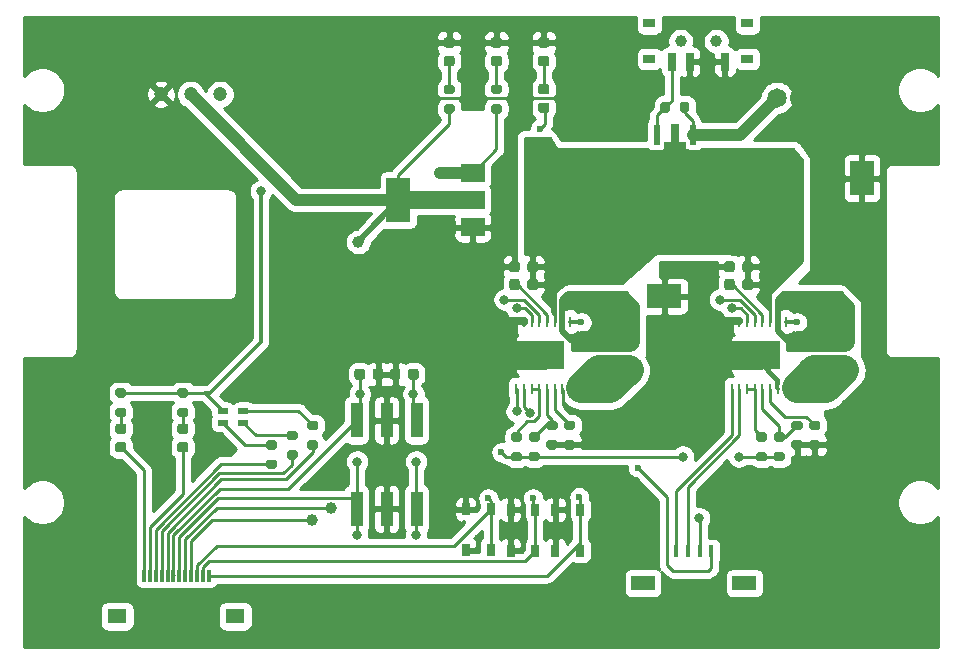
<source format=gbr>
%TF.GenerationSoftware,KiCad,Pcbnew,(5.1.10)-1*%
%TF.CreationDate,2022-02-04T19:33:21+09:00*%
%TF.ProjectId,Power,506f7765-722e-46b6-9963-61645f706362,rev?*%
%TF.SameCoordinates,Original*%
%TF.FileFunction,Copper,L1,Top*%
%TF.FilePolarity,Positive*%
%FSLAX46Y46*%
G04 Gerber Fmt 4.6, Leading zero omitted, Abs format (unit mm)*
G04 Created by KiCad (PCBNEW (5.1.10)-1) date 2022-02-04 19:33:21*
%MOMM*%
%LPD*%
G01*
G04 APERTURE LIST*
%TA.AperFunction,ComponentPad*%
%ADD10C,1.200000*%
%TD*%
%TA.AperFunction,SMDPad,CuDef*%
%ADD11R,1.000000X0.800000*%
%TD*%
%TA.AperFunction,WasherPad*%
%ADD12C,1.000000*%
%TD*%
%TA.AperFunction,SMDPad,CuDef*%
%ADD13R,0.700000X1.500000*%
%TD*%
%TA.AperFunction,SMDPad,CuDef*%
%ADD14R,0.580000X1.730000*%
%TD*%
%TA.AperFunction,SMDPad,CuDef*%
%ADD15R,0.760000X1.500000*%
%TD*%
%TA.AperFunction,SMDPad,CuDef*%
%ADD16R,1.933000X3.030000*%
%TD*%
%TA.AperFunction,SMDPad,CuDef*%
%ADD17R,2.000000X3.000000*%
%TD*%
%TA.AperFunction,SMDPad,CuDef*%
%ADD18R,3.000000X2.000000*%
%TD*%
%TA.AperFunction,SMDPad,CuDef*%
%ADD19R,0.850000X0.500000*%
%TD*%
%TA.AperFunction,ComponentPad*%
%ADD20C,1.650000*%
%TD*%
%TA.AperFunction,SMDPad,CuDef*%
%ADD21R,2.000000X1.300000*%
%TD*%
%TA.AperFunction,SMDPad,CuDef*%
%ADD22R,0.400000X1.000000*%
%TD*%
%TA.AperFunction,SMDPad,CuDef*%
%ADD23R,1.000000X3.000000*%
%TD*%
%TA.AperFunction,SMDPad,CuDef*%
%ADD24R,0.650000X1.050000*%
%TD*%
%TA.AperFunction,SMDPad,CuDef*%
%ADD25R,2.000000X3.800000*%
%TD*%
%TA.AperFunction,SMDPad,CuDef*%
%ADD26R,2.000000X1.500000*%
%TD*%
%TA.AperFunction,SMDPad,CuDef*%
%ADD27R,3.550000X2.460000*%
%TD*%
%TA.AperFunction,SMDPad,CuDef*%
%ADD28R,0.290000X0.970000*%
%TD*%
%TA.AperFunction,SMDPad,CuDef*%
%ADD29R,0.300000X1.000000*%
%TD*%
%TA.AperFunction,SMDPad,CuDef*%
%ADD30R,1.650000X1.300000*%
%TD*%
%TA.AperFunction,ViaPad*%
%ADD31C,0.600000*%
%TD*%
%TA.AperFunction,ViaPad*%
%ADD32C,1.000000*%
%TD*%
%TA.AperFunction,ViaPad*%
%ADD33C,0.800000*%
%TD*%
%TA.AperFunction,Conductor*%
%ADD34C,0.300000*%
%TD*%
%TA.AperFunction,Conductor*%
%ADD35C,0.250000*%
%TD*%
%TA.AperFunction,Conductor*%
%ADD36C,2.750000*%
%TD*%
%TA.AperFunction,Conductor*%
%ADD37C,2.460000*%
%TD*%
%TA.AperFunction,Conductor*%
%ADD38C,0.650000*%
%TD*%
%TA.AperFunction,Conductor*%
%ADD39C,0.450000*%
%TD*%
%TA.AperFunction,Conductor*%
%ADD40C,1.000000*%
%TD*%
%TA.AperFunction,Conductor*%
%ADD41C,1.500000*%
%TD*%
%TA.AperFunction,Conductor*%
%ADD42C,0.500000*%
%TD*%
%TA.AperFunction,Conductor*%
%ADD43C,2.000000*%
%TD*%
%TA.AperFunction,Conductor*%
%ADD44C,1.750000*%
%TD*%
%TA.AperFunction,Conductor*%
%ADD45C,1.800000*%
%TD*%
%TA.AperFunction,Conductor*%
%ADD46C,2.500000*%
%TD*%
%TA.AperFunction,Conductor*%
%ADD47C,0.200000*%
%TD*%
%TA.AperFunction,Conductor*%
%ADD48C,0.254000*%
%TD*%
%TA.AperFunction,Conductor*%
%ADD49C,0.100000*%
%TD*%
G04 APERTURE END LIST*
D10*
%TO.P,J5,1*%
%TO.N,Net-(J5-Pad1)*%
X30750000Y-3250000D03*
%TO.P,J5,2*%
%TO.N,Net-(J5-Pad2)*%
X30750000Y-750000D03*
%TD*%
D11*
%TO.P,SW1,MP*%
%TO.N,N/C*%
X22550000Y23100000D03*
X22550000Y26100000D03*
X14250000Y26100000D03*
X14250000Y23100000D03*
D12*
%TO.P,SW1,*%
%TO.N,*%
X19900000Y24600000D03*
X16900000Y24600000D03*
D13*
%TO.P,SW1,1*%
%TO.N,GND*%
X20650000Y22850000D03*
%TO.P,SW1,2*%
X17650000Y22850000D03*
%TO.P,SW1,3*%
%TO.N,Net-(Q1-Pad1)*%
X16150000Y22850000D03*
%TD*%
D14*
%TO.P,Q1,1*%
%TO.N,Net-(Q1-Pad1)*%
X14900000Y16692500D03*
D15*
%TO.P,Q1,2*%
%TO.N,+BATT*%
X16400000Y16807500D03*
D14*
%TO.P,Q1,3*%
%TO.N,Net-(J1-Pad2)*%
X17900000Y16692500D03*
D16*
%TO.P,Q1,2*%
%TO.N,+BATT*%
X16400000Y14542500D03*
%TD*%
D17*
%TO.P,C15,2*%
%TO.N,GND*%
X32250000Y13000000D03*
%TO.P,C15,1*%
%TO.N,+BATT*%
X25250000Y13000000D03*
%TD*%
D18*
%TO.P,C17,2*%
%TO.N,GND*%
X15500000Y3000000D03*
%TO.P,C17,1*%
%TO.N,+BATT*%
X15500000Y10000000D03*
%TD*%
%TO.P,C7,2*%
%TO.N,GND*%
%TA.AperFunction,SMDPad,CuDef*%
G36*
G01*
X-6825000Y-3350000D02*
X-6825000Y-3850000D01*
G75*
G02*
X-7050000Y-4075000I-225000J0D01*
G01*
X-7500000Y-4075000D01*
G75*
G02*
X-7725000Y-3850000I0J225000D01*
G01*
X-7725000Y-3350000D01*
G75*
G02*
X-7500000Y-3125000I225000J0D01*
G01*
X-7050000Y-3125000D01*
G75*
G02*
X-6825000Y-3350000I0J-225000D01*
G01*
G37*
%TD.AperFunction*%
%TO.P,C7,1*%
%TO.N,/Rotary1*%
%TA.AperFunction,SMDPad,CuDef*%
G36*
G01*
X-5275000Y-3350000D02*
X-5275000Y-3850000D01*
G75*
G02*
X-5500000Y-4075000I-225000J0D01*
G01*
X-5950000Y-4075000D01*
G75*
G02*
X-6175000Y-3850000I0J225000D01*
G01*
X-6175000Y-3350000D01*
G75*
G02*
X-5950000Y-3125000I225000J0D01*
G01*
X-5500000Y-3125000D01*
G75*
G02*
X-5275000Y-3350000I0J-225000D01*
G01*
G37*
%TD.AperFunction*%
%TD*%
%TO.P,C10,2*%
%TO.N,GND*%
%TA.AperFunction,SMDPad,CuDef*%
G36*
G01*
X-9175000Y-3850000D02*
X-9175000Y-3350000D01*
G75*
G02*
X-8950000Y-3125000I225000J0D01*
G01*
X-8500000Y-3125000D01*
G75*
G02*
X-8275000Y-3350000I0J-225000D01*
G01*
X-8275000Y-3850000D01*
G75*
G02*
X-8500000Y-4075000I-225000J0D01*
G01*
X-8950000Y-4075000D01*
G75*
G02*
X-9175000Y-3850000I0J225000D01*
G01*
G37*
%TD.AperFunction*%
%TO.P,C10,1*%
%TO.N,/Rotary4*%
%TA.AperFunction,SMDPad,CuDef*%
G36*
G01*
X-10725000Y-3850000D02*
X-10725000Y-3350000D01*
G75*
G02*
X-10500000Y-3125000I225000J0D01*
G01*
X-10050000Y-3125000D01*
G75*
G02*
X-9825000Y-3350000I0J-225000D01*
G01*
X-9825000Y-3850000D01*
G75*
G02*
X-10050000Y-4075000I-225000J0D01*
G01*
X-10500000Y-4075000D01*
G75*
G02*
X-10725000Y-3850000I0J225000D01*
G01*
G37*
%TD.AperFunction*%
%TD*%
%TO.P,C14,1*%
%TO.N,+BATT*%
%TA.AperFunction,SMDPad,CuDef*%
G36*
G01*
X23025000Y5750000D02*
X23025000Y5250000D01*
G75*
G02*
X22800000Y5025000I-225000J0D01*
G01*
X22350000Y5025000D01*
G75*
G02*
X22125000Y5250000I0J225000D01*
G01*
X22125000Y5750000D01*
G75*
G02*
X22350000Y5975000I225000J0D01*
G01*
X22800000Y5975000D01*
G75*
G02*
X23025000Y5750000I0J-225000D01*
G01*
G37*
%TD.AperFunction*%
%TO.P,C14,2*%
%TO.N,GND*%
%TA.AperFunction,SMDPad,CuDef*%
G36*
G01*
X21475000Y5750000D02*
X21475000Y5250000D01*
G75*
G02*
X21250000Y5025000I-225000J0D01*
G01*
X20800000Y5025000D01*
G75*
G02*
X20575000Y5250000I0J225000D01*
G01*
X20575000Y5750000D01*
G75*
G02*
X20800000Y5975000I225000J0D01*
G01*
X21250000Y5975000D01*
G75*
G02*
X21475000Y5750000I0J-225000D01*
G01*
G37*
%TD.AperFunction*%
%TD*%
%TO.P,C16,1*%
%TO.N,+BATT*%
%TA.AperFunction,SMDPad,CuDef*%
G36*
G01*
X4825000Y5750000D02*
X4825000Y5250000D01*
G75*
G02*
X4600000Y5025000I-225000J0D01*
G01*
X4150000Y5025000D01*
G75*
G02*
X3925000Y5250000I0J225000D01*
G01*
X3925000Y5750000D01*
G75*
G02*
X4150000Y5975000I225000J0D01*
G01*
X4600000Y5975000D01*
G75*
G02*
X4825000Y5750000I0J-225000D01*
G01*
G37*
%TD.AperFunction*%
%TO.P,C16,2*%
%TO.N,GND*%
%TA.AperFunction,SMDPad,CuDef*%
G36*
G01*
X3275000Y5750000D02*
X3275000Y5250000D01*
G75*
G02*
X3050000Y5025000I-225000J0D01*
G01*
X2600000Y5025000D01*
G75*
G02*
X2375000Y5250000I0J225000D01*
G01*
X2375000Y5750000D01*
G75*
G02*
X2600000Y5975000I225000J0D01*
G01*
X3050000Y5975000D01*
G75*
G02*
X3275000Y5750000I0J-225000D01*
G01*
G37*
%TD.AperFunction*%
%TD*%
%TO.P,C18,2*%
%TO.N,Net-(C18-Pad2)*%
%TA.AperFunction,SMDPad,CuDef*%
G36*
G01*
X21475000Y4250000D02*
X21475000Y3750000D01*
G75*
G02*
X21250000Y3525000I-225000J0D01*
G01*
X20800000Y3525000D01*
G75*
G02*
X20575000Y3750000I0J225000D01*
G01*
X20575000Y4250000D01*
G75*
G02*
X20800000Y4475000I225000J0D01*
G01*
X21250000Y4475000D01*
G75*
G02*
X21475000Y4250000I0J-225000D01*
G01*
G37*
%TD.AperFunction*%
%TO.P,C18,1*%
%TO.N,+BATT*%
%TA.AperFunction,SMDPad,CuDef*%
G36*
G01*
X23025000Y4250000D02*
X23025000Y3750000D01*
G75*
G02*
X22800000Y3525000I-225000J0D01*
G01*
X22350000Y3525000D01*
G75*
G02*
X22125000Y3750000I0J225000D01*
G01*
X22125000Y4250000D01*
G75*
G02*
X22350000Y4475000I225000J0D01*
G01*
X22800000Y4475000D01*
G75*
G02*
X23025000Y4250000I0J-225000D01*
G01*
G37*
%TD.AperFunction*%
%TD*%
%TO.P,C19,1*%
%TO.N,+BATT*%
%TA.AperFunction,SMDPad,CuDef*%
G36*
G01*
X4825000Y4250000D02*
X4825000Y3750000D01*
G75*
G02*
X4600000Y3525000I-225000J0D01*
G01*
X4150000Y3525000D01*
G75*
G02*
X3925000Y3750000I0J225000D01*
G01*
X3925000Y4250000D01*
G75*
G02*
X4150000Y4475000I225000J0D01*
G01*
X4600000Y4475000D01*
G75*
G02*
X4825000Y4250000I0J-225000D01*
G01*
G37*
%TD.AperFunction*%
%TO.P,C19,2*%
%TO.N,Net-(C19-Pad2)*%
%TA.AperFunction,SMDPad,CuDef*%
G36*
G01*
X3275000Y4250000D02*
X3275000Y3750000D01*
G75*
G02*
X3050000Y3525000I-225000J0D01*
G01*
X2600000Y3525000D01*
G75*
G02*
X2375000Y3750000I0J225000D01*
G01*
X2375000Y4250000D01*
G75*
G02*
X2600000Y4475000I225000J0D01*
G01*
X3050000Y4475000D01*
G75*
G02*
X3275000Y4250000I0J-225000D01*
G01*
G37*
%TD.AperFunction*%
%TD*%
%TO.P,D2,2*%
%TO.N,Net-(D2-Pad2)*%
%TA.AperFunction,SMDPad,CuDef*%
G36*
G01*
X5043750Y23350000D02*
X5556250Y23350000D01*
G75*
G02*
X5775000Y23131250I0J-218750D01*
G01*
X5775000Y22693750D01*
G75*
G02*
X5556250Y22475000I-218750J0D01*
G01*
X5043750Y22475000D01*
G75*
G02*
X4825000Y22693750I0J218750D01*
G01*
X4825000Y23131250D01*
G75*
G02*
X5043750Y23350000I218750J0D01*
G01*
G37*
%TD.AperFunction*%
%TO.P,D2,1*%
%TO.N,GND*%
%TA.AperFunction,SMDPad,CuDef*%
G36*
G01*
X5043750Y24925000D02*
X5556250Y24925000D01*
G75*
G02*
X5775000Y24706250I0J-218750D01*
G01*
X5775000Y24268750D01*
G75*
G02*
X5556250Y24050000I-218750J0D01*
G01*
X5043750Y24050000D01*
G75*
G02*
X4825000Y24268750I0J218750D01*
G01*
X4825000Y24706250D01*
G75*
G02*
X5043750Y24925000I218750J0D01*
G01*
G37*
%TD.AperFunction*%
%TD*%
%TO.P,D3,2*%
%TO.N,Net-(D3-Pad2)*%
%TA.AperFunction,SMDPad,CuDef*%
G36*
G01*
X1043750Y23350000D02*
X1556250Y23350000D01*
G75*
G02*
X1775000Y23131250I0J-218750D01*
G01*
X1775000Y22693750D01*
G75*
G02*
X1556250Y22475000I-218750J0D01*
G01*
X1043750Y22475000D01*
G75*
G02*
X825000Y22693750I0J218750D01*
G01*
X825000Y23131250D01*
G75*
G02*
X1043750Y23350000I218750J0D01*
G01*
G37*
%TD.AperFunction*%
%TO.P,D3,1*%
%TO.N,GND*%
%TA.AperFunction,SMDPad,CuDef*%
G36*
G01*
X1043750Y24925000D02*
X1556250Y24925000D01*
G75*
G02*
X1775000Y24706250I0J-218750D01*
G01*
X1775000Y24268750D01*
G75*
G02*
X1556250Y24050000I-218750J0D01*
G01*
X1043750Y24050000D01*
G75*
G02*
X825000Y24268750I0J218750D01*
G01*
X825000Y24706250D01*
G75*
G02*
X1043750Y24925000I218750J0D01*
G01*
G37*
%TD.AperFunction*%
%TD*%
%TO.P,D4,1*%
%TO.N,GND*%
%TA.AperFunction,SMDPad,CuDef*%
G36*
G01*
X-2956250Y24925000D02*
X-2443750Y24925000D01*
G75*
G02*
X-2225000Y24706250I0J-218750D01*
G01*
X-2225000Y24268750D01*
G75*
G02*
X-2443750Y24050000I-218750J0D01*
G01*
X-2956250Y24050000D01*
G75*
G02*
X-3175000Y24268750I0J218750D01*
G01*
X-3175000Y24706250D01*
G75*
G02*
X-2956250Y24925000I218750J0D01*
G01*
G37*
%TD.AperFunction*%
%TO.P,D4,2*%
%TO.N,Net-(D4-Pad2)*%
%TA.AperFunction,SMDPad,CuDef*%
G36*
G01*
X-2956250Y23350000D02*
X-2443750Y23350000D01*
G75*
G02*
X-2225000Y23131250I0J-218750D01*
G01*
X-2225000Y22693750D01*
G75*
G02*
X-2443750Y22475000I-218750J0D01*
G01*
X-2956250Y22475000D01*
G75*
G02*
X-3175000Y22693750I0J218750D01*
G01*
X-3175000Y23131250D01*
G75*
G02*
X-2956250Y23350000I218750J0D01*
G01*
G37*
%TD.AperFunction*%
%TD*%
D19*
%TO.P,D5,1*%
%TO.N,+5V*%
X-21875000Y-6700000D03*
%TO.P,D5,2*%
%TO.N,Net-(D5-Pad2)*%
X-20125000Y-6700000D03*
%TO.P,D5,3*%
%TO.N,Net-(D5-Pad3)*%
X-20125000Y-7700000D03*
%TO.P,D5,4*%
%TO.N,Net-(D5-Pad4)*%
X-21875000Y-7700000D03*
%TD*%
%TO.P,D6,2*%
%TO.N,Net-(D6-Pad2)*%
%TA.AperFunction,SMDPad,CuDef*%
G36*
G01*
X-24993750Y-8650000D02*
X-25506250Y-8650000D01*
G75*
G02*
X-25725000Y-8431250I0J218750D01*
G01*
X-25725000Y-7993750D01*
G75*
G02*
X-25506250Y-7775000I218750J0D01*
G01*
X-24993750Y-7775000D01*
G75*
G02*
X-24775000Y-7993750I0J-218750D01*
G01*
X-24775000Y-8431250D01*
G75*
G02*
X-24993750Y-8650000I-218750J0D01*
G01*
G37*
%TD.AperFunction*%
%TO.P,D6,1*%
%TO.N,Net-(D6-Pad1)*%
%TA.AperFunction,SMDPad,CuDef*%
G36*
G01*
X-24993750Y-10225000D02*
X-25506250Y-10225000D01*
G75*
G02*
X-25725000Y-10006250I0J218750D01*
G01*
X-25725000Y-9568750D01*
G75*
G02*
X-25506250Y-9350000I218750J0D01*
G01*
X-24993750Y-9350000D01*
G75*
G02*
X-24775000Y-9568750I0J-218750D01*
G01*
X-24775000Y-10006250D01*
G75*
G02*
X-24993750Y-10225000I-218750J0D01*
G01*
G37*
%TD.AperFunction*%
%TD*%
%TO.P,D7,1*%
%TO.N,Net-(D7-Pad1)*%
%TA.AperFunction,SMDPad,CuDef*%
G36*
G01*
X-30243750Y-10225000D02*
X-30756250Y-10225000D01*
G75*
G02*
X-30975000Y-10006250I0J218750D01*
G01*
X-30975000Y-9568750D01*
G75*
G02*
X-30756250Y-9350000I218750J0D01*
G01*
X-30243750Y-9350000D01*
G75*
G02*
X-30025000Y-9568750I0J-218750D01*
G01*
X-30025000Y-10006250D01*
G75*
G02*
X-30243750Y-10225000I-218750J0D01*
G01*
G37*
%TD.AperFunction*%
%TO.P,D7,2*%
%TO.N,Net-(D7-Pad2)*%
%TA.AperFunction,SMDPad,CuDef*%
G36*
G01*
X-30243750Y-8650000D02*
X-30756250Y-8650000D01*
G75*
G02*
X-30975000Y-8431250I0J218750D01*
G01*
X-30975000Y-7993750D01*
G75*
G02*
X-30756250Y-7775000I218750J0D01*
G01*
X-30243750Y-7775000D01*
G75*
G02*
X-30025000Y-7993750I0J-218750D01*
G01*
X-30025000Y-8431250D01*
G75*
G02*
X-30243750Y-8650000I-218750J0D01*
G01*
G37*
%TD.AperFunction*%
%TD*%
D20*
%TO.P,J1,2*%
%TO.N,Net-(J1-Pad2)*%
X25050000Y19800000D03*
%TO.P,J1,1*%
%TO.N,GND*%
X27550000Y19800000D03*
%TD*%
D10*
%TO.P,J2,1*%
%TO.N,+5V*%
X-22100000Y20100000D03*
%TO.P,J2,2*%
%TO.N,+3V3*%
X-24600000Y20100000D03*
%TO.P,J2,3*%
%TO.N,GND*%
X-27100000Y20100000D03*
%TD*%
D21*
%TO.P,J3,MP*%
%TO.N,N/C*%
X13700000Y-21290000D03*
X22300000Y-21290000D03*
D22*
%TO.P,J3,1*%
%TO.N,/DRV1_EN*%
X16500000Y-18590000D03*
%TO.P,J3,2*%
%TO.N,/DRV1_PN*%
X17500000Y-18590000D03*
%TO.P,J3,3*%
%TO.N,/DRV2_PN*%
X18500000Y-18590000D03*
%TO.P,J3,4*%
%TO.N,/DRV2_EN*%
X19500000Y-18590000D03*
%TD*%
D10*
%TO.P,J6,2*%
%TO.N,Net-(J6-Pad2)*%
X12500000Y-750000D03*
%TO.P,J6,1*%
%TO.N,Net-(J6-Pad1)*%
X12500000Y-3250000D03*
%TD*%
%TO.P,R1,2*%
%TO.N,Net-(Q1-Pad1)*%
%TA.AperFunction,SMDPad,CuDef*%
G36*
G01*
X15975000Y19275000D02*
X15975000Y18725000D01*
G75*
G02*
X15775000Y18525000I-200000J0D01*
G01*
X15375000Y18525000D01*
G75*
G02*
X15175000Y18725000I0J200000D01*
G01*
X15175000Y19275000D01*
G75*
G02*
X15375000Y19475000I200000J0D01*
G01*
X15775000Y19475000D01*
G75*
G02*
X15975000Y19275000I0J-200000D01*
G01*
G37*
%TD.AperFunction*%
%TO.P,R1,1*%
%TO.N,Net-(J1-Pad2)*%
%TA.AperFunction,SMDPad,CuDef*%
G36*
G01*
X17625000Y19275000D02*
X17625000Y18725000D01*
G75*
G02*
X17425000Y18525000I-200000J0D01*
G01*
X17025000Y18525000D01*
G75*
G02*
X16825000Y18725000I0J200000D01*
G01*
X16825000Y19275000D01*
G75*
G02*
X17025000Y19475000I200000J0D01*
G01*
X17425000Y19475000D01*
G75*
G02*
X17625000Y19275000I0J-200000D01*
G01*
G37*
%TD.AperFunction*%
%TD*%
%TO.P,R2,1*%
%TO.N,+BATT*%
%TA.AperFunction,SMDPad,CuDef*%
G36*
G01*
X5556250Y18525000D02*
X5043750Y18525000D01*
G75*
G02*
X4825000Y18743750I0J218750D01*
G01*
X4825000Y19181250D01*
G75*
G02*
X5043750Y19400000I218750J0D01*
G01*
X5556250Y19400000D01*
G75*
G02*
X5775000Y19181250I0J-218750D01*
G01*
X5775000Y18743750D01*
G75*
G02*
X5556250Y18525000I-218750J0D01*
G01*
G37*
%TD.AperFunction*%
%TO.P,R2,2*%
%TO.N,Net-(D2-Pad2)*%
%TA.AperFunction,SMDPad,CuDef*%
G36*
G01*
X5556250Y20100000D02*
X5043750Y20100000D01*
G75*
G02*
X4825000Y20318750I0J218750D01*
G01*
X4825000Y20756250D01*
G75*
G02*
X5043750Y20975000I218750J0D01*
G01*
X5556250Y20975000D01*
G75*
G02*
X5775000Y20756250I0J-218750D01*
G01*
X5775000Y20318750D01*
G75*
G02*
X5556250Y20100000I-218750J0D01*
G01*
G37*
%TD.AperFunction*%
%TD*%
%TO.P,R3,2*%
%TO.N,Net-(D3-Pad2)*%
%TA.AperFunction,SMDPad,CuDef*%
G36*
G01*
X1575000Y20125000D02*
X1025000Y20125000D01*
G75*
G02*
X825000Y20325000I0J200000D01*
G01*
X825000Y20725000D01*
G75*
G02*
X1025000Y20925000I200000J0D01*
G01*
X1575000Y20925000D01*
G75*
G02*
X1775000Y20725000I0J-200000D01*
G01*
X1775000Y20325000D01*
G75*
G02*
X1575000Y20125000I-200000J0D01*
G01*
G37*
%TD.AperFunction*%
%TO.P,R3,1*%
%TO.N,+5V*%
%TA.AperFunction,SMDPad,CuDef*%
G36*
G01*
X1575000Y18475000D02*
X1025000Y18475000D01*
G75*
G02*
X825000Y18675000I0J200000D01*
G01*
X825000Y19075000D01*
G75*
G02*
X1025000Y19275000I200000J0D01*
G01*
X1575000Y19275000D01*
G75*
G02*
X1775000Y19075000I0J-200000D01*
G01*
X1775000Y18675000D01*
G75*
G02*
X1575000Y18475000I-200000J0D01*
G01*
G37*
%TD.AperFunction*%
%TD*%
%TO.P,R4,1*%
%TO.N,+3V3*%
%TA.AperFunction,SMDPad,CuDef*%
G36*
G01*
X-2425000Y18475000D02*
X-2975000Y18475000D01*
G75*
G02*
X-3175000Y18675000I0J200000D01*
G01*
X-3175000Y19075000D01*
G75*
G02*
X-2975000Y19275000I200000J0D01*
G01*
X-2425000Y19275000D01*
G75*
G02*
X-2225000Y19075000I0J-200000D01*
G01*
X-2225000Y18675000D01*
G75*
G02*
X-2425000Y18475000I-200000J0D01*
G01*
G37*
%TD.AperFunction*%
%TO.P,R4,2*%
%TO.N,Net-(D4-Pad2)*%
%TA.AperFunction,SMDPad,CuDef*%
G36*
G01*
X-2425000Y20125000D02*
X-2975000Y20125000D01*
G75*
G02*
X-3175000Y20325000I0J200000D01*
G01*
X-3175000Y20725000D01*
G75*
G02*
X-2975000Y20925000I200000J0D01*
G01*
X-2425000Y20925000D01*
G75*
G02*
X-2225000Y20725000I0J-200000D01*
G01*
X-2225000Y20325000D01*
G75*
G02*
X-2425000Y20125000I-200000J0D01*
G01*
G37*
%TD.AperFunction*%
%TD*%
%TO.P,R8,2*%
%TO.N,Net-(R8-Pad2)*%
%TA.AperFunction,SMDPad,CuDef*%
G36*
G01*
X24025000Y-9325000D02*
X23475000Y-9325000D01*
G75*
G02*
X23275000Y-9125000I0J200000D01*
G01*
X23275000Y-8725000D01*
G75*
G02*
X23475000Y-8525000I200000J0D01*
G01*
X24025000Y-8525000D01*
G75*
G02*
X24225000Y-8725000I0J-200000D01*
G01*
X24225000Y-9125000D01*
G75*
G02*
X24025000Y-9325000I-200000J0D01*
G01*
G37*
%TD.AperFunction*%
%TO.P,R8,1*%
%TO.N,+3V3*%
%TA.AperFunction,SMDPad,CuDef*%
G36*
G01*
X24025000Y-10975000D02*
X23475000Y-10975000D01*
G75*
G02*
X23275000Y-10775000I0J200000D01*
G01*
X23275000Y-10375000D01*
G75*
G02*
X23475000Y-10175000I200000J0D01*
G01*
X24025000Y-10175000D01*
G75*
G02*
X24225000Y-10375000I0J-200000D01*
G01*
X24225000Y-10775000D01*
G75*
G02*
X24025000Y-10975000I-200000J0D01*
G01*
G37*
%TD.AperFunction*%
%TD*%
%TO.P,R9,2*%
%TO.N,Net-(R9-Pad2)*%
%TA.AperFunction,SMDPad,CuDef*%
G36*
G01*
X3275000Y-9325000D02*
X2725000Y-9325000D01*
G75*
G02*
X2525000Y-9125000I0J200000D01*
G01*
X2525000Y-8725000D01*
G75*
G02*
X2725000Y-8525000I200000J0D01*
G01*
X3275000Y-8525000D01*
G75*
G02*
X3475000Y-8725000I0J-200000D01*
G01*
X3475000Y-9125000D01*
G75*
G02*
X3275000Y-9325000I-200000J0D01*
G01*
G37*
%TD.AperFunction*%
%TO.P,R9,1*%
%TO.N,+3V3*%
%TA.AperFunction,SMDPad,CuDef*%
G36*
G01*
X3275000Y-10975000D02*
X2725000Y-10975000D01*
G75*
G02*
X2525000Y-10775000I0J200000D01*
G01*
X2525000Y-10375000D01*
G75*
G02*
X2725000Y-10175000I200000J0D01*
G01*
X3275000Y-10175000D01*
G75*
G02*
X3475000Y-10375000I0J-200000D01*
G01*
X3475000Y-10775000D01*
G75*
G02*
X3275000Y-10975000I-200000J0D01*
G01*
G37*
%TD.AperFunction*%
%TD*%
%TO.P,R10,1*%
%TO.N,+3V3*%
%TA.AperFunction,SMDPad,CuDef*%
G36*
G01*
X4775000Y-10975000D02*
X4225000Y-10975000D01*
G75*
G02*
X4025000Y-10775000I0J200000D01*
G01*
X4025000Y-10375000D01*
G75*
G02*
X4225000Y-10175000I200000J0D01*
G01*
X4775000Y-10175000D01*
G75*
G02*
X4975000Y-10375000I0J-200000D01*
G01*
X4975000Y-10775000D01*
G75*
G02*
X4775000Y-10975000I-200000J0D01*
G01*
G37*
%TD.AperFunction*%
%TO.P,R10,2*%
%TO.N,Net-(R10-Pad2)*%
%TA.AperFunction,SMDPad,CuDef*%
G36*
G01*
X4775000Y-9325000D02*
X4225000Y-9325000D01*
G75*
G02*
X4025000Y-9125000I0J200000D01*
G01*
X4025000Y-8725000D01*
G75*
G02*
X4225000Y-8525000I200000J0D01*
G01*
X4775000Y-8525000D01*
G75*
G02*
X4975000Y-8725000I0J-200000D01*
G01*
X4975000Y-9125000D01*
G75*
G02*
X4775000Y-9325000I-200000J0D01*
G01*
G37*
%TD.AperFunction*%
%TD*%
%TO.P,R11,2*%
%TO.N,Net-(D6-Pad2)*%
%TA.AperFunction,SMDPad,CuDef*%
G36*
G01*
X-25525000Y-6425000D02*
X-24975000Y-6425000D01*
G75*
G02*
X-24775000Y-6625000I0J-200000D01*
G01*
X-24775000Y-7025000D01*
G75*
G02*
X-24975000Y-7225000I-200000J0D01*
G01*
X-25525000Y-7225000D01*
G75*
G02*
X-25725000Y-7025000I0J200000D01*
G01*
X-25725000Y-6625000D01*
G75*
G02*
X-25525000Y-6425000I200000J0D01*
G01*
G37*
%TD.AperFunction*%
%TO.P,R11,1*%
%TO.N,+5V*%
%TA.AperFunction,SMDPad,CuDef*%
G36*
G01*
X-25525000Y-4775000D02*
X-24975000Y-4775000D01*
G75*
G02*
X-24775000Y-4975000I0J-200000D01*
G01*
X-24775000Y-5375000D01*
G75*
G02*
X-24975000Y-5575000I-200000J0D01*
G01*
X-25525000Y-5575000D01*
G75*
G02*
X-25725000Y-5375000I0J200000D01*
G01*
X-25725000Y-4975000D01*
G75*
G02*
X-25525000Y-4775000I200000J0D01*
G01*
G37*
%TD.AperFunction*%
%TD*%
%TO.P,R12,1*%
%TO.N,+5V*%
%TA.AperFunction,SMDPad,CuDef*%
G36*
G01*
X-30775000Y-4775000D02*
X-30225000Y-4775000D01*
G75*
G02*
X-30025000Y-4975000I0J-200000D01*
G01*
X-30025000Y-5375000D01*
G75*
G02*
X-30225000Y-5575000I-200000J0D01*
G01*
X-30775000Y-5575000D01*
G75*
G02*
X-30975000Y-5375000I0J200000D01*
G01*
X-30975000Y-4975000D01*
G75*
G02*
X-30775000Y-4775000I200000J0D01*
G01*
G37*
%TD.AperFunction*%
%TO.P,R12,2*%
%TO.N,Net-(D7-Pad2)*%
%TA.AperFunction,SMDPad,CuDef*%
G36*
G01*
X-30775000Y-6425000D02*
X-30225000Y-6425000D01*
G75*
G02*
X-30025000Y-6625000I0J-200000D01*
G01*
X-30025000Y-7025000D01*
G75*
G02*
X-30225000Y-7225000I-200000J0D01*
G01*
X-30775000Y-7225000D01*
G75*
G02*
X-30975000Y-7025000I0J200000D01*
G01*
X-30975000Y-6625000D01*
G75*
G02*
X-30775000Y-6425000I200000J0D01*
G01*
G37*
%TD.AperFunction*%
%TD*%
%TO.P,R13,2*%
%TO.N,Net-(R13-Pad2)*%
%TA.AperFunction,SMDPad,CuDef*%
G36*
G01*
X25525000Y-9325000D02*
X24975000Y-9325000D01*
G75*
G02*
X24775000Y-9125000I0J200000D01*
G01*
X24775000Y-8725000D01*
G75*
G02*
X24975000Y-8525000I200000J0D01*
G01*
X25525000Y-8525000D01*
G75*
G02*
X25725000Y-8725000I0J-200000D01*
G01*
X25725000Y-9125000D01*
G75*
G02*
X25525000Y-9325000I-200000J0D01*
G01*
G37*
%TD.AperFunction*%
%TO.P,R13,1*%
%TO.N,+3V3*%
%TA.AperFunction,SMDPad,CuDef*%
G36*
G01*
X25525000Y-10975000D02*
X24975000Y-10975000D01*
G75*
G02*
X24775000Y-10775000I0J200000D01*
G01*
X24775000Y-10375000D01*
G75*
G02*
X24975000Y-10175000I200000J0D01*
G01*
X25525000Y-10175000D01*
G75*
G02*
X25725000Y-10375000I0J-200000D01*
G01*
X25725000Y-10775000D01*
G75*
G02*
X25525000Y-10975000I-200000J0D01*
G01*
G37*
%TD.AperFunction*%
%TD*%
%TO.P,R14,1*%
%TO.N,Net-(R10-Pad2)*%
%TA.AperFunction,SMDPad,CuDef*%
G36*
G01*
X5725000Y-7525000D02*
X6275000Y-7525000D01*
G75*
G02*
X6475000Y-7725000I0J-200000D01*
G01*
X6475000Y-8125000D01*
G75*
G02*
X6275000Y-8325000I-200000J0D01*
G01*
X5725000Y-8325000D01*
G75*
G02*
X5525000Y-8125000I0J200000D01*
G01*
X5525000Y-7725000D01*
G75*
G02*
X5725000Y-7525000I200000J0D01*
G01*
G37*
%TD.AperFunction*%
%TO.P,R14,2*%
%TO.N,GND*%
%TA.AperFunction,SMDPad,CuDef*%
G36*
G01*
X5725000Y-9175000D02*
X6275000Y-9175000D01*
G75*
G02*
X6475000Y-9375000I0J-200000D01*
G01*
X6475000Y-9775000D01*
G75*
G02*
X6275000Y-9975000I-200000J0D01*
G01*
X5725000Y-9975000D01*
G75*
G02*
X5525000Y-9775000I0J200000D01*
G01*
X5525000Y-9375000D01*
G75*
G02*
X5725000Y-9175000I200000J0D01*
G01*
G37*
%TD.AperFunction*%
%TD*%
%TO.P,R15,1*%
%TO.N,Net-(R15-Pad1)*%
%TA.AperFunction,SMDPad,CuDef*%
G36*
G01*
X27975000Y-7525000D02*
X28525000Y-7525000D01*
G75*
G02*
X28725000Y-7725000I0J-200000D01*
G01*
X28725000Y-8125000D01*
G75*
G02*
X28525000Y-8325000I-200000J0D01*
G01*
X27975000Y-8325000D01*
G75*
G02*
X27775000Y-8125000I0J200000D01*
G01*
X27775000Y-7725000D01*
G75*
G02*
X27975000Y-7525000I200000J0D01*
G01*
G37*
%TD.AperFunction*%
%TO.P,R15,2*%
%TO.N,GND*%
%TA.AperFunction,SMDPad,CuDef*%
G36*
G01*
X27975000Y-9175000D02*
X28525000Y-9175000D01*
G75*
G02*
X28725000Y-9375000I0J-200000D01*
G01*
X28725000Y-9775000D01*
G75*
G02*
X28525000Y-9975000I-200000J0D01*
G01*
X27975000Y-9975000D01*
G75*
G02*
X27775000Y-9775000I0J200000D01*
G01*
X27775000Y-9375000D01*
G75*
G02*
X27975000Y-9175000I200000J0D01*
G01*
G37*
%TD.AperFunction*%
%TD*%
%TO.P,R16,1*%
%TO.N,Net-(R16-Pad1)*%
%TA.AperFunction,SMDPad,CuDef*%
G36*
G01*
X7225000Y-7525000D02*
X7775000Y-7525000D01*
G75*
G02*
X7975000Y-7725000I0J-200000D01*
G01*
X7975000Y-8125000D01*
G75*
G02*
X7775000Y-8325000I-200000J0D01*
G01*
X7225000Y-8325000D01*
G75*
G02*
X7025000Y-8125000I0J200000D01*
G01*
X7025000Y-7725000D01*
G75*
G02*
X7225000Y-7525000I200000J0D01*
G01*
G37*
%TD.AperFunction*%
%TO.P,R16,2*%
%TO.N,GND*%
%TA.AperFunction,SMDPad,CuDef*%
G36*
G01*
X7225000Y-9175000D02*
X7775000Y-9175000D01*
G75*
G02*
X7975000Y-9375000I0J-200000D01*
G01*
X7975000Y-9775000D01*
G75*
G02*
X7775000Y-9975000I-200000J0D01*
G01*
X7225000Y-9975000D01*
G75*
G02*
X7025000Y-9775000I0J200000D01*
G01*
X7025000Y-9375000D01*
G75*
G02*
X7225000Y-9175000I200000J0D01*
G01*
G37*
%TD.AperFunction*%
%TD*%
%TO.P,R17,2*%
%TO.N,Net-(J4-Pad5)*%
%TA.AperFunction,SMDPad,CuDef*%
G36*
G01*
X-14525000Y-9175000D02*
X-13975000Y-9175000D01*
G75*
G02*
X-13775000Y-9375000I0J-200000D01*
G01*
X-13775000Y-9775000D01*
G75*
G02*
X-13975000Y-9975000I-200000J0D01*
G01*
X-14525000Y-9975000D01*
G75*
G02*
X-14725000Y-9775000I0J200000D01*
G01*
X-14725000Y-9375000D01*
G75*
G02*
X-14525000Y-9175000I200000J0D01*
G01*
G37*
%TD.AperFunction*%
%TO.P,R17,1*%
%TO.N,Net-(D5-Pad2)*%
%TA.AperFunction,SMDPad,CuDef*%
G36*
G01*
X-14525000Y-7525000D02*
X-13975000Y-7525000D01*
G75*
G02*
X-13775000Y-7725000I0J-200000D01*
G01*
X-13775000Y-8125000D01*
G75*
G02*
X-13975000Y-8325000I-200000J0D01*
G01*
X-14525000Y-8325000D01*
G75*
G02*
X-14725000Y-8125000I0J200000D01*
G01*
X-14725000Y-7725000D01*
G75*
G02*
X-14525000Y-7525000I200000J0D01*
G01*
G37*
%TD.AperFunction*%
%TD*%
%TO.P,R18,1*%
%TO.N,Net-(D5-Pad3)*%
%TA.AperFunction,SMDPad,CuDef*%
G36*
G01*
X-16275000Y-8375000D02*
X-15725000Y-8375000D01*
G75*
G02*
X-15525000Y-8575000I0J-200000D01*
G01*
X-15525000Y-8975000D01*
G75*
G02*
X-15725000Y-9175000I-200000J0D01*
G01*
X-16275000Y-9175000D01*
G75*
G02*
X-16475000Y-8975000I0J200000D01*
G01*
X-16475000Y-8575000D01*
G75*
G02*
X-16275000Y-8375000I200000J0D01*
G01*
G37*
%TD.AperFunction*%
%TO.P,R18,2*%
%TO.N,Net-(J4-Pad4)*%
%TA.AperFunction,SMDPad,CuDef*%
G36*
G01*
X-16275000Y-10025000D02*
X-15725000Y-10025000D01*
G75*
G02*
X-15525000Y-10225000I0J-200000D01*
G01*
X-15525000Y-10625000D01*
G75*
G02*
X-15725000Y-10825000I-200000J0D01*
G01*
X-16275000Y-10825000D01*
G75*
G02*
X-16475000Y-10625000I0J200000D01*
G01*
X-16475000Y-10225000D01*
G75*
G02*
X-16275000Y-10025000I200000J0D01*
G01*
G37*
%TD.AperFunction*%
%TD*%
%TO.P,R19,1*%
%TO.N,Net-(D5-Pad4)*%
%TA.AperFunction,SMDPad,CuDef*%
G36*
G01*
X-18025000Y-9175000D02*
X-17475000Y-9175000D01*
G75*
G02*
X-17275000Y-9375000I0J-200000D01*
G01*
X-17275000Y-9775000D01*
G75*
G02*
X-17475000Y-9975000I-200000J0D01*
G01*
X-18025000Y-9975000D01*
G75*
G02*
X-18225000Y-9775000I0J200000D01*
G01*
X-18225000Y-9375000D01*
G75*
G02*
X-18025000Y-9175000I200000J0D01*
G01*
G37*
%TD.AperFunction*%
%TO.P,R19,2*%
%TO.N,Net-(J4-Pad3)*%
%TA.AperFunction,SMDPad,CuDef*%
G36*
G01*
X-18025000Y-10825000D02*
X-17475000Y-10825000D01*
G75*
G02*
X-17275000Y-11025000I0J-200000D01*
G01*
X-17275000Y-11425000D01*
G75*
G02*
X-17475000Y-11625000I-200000J0D01*
G01*
X-18025000Y-11625000D01*
G75*
G02*
X-18225000Y-11425000I0J200000D01*
G01*
X-18225000Y-11025000D01*
G75*
G02*
X-18025000Y-10825000I200000J0D01*
G01*
G37*
%TD.AperFunction*%
%TD*%
%TO.P,R20,1*%
%TO.N,Net-(R13-Pad2)*%
%TA.AperFunction,SMDPad,CuDef*%
G36*
G01*
X26475000Y-7525000D02*
X27025000Y-7525000D01*
G75*
G02*
X27225000Y-7725000I0J-200000D01*
G01*
X27225000Y-8125000D01*
G75*
G02*
X27025000Y-8325000I-200000J0D01*
G01*
X26475000Y-8325000D01*
G75*
G02*
X26275000Y-8125000I0J200000D01*
G01*
X26275000Y-7725000D01*
G75*
G02*
X26475000Y-7525000I200000J0D01*
G01*
G37*
%TD.AperFunction*%
%TO.P,R20,2*%
%TO.N,GND*%
%TA.AperFunction,SMDPad,CuDef*%
G36*
G01*
X26475000Y-9175000D02*
X27025000Y-9175000D01*
G75*
G02*
X27225000Y-9375000I0J-200000D01*
G01*
X27225000Y-9775000D01*
G75*
G02*
X27025000Y-9975000I-200000J0D01*
G01*
X26475000Y-9975000D01*
G75*
G02*
X26275000Y-9775000I0J200000D01*
G01*
X26275000Y-9375000D01*
G75*
G02*
X26475000Y-9175000I200000J0D01*
G01*
G37*
%TD.AperFunction*%
%TD*%
D23*
%TO.P,SW2,1*%
%TO.N,/Rotary1*%
X-5460000Y-7500000D03*
%TO.P,SW2,2*%
%TO.N,/Rotary2*%
X-10540000Y-15000000D03*
%TO.P,SW2,C*%
%TO.N,GND*%
X-8000000Y-15000000D03*
%TO.P,SW2,4*%
%TO.N,/Rotary4*%
X-10540000Y-7500000D03*
%TO.P,SW2,8*%
%TO.N,/Rotary8*%
X-5460000Y-15000000D03*
%TO.P,SW2,C*%
%TO.N,GND*%
X-8000000Y-7500000D03*
%TD*%
D24*
%TO.P,SW3,1*%
%TO.N,/SW3*%
X8400000Y-15067500D03*
X8400000Y-18532500D03*
%TO.P,SW3,2*%
%TO.N,GND*%
X6300000Y-15067500D03*
X6300000Y-18532500D03*
%TD*%
%TO.P,SW4,2*%
%TO.N,GND*%
X2500000Y-18532500D03*
X2500000Y-15067500D03*
%TO.P,SW4,1*%
%TO.N,/SW2*%
X4600000Y-18532500D03*
X4600000Y-15067500D03*
%TD*%
%TO.P,SW5,1*%
%TO.N,/SW1*%
X800000Y-15017500D03*
X800000Y-18482500D03*
%TO.P,SW5,2*%
%TO.N,GND*%
X-1300000Y-15017500D03*
X-1300000Y-18482500D03*
%TD*%
D25*
%TO.P,U2,2*%
%TO.N,+3V3*%
X-7000000Y11150000D03*
D26*
X-700000Y11150000D03*
%TO.P,U2,3*%
%TO.N,+5V*%
X-700000Y13450000D03*
%TO.P,U2,1*%
%TO.N,GND*%
X-700000Y8850000D03*
%TD*%
D27*
%TO.P,U3,ThermalPad*%
%TO.N,GND*%
X23500000Y-2000000D03*
D28*
%TO.P,U3,16*%
X21225000Y860000D03*
%TO.P,U3,15*%
X21875000Y860000D03*
%TO.P,U3,14*%
%TO.N,Net-(C20-Pad2)*%
X22525000Y860000D03*
%TO.P,U3,13*%
%TO.N,Net-(C20-Pad1)*%
X23175000Y860000D03*
%TO.P,U3,12*%
%TO.N,Net-(C18-Pad2)*%
X23825000Y860000D03*
%TO.P,U3,11*%
%TO.N,+BATT*%
X24475000Y860000D03*
%TO.P,U3,10*%
%TO.N,Net-(J5-Pad2)*%
X25125000Y860000D03*
%TO.P,U3,9*%
%TO.N,GND*%
X25775000Y860000D03*
%TO.P,U3,8*%
%TO.N,Net-(J5-Pad1)*%
X25775000Y-4860000D03*
%TO.P,U3,7*%
%TO.N,GND*%
X25125000Y-4860000D03*
%TO.P,U3,6*%
%TO.N,Net-(R15-Pad1)*%
X24475000Y-4860000D03*
%TO.P,U3,5*%
%TO.N,Net-(R13-Pad2)*%
X23825000Y-4860000D03*
%TO.P,U3,4*%
%TO.N,Net-(R8-Pad2)*%
X23175000Y-4860000D03*
%TO.P,U3,3*%
X22525000Y-4860000D03*
%TO.P,U3,2*%
%TO.N,/DRV1_PN*%
X21875000Y-4860000D03*
%TO.P,U3,1*%
%TO.N,/DRV1_EN*%
X21225000Y-4860000D03*
%TD*%
D27*
%TO.P,U4,ThermalPad*%
%TO.N,GND*%
X5250000Y-2000000D03*
D28*
%TO.P,U4,16*%
X2975000Y860000D03*
%TO.P,U4,15*%
X3625000Y860000D03*
%TO.P,U4,14*%
%TO.N,Net-(C21-Pad2)*%
X4275000Y860000D03*
%TO.P,U4,13*%
%TO.N,Net-(C21-Pad1)*%
X4925000Y860000D03*
%TO.P,U4,12*%
%TO.N,Net-(C19-Pad2)*%
X5575000Y860000D03*
%TO.P,U4,11*%
%TO.N,+BATT*%
X6225000Y860000D03*
%TO.P,U4,10*%
%TO.N,Net-(J6-Pad2)*%
X6875000Y860000D03*
%TO.P,U4,9*%
%TO.N,GND*%
X7525000Y860000D03*
%TO.P,U4,8*%
%TO.N,Net-(J6-Pad1)*%
X7525000Y-4860000D03*
%TO.P,U4,7*%
%TO.N,GND*%
X6875000Y-4860000D03*
%TO.P,U4,6*%
%TO.N,Net-(R16-Pad1)*%
X6225000Y-4860000D03*
%TO.P,U4,5*%
%TO.N,Net-(R10-Pad2)*%
X5575000Y-4860000D03*
%TO.P,U4,4*%
%TO.N,Net-(R9-Pad2)*%
X4925000Y-4860000D03*
%TO.P,U4,3*%
X4275000Y-4860000D03*
%TO.P,U4,2*%
%TO.N,/DRV2_PN*%
X3625000Y-4860000D03*
%TO.P,U4,1*%
%TO.N,/DRV2_EN*%
X2975000Y-4860000D03*
%TD*%
D29*
%TO.P,J4,1*%
%TO.N,Net-(D7-Pad1)*%
X-28550000Y-20650000D03*
%TO.P,J4,2*%
%TO.N,Net-(D6-Pad1)*%
X-28050000Y-20650000D03*
%TO.P,J4,3*%
%TO.N,Net-(J4-Pad3)*%
X-27550000Y-20650000D03*
%TO.P,J4,4*%
%TO.N,Net-(J4-Pad4)*%
X-27050000Y-20650000D03*
%TO.P,J4,5*%
%TO.N,Net-(J4-Pad5)*%
X-26550000Y-20650000D03*
%TO.P,J4,6*%
%TO.N,/Rotary4*%
X-26050000Y-20650000D03*
%TO.P,J4,7*%
%TO.N,/Rotary2*%
X-25550000Y-20650000D03*
%TO.P,J4,8*%
%TO.N,/Rotary8*%
X-25050000Y-20650000D03*
%TO.P,J4,9*%
%TO.N,/Rotary1*%
X-24550000Y-20650000D03*
%TO.P,J4,10*%
%TO.N,/SW1*%
X-24050000Y-20650000D03*
%TO.P,J4,11*%
%TO.N,/SW2*%
X-23550000Y-20650000D03*
%TO.P,J4,12*%
%TO.N,/SW3*%
X-23050000Y-20650000D03*
D30*
%TO.P,J4,MP*%
%TO.N,N/C*%
X-30800000Y-24100000D03*
X-20800000Y-24100000D03*
%TD*%
D31*
%TO.N,GND*%
X26750000Y800000D03*
D32*
X-9650000Y18750000D03*
X-9400000Y20725000D03*
D31*
X-8000000Y-10250000D03*
X-6750000Y-12500000D03*
X-9250000Y-12500000D03*
X-14250000Y-13000000D03*
X-28750000Y-4000000D03*
X-7500000Y4000000D03*
X-9250000Y4000000D03*
X-10500000Y4000000D03*
X-10500000Y5500000D03*
X-7750000Y14250000D03*
X-11250000Y9250000D03*
D32*
X-14000000Y20000000D03*
D31*
X-250000Y-17500000D03*
X2000000Y-16750000D03*
X5750000Y-16750000D03*
X-3750000Y-17000000D03*
X-2250000Y-16500000D03*
D33*
X10250000Y16750000D03*
X11500000Y16750000D03*
D31*
X19000000Y18250000D03*
X21250000Y18250000D03*
X20500000Y-21750000D03*
X22500000Y-19750000D03*
X7400000Y-17500000D03*
X-13000000Y-8600000D03*
X-4900000Y9400000D03*
X14900000Y21000000D03*
X17300000Y21000000D03*
X8500000Y800000D03*
D33*
X15500000Y5250000D03*
X19250000Y5500000D03*
X19250000Y4250000D03*
X14750000Y750000D03*
X19850000Y-2000000D03*
X15000000Y-2000000D03*
X18500000Y-9250000D03*
X19750000Y-8000000D03*
D32*
X13250000Y-7500000D03*
X14250000Y-8750000D03*
X15000000Y-5250000D03*
X17250000Y-3250000D03*
X17250000Y-1000000D03*
X17250000Y-7000000D03*
X19250000Y-5250000D03*
X-2500000Y-9750000D03*
X-2500000Y-5250000D03*
X-4000000Y-2500000D03*
X-750000Y-750000D03*
X1600000Y-2000000D03*
X1500000Y-5000000D03*
X1500000Y-7500000D03*
X11000000Y-12250000D03*
X-3500000Y2250000D03*
X2000000Y11500000D03*
X7750000Y19500000D03*
X7750000Y25000000D03*
X10250000Y22250000D03*
X-28750000Y-6500000D03*
X-27300000Y-14000000D03*
X-23500000Y-7000000D03*
X-23900000Y-11300000D03*
X-21600000Y-9800000D03*
D33*
X27750000Y4450000D03*
X24200000Y16700000D03*
D32*
%TO.N,+5V*%
X-3500000Y13400000D03*
D33*
X-18650000Y11900000D03*
D31*
%TO.N,+3V3*%
X1700010Y-10199990D03*
D32*
X-10400000Y7600000D03*
D33*
X17075000Y-10575000D03*
X21825000Y-10575000D03*
D31*
%TO.N,+BATT*%
X5000000Y17200000D03*
D32*
X4700000Y15600000D03*
D33*
%TO.N,/Rotary8*%
X-5500000Y-11000000D03*
X-5500000Y-17250000D03*
D32*
X-12700000Y-14925000D03*
D33*
%TO.N,/Rotary4*%
X-10275000Y-5275000D03*
%TO.N,/Rotary2*%
X-10500000Y-11000000D03*
X-10500000Y-17250000D03*
%TO.N,/Rotary1*%
X-5725000Y-5275000D03*
D32*
X-14300000Y-15900000D03*
D31*
%TO.N,/SW3*%
X8300000Y-14000000D03*
%TO.N,/SW2*%
X4400000Y-14100000D03*
%TO.N,/SW1*%
X600000Y-14100000D03*
D33*
%TO.N,Net-(C20-Pad2)*%
X21250000Y2000000D03*
%TO.N,Net-(C20-Pad1)*%
X20225001Y2725001D03*
%TO.N,Net-(C21-Pad1)*%
X1975001Y2725001D03*
%TO.N,Net-(C21-Pad2)*%
X3000000Y2000000D03*
%TO.N,/DRV2_EN*%
X3000000Y-6750000D03*
D31*
X13250000Y-11500000D03*
D33*
%TO.N,/DRV2_PN*%
X4145109Y-6869804D03*
X18455000Y-15795000D03*
%TD*%
D34*
%TO.N,GND*%
X20550000Y300000D02*
X21050000Y-200000D01*
X20550000Y400000D02*
X20550000Y300000D01*
X20850000Y600000D02*
X20850000Y300000D01*
X20850000Y300000D02*
X21050000Y500000D01*
X20550000Y400000D02*
X20550000Y500000D01*
X21050000Y500000D02*
X21050000Y50000D01*
X21225000Y-125000D02*
X21225000Y860000D01*
X21050000Y50000D02*
X21225000Y-125000D01*
X20750000Y700000D02*
X20850000Y600000D01*
X20550000Y500000D02*
X20750000Y700000D01*
X26690000Y860000D02*
X26750000Y800000D01*
X25775000Y860000D02*
X26690000Y860000D01*
D35*
X6875000Y-4875000D02*
X6894991Y-4894991D01*
X6894991Y-4894991D02*
X6894991Y-6144991D01*
X6875000Y-4860000D02*
X6875000Y-4875000D01*
X6894991Y-6144991D02*
X7250000Y-6500000D01*
X-2700000Y24487500D02*
X-4262500Y24487500D01*
X-4262500Y24487500D02*
X-4750000Y24000000D01*
X-4750000Y24000000D02*
X-4750000Y20500000D01*
X-4750000Y20500000D02*
X-4000000Y19750000D01*
X-4000000Y19750000D02*
X6500000Y19750000D01*
X6500000Y19750000D02*
X7250000Y20500000D01*
X7250000Y20500000D02*
X7250000Y24250000D01*
X7012500Y24487500D02*
X5300000Y24487500D01*
X7250000Y24250000D02*
X7012500Y24487500D01*
D34*
X8440000Y860000D02*
X8500000Y800000D01*
X7525000Y860000D02*
X8440000Y860000D01*
X2800000Y50000D02*
X2975000Y-125000D01*
X2800000Y500000D02*
X2800000Y50000D01*
X2600000Y600000D02*
X2600000Y300000D01*
X2500000Y700000D02*
X2600000Y600000D01*
X2975000Y-125000D02*
X2975000Y860000D01*
X2300000Y500000D02*
X2500000Y700000D01*
X2600000Y300000D02*
X2800000Y500000D01*
X2300000Y400000D02*
X2300000Y500000D01*
X2300000Y400000D02*
X2300000Y300000D01*
X2300000Y300000D02*
X2800000Y-200000D01*
D36*
X28700000Y19800000D02*
X27550000Y19800000D01*
D37*
X5250000Y-2000000D02*
X1600000Y-2000000D01*
X23500000Y-2000000D02*
X19850000Y-2000000D01*
D38*
X1600000Y-2000000D02*
X1600000Y900000D01*
X3604999Y880001D02*
X3604999Y860000D01*
X3585000Y900000D02*
X3604999Y880001D01*
X1600000Y900000D02*
X3585000Y900000D01*
X19850000Y-2000000D02*
X19850000Y650000D01*
X19850000Y650000D02*
X19850000Y900000D01*
X19850000Y900000D02*
X21835000Y900000D01*
D39*
X23500000Y-2500000D02*
X25044991Y-4044991D01*
X23500000Y-2000000D02*
X23500000Y-2500000D01*
X25044991Y-4044991D02*
X25044991Y-4350000D01*
D34*
X25119991Y-4854991D02*
X25119991Y-4860000D01*
X25044991Y-4779991D02*
X25119991Y-4854991D01*
X25044991Y-4350000D02*
X25044991Y-4779991D01*
D35*
%TO.N,+5V*%
X-30500000Y-5175000D02*
X-25250000Y-5175000D01*
X-23400000Y-5175000D02*
X-21875000Y-6700000D01*
X-25250000Y-5175000D02*
X-23400000Y-5175000D01*
X1300000Y15450000D02*
X-700000Y13450000D01*
X1300000Y18875000D02*
X1300000Y15450000D01*
D40*
X-750000Y13400000D02*
X-700000Y13450000D01*
X-3500000Y13400000D02*
X-750000Y13400000D01*
D34*
X-22975000Y-5175000D02*
X-23400000Y-5175000D01*
X-18650000Y-850000D02*
X-22975000Y-5175000D01*
X-18650000Y11900000D02*
X-18650000Y-850000D01*
D35*
%TO.N,+3V3*%
X3000000Y-10575000D02*
X4500000Y-10575000D01*
X2075020Y-10575000D02*
X1700010Y-10199990D01*
X3000000Y-10575000D02*
X2075020Y-10575000D01*
D41*
X-7000000Y11150000D02*
X-700000Y11150000D01*
D35*
X-7000000Y11150000D02*
X-7000000Y13300000D01*
X-2700000Y17600000D02*
X-2700000Y18875000D01*
X-7000000Y13300000D02*
X-2700000Y17600000D01*
D42*
X-7000000Y11150000D02*
X-10400000Y7600000D01*
D35*
X4500000Y-10575000D02*
X17075000Y-10575000D01*
X21825000Y-10575000D02*
X25250000Y-10575000D01*
D40*
X-15650000Y11150000D02*
X-24600000Y20100000D01*
X-7000000Y11150000D02*
X-15650000Y11150000D01*
%TO.N,+BATT*%
X16600000Y10600000D02*
X17000000Y10600000D01*
D38*
X16400000Y16807500D02*
X16400000Y14542500D01*
D35*
X5400000Y18812500D02*
X5300000Y18912500D01*
X5400000Y17600000D02*
X5400000Y18812500D01*
X5000000Y17200000D02*
X5400000Y17600000D01*
D40*
X4700000Y15600000D02*
X5757500Y14542500D01*
D35*
X6225000Y1425002D02*
X6225000Y860000D01*
X6000000Y1650002D02*
X6225000Y1425002D01*
X6000000Y2250000D02*
X6000000Y1650002D01*
X6225000Y3475000D02*
X6500000Y3750000D01*
D43*
X16400000Y9650000D02*
X14750000Y8000000D01*
D36*
X16400000Y14542500D02*
X16400000Y9650000D01*
X16400000Y10600000D02*
X14100000Y10600000D01*
X16400000Y12900000D02*
X16400000Y14542500D01*
X14100000Y10600000D02*
X16400000Y12900000D01*
D44*
X11792500Y14542500D02*
X16400000Y14542500D01*
D40*
X5757500Y14542500D02*
X11792500Y14542500D01*
D44*
X16400000Y14542500D02*
X16042500Y14542500D01*
X16042500Y14542500D02*
X14750000Y13250000D01*
D43*
X18000000Y13750000D02*
X17207500Y14542500D01*
X13500000Y8500000D02*
X18000000Y8500000D01*
X18000000Y8500000D02*
X18000000Y13750000D01*
X15000000Y10000000D02*
X13500000Y8500000D01*
X17207500Y14542500D02*
X16400000Y14542500D01*
X15500000Y10000000D02*
X15000000Y10000000D01*
X25250000Y13000000D02*
X25250000Y12750000D01*
X25250000Y12750000D02*
X22500000Y10000000D01*
X25250000Y13500000D02*
X25250000Y13000000D01*
D45*
X21542500Y14542500D02*
X16400000Y14542500D01*
X25207500Y14542500D02*
X21542500Y14542500D01*
X25250000Y14500000D02*
X25207500Y14542500D01*
X25250000Y13000000D02*
X25250000Y14500000D01*
X25250000Y13000000D02*
X25250000Y13250000D01*
X25250000Y13250000D02*
X26250000Y14250000D01*
X25250000Y13000000D02*
X26250000Y13000000D01*
X25250000Y12750000D02*
X26250000Y11750000D01*
X25250000Y13000000D02*
X25250000Y11500000D01*
X25250000Y13000000D02*
X24250000Y13000000D01*
D35*
X6225000Y1955000D02*
X6225000Y2035000D01*
X6225000Y1425002D02*
X6225000Y1955000D01*
X6225000Y1955000D02*
X6225000Y3475000D01*
X6225000Y2035000D02*
X6090000Y2170000D01*
X6090000Y2170000D02*
X6090000Y2870000D01*
X24475000Y3475000D02*
X24750000Y3750000D01*
X24475000Y860000D02*
X24475000Y3475000D01*
X24475000Y860000D02*
X24475000Y1845000D01*
X24475000Y1845000D02*
X23350000Y2970000D01*
X23350000Y2970000D02*
X24330000Y2970000D01*
X24330000Y2970000D02*
X24330000Y2220000D01*
%TO.N,/Rotary8*%
X-5460000Y-17210000D02*
X-5500000Y-17250000D01*
X-5500000Y-14960000D02*
X-5460000Y-15000000D01*
X-5500000Y-11000000D02*
X-5500000Y-14960000D01*
X-5500000Y-15040000D02*
X-5460000Y-15000000D01*
X-5500000Y-17250000D02*
X-5500000Y-15040000D01*
X-12725000Y-14900000D02*
X-12700000Y-14925000D01*
X-22400000Y-14900000D02*
X-12725000Y-14900000D01*
X-25050000Y-17550000D02*
X-22400000Y-14900000D01*
X-25050000Y-20650000D02*
X-25050000Y-17550000D01*
%TO.N,/Rotary4*%
X-10275000Y-7235000D02*
X-10540000Y-7500000D01*
X-10275000Y-5275000D02*
X-10275000Y-7235000D01*
X-10275000Y-3600000D02*
X-10275000Y-5275000D01*
X-26025001Y-20574999D02*
X-26074999Y-20525001D01*
X-26050000Y-20650000D02*
X-26025001Y-20625001D01*
X-26025001Y-20625001D02*
X-26025001Y-20574999D01*
X-16340000Y-13300000D02*
X-10540000Y-7500000D01*
X-22100000Y-13300000D02*
X-16340000Y-13300000D01*
X-26050000Y-17250000D02*
X-22100000Y-13300000D01*
X-26050000Y-20650000D02*
X-26050000Y-17250000D01*
%TO.N,/Rotary2*%
X-10500000Y-14960000D02*
X-10540000Y-15000000D01*
X-10500000Y-11000000D02*
X-10500000Y-14960000D01*
X-10540000Y-17210000D02*
X-10500000Y-17250000D01*
X-10540000Y-15000000D02*
X-10540000Y-17210000D01*
X-22263590Y-14100000D02*
X-10540000Y-14100000D01*
X-25550000Y-17386410D02*
X-22263590Y-14100000D01*
X-25550000Y-20650000D02*
X-25550000Y-17386410D01*
%TO.N,/Rotary1*%
X-5725000Y-7235000D02*
X-5460000Y-7500000D01*
X-5725000Y-5275000D02*
X-5725000Y-7235000D01*
X-5725000Y-3600000D02*
X-5725000Y-5275000D01*
X-5460000Y-7500000D02*
X-5500000Y-7500000D01*
X-22763590Y-15900000D02*
X-15007106Y-15900000D01*
X-15007106Y-15900000D02*
X-14300000Y-15900000D01*
X-24550000Y-17686410D02*
X-22763590Y-15900000D01*
X-24550000Y-20650000D02*
X-24550000Y-17686410D01*
%TO.N,/SW3*%
X8400000Y-14200000D02*
X8300000Y-14100000D01*
X8400000Y-15067500D02*
X8400000Y-14200000D01*
X8400000Y-15900000D02*
X8400000Y-18532500D01*
X8400000Y-15067500D02*
X8400000Y-15900000D01*
X8400000Y-17867502D02*
X8400000Y-15900000D01*
X5617502Y-20650000D02*
X8400000Y-17867502D01*
X-23050000Y-20650000D02*
X5617502Y-20650000D01*
%TO.N,/SW2*%
X4600000Y-18532500D02*
X4600000Y-15067500D01*
X4400000Y-14867500D02*
X4600000Y-15067500D01*
X4400000Y-14100000D02*
X4400000Y-14867500D01*
X-23574999Y-20625001D02*
X-23550000Y-20650000D01*
X-23574999Y-19939997D02*
X-23574999Y-20625001D01*
X-23017503Y-19382501D02*
X-23574999Y-19939997D01*
X3749999Y-19382501D02*
X-23017503Y-19382501D01*
X4600000Y-18532500D02*
X3749999Y-19382501D01*
%TO.N,/SW1*%
X800000Y-15017500D02*
X800000Y-18482500D01*
X800000Y-14300000D02*
X600000Y-14100000D01*
X800000Y-15017500D02*
X800000Y-14300000D01*
X-24050000Y-19778588D02*
X-24050000Y-20650000D01*
X-22371412Y-18100000D02*
X-24050000Y-19778588D01*
X-2282500Y-18100000D02*
X-22371412Y-18100000D01*
X800000Y-15017500D02*
X-2282500Y-18100000D01*
%TO.N,Net-(C18-Pad2)*%
X23825000Y1425000D02*
X23825000Y860000D01*
X21075000Y4000000D02*
X21250000Y4000000D01*
X21250000Y4000000D02*
X23825000Y1425000D01*
%TO.N,Net-(C19-Pad2)*%
X5575000Y1425000D02*
X5575000Y860000D01*
X3000000Y4000000D02*
X5575000Y1425000D01*
X2825000Y4000000D02*
X3000000Y4000000D01*
%TO.N,Net-(C20-Pad2)*%
X22525000Y1452180D02*
X21977180Y2000000D01*
X21977180Y2000000D02*
X21250000Y2000000D01*
X22525000Y860000D02*
X22525000Y1452180D01*
%TO.N,Net-(C20-Pad1)*%
X21888589Y2725001D02*
X20225001Y2725001D01*
X23175000Y1438590D02*
X21888589Y2725001D01*
X23175000Y860000D02*
X23175000Y1438590D01*
%TO.N,Net-(C21-Pad1)*%
X4925000Y860000D02*
X4925000Y1438590D01*
X4925000Y1438590D02*
X3638589Y2725001D01*
X3638589Y2725001D02*
X1975001Y2725001D01*
%TO.N,Net-(C21-Pad2)*%
X4275000Y860000D02*
X4275000Y1452180D01*
X3727180Y2000000D02*
X3000000Y2000000D01*
X4275000Y1452180D02*
X3727180Y2000000D01*
%TO.N,Net-(D2-Pad2)*%
X5300000Y20487500D02*
X5300000Y22912500D01*
%TO.N,Net-(D3-Pad2)*%
X1300000Y20525000D02*
X1300000Y22912500D01*
%TO.N,Net-(D4-Pad2)*%
X-2700000Y20525000D02*
X-2700000Y22912500D01*
%TO.N,Net-(D5-Pad2)*%
X-15475000Y-6700000D02*
X-20125000Y-6700000D01*
X-14250000Y-7925000D02*
X-15475000Y-6700000D01*
%TO.N,Net-(D5-Pad3)*%
X-19050000Y-8775000D02*
X-20125000Y-7700000D01*
X-15700000Y-8775000D02*
X-19050000Y-8775000D01*
%TO.N,Net-(D5-Pad4)*%
X-20000000Y-9575000D02*
X-21875000Y-7700000D01*
X-20000000Y-9575000D02*
X-17750000Y-9575000D01*
%TO.N,Net-(D6-Pad2)*%
X-25250000Y-6825000D02*
X-25250000Y-8212500D01*
%TO.N,Net-(D6-Pad1)*%
X-25250000Y-13750000D02*
X-25250000Y-9787500D01*
X-28050000Y-16550000D02*
X-25250000Y-13750000D01*
X-28050000Y-20650000D02*
X-28050000Y-16550000D01*
%TO.N,Net-(D7-Pad1)*%
X-30550000Y-9837500D02*
X-30500000Y-9787500D01*
X-28550000Y-11737500D02*
X-30500000Y-9787500D01*
X-28550000Y-20650000D02*
X-28550000Y-11737500D01*
%TO.N,Net-(D7-Pad2)*%
X-30500000Y-6825000D02*
X-30500000Y-8212500D01*
D40*
%TO.N,Net-(J1-Pad2)*%
X21942500Y16692500D02*
X25050000Y19800000D01*
X17900000Y16692500D02*
X21942500Y16692500D01*
D35*
X17900000Y17850000D02*
X17900000Y16692500D01*
X17225000Y18525000D02*
X17900000Y17850000D01*
X17225000Y19000000D02*
X17225000Y18525000D01*
%TO.N,/DRV1_EN*%
X21225000Y-8775000D02*
X21225000Y-4860000D01*
X16500000Y-13500000D02*
X21225000Y-8775000D01*
X16500000Y-18590000D02*
X16500000Y-13500000D01*
%TO.N,/DRV1_PN*%
X17500000Y-18590000D02*
X17500000Y-13136410D01*
X17500000Y-13136410D02*
X21875000Y-8761410D01*
X21875000Y-8761410D02*
X21875000Y-4860000D01*
%TO.N,/DRV2_EN*%
X3000000Y-4885000D02*
X2975000Y-4860000D01*
X3000000Y-6750000D02*
X3000000Y-4885000D01*
X19500000Y-20000000D02*
X19500000Y-18590000D01*
X19250000Y-20250000D02*
X19500000Y-20000000D01*
X16250000Y-20250000D02*
X19250000Y-20250000D01*
X15750000Y-19750000D02*
X16250000Y-20250000D01*
X15750000Y-14000000D02*
X15750000Y-19750000D01*
X13250000Y-11500000D02*
X15750000Y-14000000D01*
%TO.N,/DRV2_PN*%
X3625000Y-6349695D02*
X3625000Y-4860000D01*
X4145109Y-6869804D02*
X3625000Y-6349695D01*
X18500000Y-16000000D02*
X18500000Y-18590000D01*
X18500000Y-15840000D02*
X18500000Y-16000000D01*
D46*
%TO.N,Net-(J5-Pad1)*%
X29200000Y-4800000D02*
X26720001Y-4800000D01*
X30750000Y-3250000D02*
X29200000Y-4800000D01*
X30750000Y-3250000D02*
X28200000Y-3250000D01*
X28200000Y-3250000D02*
X26720001Y-4729999D01*
X26720001Y-4729999D02*
X26720001Y-4800000D01*
D47*
%TO.N,Net-(J5-Pad2)*%
X25125000Y860000D02*
X25125000Y1675000D01*
X25125000Y1675000D02*
X25125000Y2175000D01*
D34*
X26200000Y-750000D02*
X26800000Y-750000D01*
D45*
X30750000Y-750000D02*
X30750000Y700000D01*
D42*
X25944998Y-750000D02*
X26800000Y-750000D01*
X25125000Y69998D02*
X25944998Y-750000D01*
X25125000Y2675000D02*
X25650000Y3200000D01*
X25650000Y3200000D02*
X27750000Y3200000D01*
D34*
X25125000Y2075000D02*
X25125000Y2675000D01*
D42*
X25125000Y69998D02*
X25125000Y2675000D01*
D34*
X25125000Y1675000D02*
X25650000Y2200000D01*
D45*
X30750000Y-750000D02*
X26800000Y-750000D01*
D47*
X25125000Y325000D02*
X25125000Y860000D01*
D45*
X30750000Y-250000D02*
X30250000Y-250000D01*
X30250000Y-250000D02*
X29750000Y250000D01*
%TO.N,Net-(J6-Pad2)*%
X12500000Y-750000D02*
X12500000Y700000D01*
X12500000Y-750000D02*
X8550000Y-750000D01*
D47*
X6875000Y325000D02*
X6875000Y860000D01*
X6875000Y860000D02*
X6875000Y1675000D01*
X6875000Y1675000D02*
X6875000Y2175000D01*
D34*
X6875000Y1675000D02*
X7400000Y2200000D01*
X7950000Y-750000D02*
X8550000Y-750000D01*
D42*
X7694998Y-750000D02*
X8550000Y-750000D01*
X6875000Y69998D02*
X7694998Y-750000D01*
D34*
X6875000Y2075000D02*
X6875000Y2675000D01*
D42*
X6875000Y2675000D02*
X7400000Y3200000D01*
X6875000Y69998D02*
X6875000Y2675000D01*
X7400000Y3200000D02*
X9500000Y3200000D01*
D46*
%TO.N,Net-(J6-Pad1)*%
X10950000Y-4800000D02*
X8470001Y-4800000D01*
X12500000Y-3250000D02*
X10950000Y-4800000D01*
X12500000Y-3250000D02*
X9950000Y-3250000D01*
X8470001Y-4729999D02*
X8470001Y-4800000D01*
X9950000Y-3250000D02*
X8470001Y-4729999D01*
D35*
%TO.N,Net-(Q1-Pad1)*%
X14900000Y18325000D02*
X15575000Y19000000D01*
X14900000Y16692500D02*
X14900000Y18325000D01*
X15900000Y19325000D02*
X15575000Y19000000D01*
X16150000Y19575000D02*
X15575000Y19000000D01*
X16150000Y21350000D02*
X16150000Y19575000D01*
X16150000Y21350000D02*
X16150000Y22850000D01*
%TO.N,Net-(R8-Pad2)*%
X22525000Y-4860000D02*
X23175000Y-4860000D01*
X23175000Y-8350000D02*
X23750000Y-8925000D01*
X23175000Y-4860000D02*
X23175000Y-8350000D01*
%TO.N,Net-(R9-Pad2)*%
X4925000Y-7162915D02*
X4925000Y-4860000D01*
X4493110Y-7594805D02*
X4925000Y-7162915D01*
X3905195Y-7594805D02*
X4493110Y-7594805D01*
X3000000Y-8500000D02*
X3905195Y-7594805D01*
X3000000Y-8925000D02*
X3000000Y-8500000D01*
X4275000Y-4860000D02*
X4925000Y-4860000D01*
%TO.N,Net-(R10-Pad2)*%
X5500000Y-7925000D02*
X4500000Y-8925000D01*
X6000000Y-7925000D02*
X5500000Y-7925000D01*
X6000000Y-7925000D02*
X6000000Y-7500000D01*
X5575000Y-7075000D02*
X5575000Y-4860000D01*
X6000000Y-7500000D02*
X5575000Y-7075000D01*
%TO.N,Net-(R13-Pad2)*%
X25750000Y-8925000D02*
X26750000Y-7925000D01*
X25250000Y-8925000D02*
X25750000Y-8925000D01*
X23825000Y-4860000D02*
X23825000Y-6575000D01*
X25250000Y-8000000D02*
X23825000Y-6575000D01*
X25250000Y-8925000D02*
X25250000Y-8000000D01*
%TO.N,Net-(R15-Pad1)*%
X24475000Y-4860000D02*
X24475000Y-5975000D01*
X27524990Y-7199990D02*
X28250000Y-7925000D01*
X25699990Y-7199990D02*
X27524990Y-7199990D01*
X24475000Y-5975000D02*
X25699990Y-7199990D01*
%TO.N,Net-(R16-Pad1)*%
X6225000Y-6650000D02*
X7500000Y-7925000D01*
X6225000Y-4860000D02*
X6225000Y-6650000D01*
%TO.N,Net-(J4-Pad3)*%
X-22025000Y-11225000D02*
X-17750000Y-11225000D01*
X-27550000Y-16750000D02*
X-22025000Y-11225000D01*
X-27550000Y-20650000D02*
X-27550000Y-16750000D01*
%TO.N,Net-(J4-Pad4)*%
X-16000000Y-11250000D02*
X-16000000Y-10425000D01*
X-16750000Y-12000000D02*
X-16000000Y-11250000D01*
X-22163590Y-12000000D02*
X-16750000Y-12000000D01*
X-27050000Y-16886410D02*
X-22163590Y-12000000D01*
X-27050000Y-20650000D02*
X-27050000Y-16886410D01*
%TO.N,Net-(J4-Pad5)*%
X-14250000Y-10192478D02*
X-14250000Y-9575000D01*
X-16557522Y-12500000D02*
X-14250000Y-10192478D01*
X-22000000Y-12500000D02*
X-16557522Y-12500000D01*
X-26550000Y-17050000D02*
X-22000000Y-12500000D01*
X-26550000Y-20650000D02*
X-26550000Y-17050000D01*
%TD*%
D48*
%TO.N,GND*%
X38665000Y21684604D02*
X38661235Y21690238D01*
X38390239Y21961234D01*
X38071581Y22174155D01*
X37717507Y22320817D01*
X37341624Y22395585D01*
X36958376Y22395585D01*
X36582493Y22320817D01*
X36228419Y22174155D01*
X35909761Y21961234D01*
X35638765Y21690238D01*
X35425844Y21371580D01*
X35279182Y21017506D01*
X35204414Y20641623D01*
X35204414Y20258375D01*
X35279182Y19882492D01*
X35425844Y19528418D01*
X35638765Y19209760D01*
X35909761Y18938764D01*
X36228419Y18725843D01*
X36582493Y18579181D01*
X36958376Y18504413D01*
X37341624Y18504413D01*
X37717507Y18579181D01*
X38071581Y18725843D01*
X38390239Y18938764D01*
X38661235Y19209760D01*
X38665000Y19215395D01*
X38665001Y14235000D01*
X34936105Y14235000D01*
X34900000Y14238556D01*
X34863895Y14235000D01*
X34755915Y14224365D01*
X34617367Y14182337D01*
X34489680Y14114087D01*
X34377762Y14022238D01*
X34285913Y13910320D01*
X34217663Y13782633D01*
X34175635Y13644085D01*
X34161444Y13500000D01*
X34165001Y13463885D01*
X34165000Y-1463894D01*
X34161444Y-1499999D01*
X34175635Y-1644084D01*
X34217663Y-1782632D01*
X34285913Y-1910319D01*
X34377762Y-2022237D01*
X34426774Y-2062460D01*
X34489680Y-2114086D01*
X34617367Y-2182336D01*
X34755915Y-2224364D01*
X34900000Y-2238555D01*
X34936105Y-2234999D01*
X38665001Y-2234999D01*
X38665000Y-13215396D01*
X38661235Y-13209761D01*
X38390239Y-12938765D01*
X38071581Y-12725844D01*
X37717507Y-12579182D01*
X37341624Y-12504414D01*
X36958376Y-12504414D01*
X36582493Y-12579182D01*
X36228419Y-12725844D01*
X35909761Y-12938765D01*
X35638765Y-13209761D01*
X35425844Y-13528419D01*
X35279182Y-13882493D01*
X35204414Y-14258376D01*
X35204414Y-14641624D01*
X35279182Y-15017507D01*
X35425844Y-15371581D01*
X35638765Y-15690239D01*
X35909761Y-15961235D01*
X36228419Y-16174156D01*
X36582493Y-16320818D01*
X36958376Y-16395586D01*
X37341624Y-16395586D01*
X37717507Y-16320818D01*
X38071581Y-16174156D01*
X38390239Y-15961235D01*
X38661235Y-15690239D01*
X38665000Y-15684604D01*
X38664999Y-26664999D01*
X-38664999Y-26665001D01*
X-38664999Y-23450000D01*
X-32263072Y-23450000D01*
X-32263072Y-24750000D01*
X-32250812Y-24874482D01*
X-32214502Y-24994180D01*
X-32155537Y-25104494D01*
X-32076185Y-25201185D01*
X-31979494Y-25280537D01*
X-31869180Y-25339502D01*
X-31749482Y-25375812D01*
X-31625000Y-25388072D01*
X-29975000Y-25388072D01*
X-29850518Y-25375812D01*
X-29730820Y-25339502D01*
X-29620506Y-25280537D01*
X-29523815Y-25201185D01*
X-29444463Y-25104494D01*
X-29385498Y-24994180D01*
X-29349188Y-24874482D01*
X-29336928Y-24750000D01*
X-29336928Y-23450000D01*
X-22263072Y-23450000D01*
X-22263072Y-24750000D01*
X-22250812Y-24874482D01*
X-22214502Y-24994180D01*
X-22155537Y-25104494D01*
X-22076185Y-25201185D01*
X-21979494Y-25280537D01*
X-21869180Y-25339502D01*
X-21749482Y-25375812D01*
X-21625000Y-25388072D01*
X-19975000Y-25388072D01*
X-19850518Y-25375812D01*
X-19730820Y-25339502D01*
X-19620506Y-25280537D01*
X-19523815Y-25201185D01*
X-19444463Y-25104494D01*
X-19385498Y-24994180D01*
X-19349188Y-24874482D01*
X-19336928Y-24750000D01*
X-19336928Y-23450000D01*
X-19349188Y-23325518D01*
X-19385498Y-23205820D01*
X-19444463Y-23095506D01*
X-19523815Y-22998815D01*
X-19620506Y-22919463D01*
X-19730820Y-22860498D01*
X-19850518Y-22824188D01*
X-19975000Y-22811928D01*
X-21625000Y-22811928D01*
X-21749482Y-22824188D01*
X-21869180Y-22860498D01*
X-21979494Y-22919463D01*
X-22076185Y-22998815D01*
X-22155537Y-23095506D01*
X-22214502Y-23205820D01*
X-22250812Y-23325518D01*
X-22263072Y-23450000D01*
X-29336928Y-23450000D01*
X-29349188Y-23325518D01*
X-29385498Y-23205820D01*
X-29444463Y-23095506D01*
X-29523815Y-22998815D01*
X-29620506Y-22919463D01*
X-29730820Y-22860498D01*
X-29850518Y-22824188D01*
X-29975000Y-22811928D01*
X-31625000Y-22811928D01*
X-31749482Y-22824188D01*
X-31869180Y-22860498D01*
X-31979494Y-22919463D01*
X-32076185Y-22998815D01*
X-32155537Y-23095506D01*
X-32214502Y-23205820D01*
X-32250812Y-23325518D01*
X-32263072Y-23450000D01*
X-38664999Y-23450000D01*
X-38665000Y-15684604D01*
X-38661235Y-15690239D01*
X-38390239Y-15961235D01*
X-38071581Y-16174156D01*
X-37717507Y-16320818D01*
X-37341624Y-16395586D01*
X-36958376Y-16395586D01*
X-36582493Y-16320818D01*
X-36228419Y-16174156D01*
X-35909761Y-15961235D01*
X-35638765Y-15690239D01*
X-35425844Y-15371581D01*
X-35279182Y-15017507D01*
X-35204414Y-14641624D01*
X-35204414Y-14258376D01*
X-35279182Y-13882493D01*
X-35425844Y-13528419D01*
X-35638765Y-13209761D01*
X-35909761Y-12938765D01*
X-36228419Y-12725844D01*
X-36582493Y-12579182D01*
X-36958376Y-12504414D01*
X-37341624Y-12504414D01*
X-37717507Y-12579182D01*
X-38071581Y-12725844D01*
X-38390239Y-12938765D01*
X-38661235Y-13209761D01*
X-38665000Y-13215396D01*
X-38665000Y-4975000D01*
X-31613072Y-4975000D01*
X-31613072Y-5375000D01*
X-31596969Y-5538500D01*
X-31549278Y-5695716D01*
X-31471831Y-5840608D01*
X-31367606Y-5967606D01*
X-31328134Y-6000000D01*
X-31367606Y-6032394D01*
X-31471831Y-6159392D01*
X-31549278Y-6304284D01*
X-31596969Y-6461500D01*
X-31613072Y-6625000D01*
X-31613072Y-7025000D01*
X-31596969Y-7188500D01*
X-31549278Y-7345716D01*
X-31471831Y-7490608D01*
X-31459124Y-7506092D01*
X-31468671Y-7517725D01*
X-31547850Y-7665858D01*
X-31596608Y-7826592D01*
X-31613072Y-7993750D01*
X-31613072Y-8431250D01*
X-31596608Y-8598408D01*
X-31547850Y-8759142D01*
X-31468671Y-8907275D01*
X-31392574Y-9000000D01*
X-31468671Y-9092725D01*
X-31547850Y-9240858D01*
X-31596608Y-9401592D01*
X-31613072Y-9568750D01*
X-31613072Y-10006250D01*
X-31596608Y-10173408D01*
X-31547850Y-10334142D01*
X-31468671Y-10482275D01*
X-31362115Y-10612115D01*
X-31232275Y-10718671D01*
X-31084142Y-10797850D01*
X-30923408Y-10846608D01*
X-30756250Y-10863072D01*
X-30499230Y-10863072D01*
X-29309999Y-12052304D01*
X-29310000Y-19973393D01*
X-29325812Y-20025518D01*
X-29338072Y-20150000D01*
X-29338072Y-21150000D01*
X-29325812Y-21274482D01*
X-29289502Y-21394180D01*
X-29230537Y-21504494D01*
X-29151185Y-21601185D01*
X-29054494Y-21680537D01*
X-28944180Y-21739502D01*
X-28824482Y-21775812D01*
X-28700000Y-21788072D01*
X-28400000Y-21788072D01*
X-28300000Y-21778223D01*
X-28200000Y-21788072D01*
X-27900000Y-21788072D01*
X-27800000Y-21778223D01*
X-27700000Y-21788072D01*
X-27400000Y-21788072D01*
X-27300000Y-21778223D01*
X-27200000Y-21788072D01*
X-26900000Y-21788072D01*
X-26800000Y-21778223D01*
X-26700000Y-21788072D01*
X-26400000Y-21788072D01*
X-26300000Y-21778223D01*
X-26200000Y-21788072D01*
X-25900000Y-21788072D01*
X-25800000Y-21778223D01*
X-25700000Y-21788072D01*
X-25400000Y-21788072D01*
X-25300000Y-21778223D01*
X-25200000Y-21788072D01*
X-24900000Y-21788072D01*
X-24800000Y-21778223D01*
X-24700000Y-21788072D01*
X-24400000Y-21788072D01*
X-24300000Y-21778223D01*
X-24200000Y-21788072D01*
X-23900000Y-21788072D01*
X-23800000Y-21778223D01*
X-23700000Y-21788072D01*
X-23400000Y-21788072D01*
X-23300000Y-21778223D01*
X-23200000Y-21788072D01*
X-22900000Y-21788072D01*
X-22775518Y-21775812D01*
X-22655820Y-21739502D01*
X-22545506Y-21680537D01*
X-22448815Y-21601185D01*
X-22369463Y-21504494D01*
X-22318954Y-21410000D01*
X5580180Y-21410000D01*
X5617502Y-21413676D01*
X5654824Y-21410000D01*
X5654835Y-21410000D01*
X5766488Y-21399003D01*
X5909749Y-21355546D01*
X6041778Y-21284974D01*
X6157503Y-21190001D01*
X6181306Y-21160997D01*
X7742507Y-19599797D01*
X7830820Y-19647002D01*
X7950518Y-19683312D01*
X8075000Y-19695572D01*
X8725000Y-19695572D01*
X8849482Y-19683312D01*
X8969180Y-19647002D01*
X9079494Y-19588037D01*
X9176185Y-19508685D01*
X9255537Y-19411994D01*
X9314502Y-19301680D01*
X9350812Y-19181982D01*
X9363072Y-19057500D01*
X9363072Y-18007500D01*
X9350812Y-17883018D01*
X9314502Y-17763320D01*
X9255537Y-17653006D01*
X9176185Y-17556315D01*
X9160000Y-17543032D01*
X9160000Y-16056968D01*
X9176185Y-16043685D01*
X9255537Y-15946994D01*
X9314502Y-15836680D01*
X9350812Y-15716982D01*
X9363072Y-15592500D01*
X9363072Y-14542500D01*
X9350812Y-14418018D01*
X9314502Y-14298320D01*
X9255537Y-14188006D01*
X9223650Y-14149151D01*
X9235000Y-14092089D01*
X9235000Y-13907911D01*
X9199068Y-13727271D01*
X9128586Y-13557111D01*
X9026262Y-13403972D01*
X8896028Y-13273738D01*
X8742889Y-13171414D01*
X8572729Y-13100932D01*
X8392089Y-13065000D01*
X8207911Y-13065000D01*
X8027271Y-13100932D01*
X7857111Y-13171414D01*
X7703972Y-13273738D01*
X7573738Y-13403972D01*
X7471414Y-13557111D01*
X7400932Y-13727271D01*
X7365000Y-13907911D01*
X7365000Y-14092089D01*
X7400932Y-14272729D01*
X7454229Y-14401400D01*
X7449188Y-14418018D01*
X7436928Y-14542500D01*
X7436928Y-15592500D01*
X7449188Y-15716982D01*
X7485498Y-15836680D01*
X7544463Y-15946994D01*
X7623815Y-16043685D01*
X7640000Y-16056968D01*
X7640000Y-17543032D01*
X7623815Y-17556315D01*
X7566292Y-17626407D01*
X7256090Y-17936609D01*
X7250812Y-17883018D01*
X7214502Y-17763320D01*
X7155537Y-17653006D01*
X7076185Y-17556315D01*
X6979494Y-17476963D01*
X6869180Y-17417998D01*
X6749482Y-17381688D01*
X6625000Y-17369428D01*
X6585750Y-17372500D01*
X6427000Y-17531250D01*
X6427000Y-18405500D01*
X6447000Y-18405500D01*
X6447000Y-18659500D01*
X6427000Y-18659500D01*
X6427000Y-18679500D01*
X6173000Y-18679500D01*
X6173000Y-18659500D01*
X6153000Y-18659500D01*
X6153000Y-18405500D01*
X6173000Y-18405500D01*
X6173000Y-17531250D01*
X6014250Y-17372500D01*
X5975000Y-17369428D01*
X5850518Y-17381688D01*
X5730820Y-17417998D01*
X5620506Y-17476963D01*
X5523815Y-17556315D01*
X5450000Y-17646259D01*
X5376185Y-17556315D01*
X5360000Y-17543032D01*
X5360000Y-16056968D01*
X5376185Y-16043685D01*
X5450000Y-15953741D01*
X5523815Y-16043685D01*
X5620506Y-16123037D01*
X5730820Y-16182002D01*
X5850518Y-16218312D01*
X5975000Y-16230572D01*
X6014250Y-16227500D01*
X6173000Y-16068750D01*
X6173000Y-15194500D01*
X6427000Y-15194500D01*
X6427000Y-16068750D01*
X6585750Y-16227500D01*
X6625000Y-16230572D01*
X6749482Y-16218312D01*
X6869180Y-16182002D01*
X6979494Y-16123037D01*
X7076185Y-16043685D01*
X7155537Y-15946994D01*
X7214502Y-15836680D01*
X7250812Y-15716982D01*
X7263072Y-15592500D01*
X7260000Y-15353250D01*
X7101250Y-15194500D01*
X6427000Y-15194500D01*
X6173000Y-15194500D01*
X6153000Y-15194500D01*
X6153000Y-14940500D01*
X6173000Y-14940500D01*
X6173000Y-14066250D01*
X6427000Y-14066250D01*
X6427000Y-14940500D01*
X7101250Y-14940500D01*
X7260000Y-14781750D01*
X7263072Y-14542500D01*
X7250812Y-14418018D01*
X7214502Y-14298320D01*
X7155537Y-14188006D01*
X7076185Y-14091315D01*
X6979494Y-14011963D01*
X6869180Y-13952998D01*
X6749482Y-13916688D01*
X6625000Y-13904428D01*
X6585750Y-13907500D01*
X6427000Y-14066250D01*
X6173000Y-14066250D01*
X6014250Y-13907500D01*
X5975000Y-13904428D01*
X5850518Y-13916688D01*
X5730820Y-13952998D01*
X5620506Y-14011963D01*
X5523815Y-14091315D01*
X5450000Y-14181259D01*
X5376185Y-14091315D01*
X5335000Y-14057515D01*
X5335000Y-14007911D01*
X5299068Y-13827271D01*
X5228586Y-13657111D01*
X5126262Y-13503972D01*
X4996028Y-13373738D01*
X4842889Y-13271414D01*
X4672729Y-13200932D01*
X4492089Y-13165000D01*
X4307911Y-13165000D01*
X4127271Y-13200932D01*
X3957111Y-13271414D01*
X3803972Y-13373738D01*
X3673738Y-13503972D01*
X3571414Y-13657111D01*
X3500932Y-13827271D01*
X3465000Y-14007911D01*
X3465000Y-14192089D01*
X3500932Y-14372729D01*
X3571414Y-14542889D01*
X3636928Y-14640938D01*
X3636928Y-14861368D01*
X3636324Y-14867500D01*
X3636928Y-14873632D01*
X3636928Y-15592500D01*
X3649188Y-15716982D01*
X3685498Y-15836680D01*
X3744463Y-15946994D01*
X3823815Y-16043685D01*
X3840001Y-16056968D01*
X3840000Y-17543032D01*
X3823815Y-17556315D01*
X3744463Y-17653006D01*
X3685498Y-17763320D01*
X3649188Y-17883018D01*
X3636928Y-18007500D01*
X3636928Y-18420771D01*
X3435198Y-18622501D01*
X2353000Y-18622501D01*
X2353000Y-18405500D01*
X2373000Y-18405500D01*
X2373000Y-17531250D01*
X2627000Y-17531250D01*
X2627000Y-18405500D01*
X3301250Y-18405500D01*
X3460000Y-18246750D01*
X3463072Y-18007500D01*
X3450812Y-17883018D01*
X3414502Y-17763320D01*
X3355537Y-17653006D01*
X3276185Y-17556315D01*
X3179494Y-17476963D01*
X3069180Y-17417998D01*
X2949482Y-17381688D01*
X2825000Y-17369428D01*
X2785750Y-17372500D01*
X2627000Y-17531250D01*
X2373000Y-17531250D01*
X2214250Y-17372500D01*
X2175000Y-17369428D01*
X2050518Y-17381688D01*
X1930820Y-17417998D01*
X1820506Y-17476963D01*
X1723815Y-17556315D01*
X1667354Y-17625113D01*
X1655537Y-17603006D01*
X1576185Y-17506315D01*
X1560000Y-17493032D01*
X1560000Y-16006968D01*
X1576185Y-15993685D01*
X1632646Y-15924887D01*
X1644463Y-15946994D01*
X1723815Y-16043685D01*
X1820506Y-16123037D01*
X1930820Y-16182002D01*
X2050518Y-16218312D01*
X2175000Y-16230572D01*
X2214250Y-16227500D01*
X2373000Y-16068750D01*
X2373000Y-15194500D01*
X2627000Y-15194500D01*
X2627000Y-16068750D01*
X2785750Y-16227500D01*
X2825000Y-16230572D01*
X2949482Y-16218312D01*
X3069180Y-16182002D01*
X3179494Y-16123037D01*
X3276185Y-16043685D01*
X3355537Y-15946994D01*
X3414502Y-15836680D01*
X3450812Y-15716982D01*
X3463072Y-15592500D01*
X3460000Y-15353250D01*
X3301250Y-15194500D01*
X2627000Y-15194500D01*
X2373000Y-15194500D01*
X2353000Y-15194500D01*
X2353000Y-14940500D01*
X2373000Y-14940500D01*
X2373000Y-14066250D01*
X2627000Y-14066250D01*
X2627000Y-14940500D01*
X3301250Y-14940500D01*
X3460000Y-14781750D01*
X3463072Y-14542500D01*
X3450812Y-14418018D01*
X3414502Y-14298320D01*
X3355537Y-14188006D01*
X3276185Y-14091315D01*
X3179494Y-14011963D01*
X3069180Y-13952998D01*
X2949482Y-13916688D01*
X2825000Y-13904428D01*
X2785750Y-13907500D01*
X2627000Y-14066250D01*
X2373000Y-14066250D01*
X2214250Y-13907500D01*
X2175000Y-13904428D01*
X2050518Y-13916688D01*
X1930820Y-13952998D01*
X1820506Y-14011963D01*
X1723815Y-14091315D01*
X1667354Y-14160113D01*
X1655537Y-14138006D01*
X1576185Y-14041315D01*
X1534906Y-14007438D01*
X1499068Y-13827271D01*
X1428586Y-13657111D01*
X1326262Y-13503972D01*
X1196028Y-13373738D01*
X1042889Y-13271414D01*
X872729Y-13200932D01*
X692089Y-13165000D01*
X507911Y-13165000D01*
X327271Y-13200932D01*
X157111Y-13271414D01*
X3972Y-13373738D01*
X-126262Y-13503972D01*
X-228586Y-13657111D01*
X-299068Y-13827271D01*
X-335000Y-14007911D01*
X-335000Y-14192089D01*
X-299068Y-14372729D01*
X-228586Y-14542889D01*
X-163072Y-14640938D01*
X-163072Y-14905770D01*
X-450276Y-15192974D01*
X-498750Y-15144500D01*
X-1173000Y-15144500D01*
X-1173000Y-15164500D01*
X-1427000Y-15164500D01*
X-1427000Y-15144500D01*
X-2101250Y-15144500D01*
X-2260000Y-15303250D01*
X-2263072Y-15542500D01*
X-2250812Y-15666982D01*
X-2214502Y-15786680D01*
X-2155537Y-15896994D01*
X-2076185Y-15993685D01*
X-1979494Y-16073037D01*
X-1869180Y-16132002D01*
X-1749482Y-16168312D01*
X-1625000Y-16180572D01*
X-1585750Y-16177500D01*
X-1427002Y-16018752D01*
X-1427002Y-16169700D01*
X-2597301Y-17340000D01*
X-4465000Y-17340000D01*
X-4465000Y-17148061D01*
X-4504774Y-16948102D01*
X-4505281Y-16946879D01*
X-4429463Y-16854494D01*
X-4370498Y-16744180D01*
X-4334188Y-16624482D01*
X-4321928Y-16500000D01*
X-4321928Y-14492500D01*
X-2263072Y-14492500D01*
X-2260000Y-14731750D01*
X-2101250Y-14890500D01*
X-1427000Y-14890500D01*
X-1427000Y-14016250D01*
X-1173000Y-14016250D01*
X-1173000Y-14890500D01*
X-498750Y-14890500D01*
X-340000Y-14731750D01*
X-336928Y-14492500D01*
X-349188Y-14368018D01*
X-385498Y-14248320D01*
X-444463Y-14138006D01*
X-523815Y-14041315D01*
X-620506Y-13961963D01*
X-730820Y-13902998D01*
X-850518Y-13866688D01*
X-975000Y-13854428D01*
X-1014250Y-13857500D01*
X-1173000Y-14016250D01*
X-1427000Y-14016250D01*
X-1585750Y-13857500D01*
X-1625000Y-13854428D01*
X-1749482Y-13866688D01*
X-1869180Y-13902998D01*
X-1979494Y-13961963D01*
X-2076185Y-14041315D01*
X-2155537Y-14138006D01*
X-2214502Y-14248320D01*
X-2250812Y-14368018D01*
X-2263072Y-14492500D01*
X-4321928Y-14492500D01*
X-4321928Y-13500000D01*
X-4334188Y-13375518D01*
X-4370498Y-13255820D01*
X-4429463Y-13145506D01*
X-4508815Y-13048815D01*
X-4605506Y-12969463D01*
X-4715820Y-12910498D01*
X-4740000Y-12903163D01*
X-4740000Y-11703711D01*
X-4696063Y-11659774D01*
X-4582795Y-11490256D01*
X-4504774Y-11301898D01*
X-4465000Y-11101939D01*
X-4465000Y-10898061D01*
X-4504774Y-10698102D01*
X-4582795Y-10509744D01*
X-4696063Y-10340226D01*
X-4840226Y-10196063D01*
X-4972170Y-10107901D01*
X765010Y-10107901D01*
X765010Y-10292079D01*
X800942Y-10472719D01*
X871424Y-10642879D01*
X973748Y-10796018D01*
X1103982Y-10926252D01*
X1257121Y-11028576D01*
X1427281Y-11099058D01*
X1543845Y-11122244D01*
X1650744Y-11209974D01*
X1782773Y-11280546D01*
X1926034Y-11324003D01*
X2037687Y-11335000D01*
X2037696Y-11335000D01*
X2075019Y-11338676D01*
X2106136Y-11335611D01*
X2132394Y-11367606D01*
X2259392Y-11471831D01*
X2404284Y-11549278D01*
X2561500Y-11596969D01*
X2725000Y-11613072D01*
X3275000Y-11613072D01*
X3438500Y-11596969D01*
X3595716Y-11549278D01*
X3740608Y-11471831D01*
X3750000Y-11464123D01*
X3759392Y-11471831D01*
X3904284Y-11549278D01*
X4061500Y-11596969D01*
X4225000Y-11613072D01*
X4775000Y-11613072D01*
X4938500Y-11596969D01*
X5095716Y-11549278D01*
X5240608Y-11471831D01*
X5367606Y-11367606D01*
X5394365Y-11335000D01*
X12329503Y-11335000D01*
X12315000Y-11407911D01*
X12315000Y-11592089D01*
X12350932Y-11772729D01*
X12421414Y-11942889D01*
X12523738Y-12096028D01*
X12653972Y-12226262D01*
X12807111Y-12328586D01*
X12977271Y-12399068D01*
X13098352Y-12423153D01*
X14990000Y-14314802D01*
X14990001Y-19712668D01*
X14986324Y-19750000D01*
X14990001Y-19787333D01*
X15000998Y-19898986D01*
X15009670Y-19927573D01*
X15044454Y-20042246D01*
X15100613Y-20147312D01*
X15054494Y-20109463D01*
X14944180Y-20050498D01*
X14824482Y-20014188D01*
X14700000Y-20001928D01*
X12700000Y-20001928D01*
X12575518Y-20014188D01*
X12455820Y-20050498D01*
X12345506Y-20109463D01*
X12248815Y-20188815D01*
X12169463Y-20285506D01*
X12110498Y-20395820D01*
X12074188Y-20515518D01*
X12061928Y-20640000D01*
X12061928Y-21940000D01*
X12074188Y-22064482D01*
X12110498Y-22184180D01*
X12169463Y-22294494D01*
X12248815Y-22391185D01*
X12345506Y-22470537D01*
X12455820Y-22529502D01*
X12575518Y-22565812D01*
X12700000Y-22578072D01*
X14700000Y-22578072D01*
X14824482Y-22565812D01*
X14944180Y-22529502D01*
X15054494Y-22470537D01*
X15151185Y-22391185D01*
X15230537Y-22294494D01*
X15289502Y-22184180D01*
X15325812Y-22064482D01*
X15338072Y-21940000D01*
X15338072Y-20640000D01*
X15325812Y-20515518D01*
X15289502Y-20395820D01*
X15253310Y-20328111D01*
X15686196Y-20760997D01*
X15709999Y-20790001D01*
X15825724Y-20884974D01*
X15957753Y-20955546D01*
X16101014Y-20999003D01*
X16212667Y-21010000D01*
X16212675Y-21010000D01*
X16250000Y-21013676D01*
X16287325Y-21010000D01*
X19212678Y-21010000D01*
X19250000Y-21013676D01*
X19287322Y-21010000D01*
X19287333Y-21010000D01*
X19398986Y-20999003D01*
X19542247Y-20955546D01*
X19674276Y-20884974D01*
X19790001Y-20790001D01*
X19813803Y-20760998D01*
X19934801Y-20640000D01*
X20661928Y-20640000D01*
X20661928Y-21940000D01*
X20674188Y-22064482D01*
X20710498Y-22184180D01*
X20769463Y-22294494D01*
X20848815Y-22391185D01*
X20945506Y-22470537D01*
X21055820Y-22529502D01*
X21175518Y-22565812D01*
X21300000Y-22578072D01*
X23300000Y-22578072D01*
X23424482Y-22565812D01*
X23544180Y-22529502D01*
X23654494Y-22470537D01*
X23751185Y-22391185D01*
X23830537Y-22294494D01*
X23889502Y-22184180D01*
X23925812Y-22064482D01*
X23938072Y-21940000D01*
X23938072Y-20640000D01*
X23925812Y-20515518D01*
X23889502Y-20395820D01*
X23830537Y-20285506D01*
X23751185Y-20188815D01*
X23654494Y-20109463D01*
X23544180Y-20050498D01*
X23424482Y-20014188D01*
X23300000Y-20001928D01*
X21300000Y-20001928D01*
X21175518Y-20014188D01*
X21055820Y-20050498D01*
X20945506Y-20109463D01*
X20848815Y-20188815D01*
X20769463Y-20285506D01*
X20710498Y-20395820D01*
X20674188Y-20515518D01*
X20661928Y-20640000D01*
X19934801Y-20640000D01*
X20011003Y-20563799D01*
X20040001Y-20540001D01*
X20134974Y-20424276D01*
X20205546Y-20292247D01*
X20249003Y-20148986D01*
X20260000Y-20037333D01*
X20260000Y-20037324D01*
X20263676Y-20000001D01*
X20260000Y-19962678D01*
X20260000Y-19389373D01*
X20289502Y-19334180D01*
X20325812Y-19214482D01*
X20338072Y-19090000D01*
X20338072Y-18090000D01*
X20325812Y-17965518D01*
X20289502Y-17845820D01*
X20230537Y-17735506D01*
X20151185Y-17638815D01*
X20054494Y-17559463D01*
X19944180Y-17500498D01*
X19824482Y-17464188D01*
X19700000Y-17451928D01*
X19300000Y-17451928D01*
X19260000Y-17455868D01*
X19260000Y-16453183D01*
X19372205Y-16285256D01*
X19450226Y-16096898D01*
X19490000Y-15896939D01*
X19490000Y-15693061D01*
X19450226Y-15493102D01*
X19372205Y-15304744D01*
X19258937Y-15135226D01*
X19114774Y-14991063D01*
X18945256Y-14877795D01*
X18756898Y-14799774D01*
X18556939Y-14760000D01*
X18353061Y-14760000D01*
X18260000Y-14778511D01*
X18260000Y-13451211D01*
X20831104Y-10880108D01*
X20907795Y-11065256D01*
X21021063Y-11234774D01*
X21165226Y-11378937D01*
X21334744Y-11492205D01*
X21523102Y-11570226D01*
X21723061Y-11610000D01*
X21926939Y-11610000D01*
X22126898Y-11570226D01*
X22315256Y-11492205D01*
X22484774Y-11378937D01*
X22528711Y-11335000D01*
X22855635Y-11335000D01*
X22882394Y-11367606D01*
X23009392Y-11471831D01*
X23154284Y-11549278D01*
X23311500Y-11596969D01*
X23475000Y-11613072D01*
X24025000Y-11613072D01*
X24188500Y-11596969D01*
X24345716Y-11549278D01*
X24490608Y-11471831D01*
X24500000Y-11464123D01*
X24509392Y-11471831D01*
X24654284Y-11549278D01*
X24811500Y-11596969D01*
X24975000Y-11613072D01*
X25525000Y-11613072D01*
X25688500Y-11596969D01*
X25845716Y-11549278D01*
X25990608Y-11471831D01*
X26117606Y-11367606D01*
X26221831Y-11240608D01*
X26299278Y-11095716D01*
X26346969Y-10938500D01*
X26363072Y-10775000D01*
X26363072Y-10611642D01*
X26464250Y-10610000D01*
X26623000Y-10451250D01*
X26623000Y-9702000D01*
X26877000Y-9702000D01*
X26877000Y-10451250D01*
X27035750Y-10610000D01*
X27225000Y-10613072D01*
X27349482Y-10600812D01*
X27469180Y-10564502D01*
X27500000Y-10548028D01*
X27530820Y-10564502D01*
X27650518Y-10600812D01*
X27775000Y-10613072D01*
X27964250Y-10610000D01*
X28123000Y-10451250D01*
X28123000Y-9702000D01*
X28377000Y-9702000D01*
X28377000Y-10451250D01*
X28535750Y-10610000D01*
X28725000Y-10613072D01*
X28849482Y-10600812D01*
X28969180Y-10564502D01*
X29079494Y-10505537D01*
X29176185Y-10426185D01*
X29255537Y-10329494D01*
X29314502Y-10219180D01*
X29350812Y-10099482D01*
X29363072Y-9975000D01*
X29360000Y-9860750D01*
X29201250Y-9702000D01*
X28377000Y-9702000D01*
X28123000Y-9702000D01*
X26877000Y-9702000D01*
X26623000Y-9702000D01*
X26603000Y-9702000D01*
X26603000Y-9448000D01*
X26623000Y-9448000D01*
X26623000Y-9428000D01*
X26877000Y-9428000D01*
X26877000Y-9448000D01*
X28123000Y-9448000D01*
X28123000Y-9428000D01*
X28377000Y-9428000D01*
X28377000Y-9448000D01*
X29201250Y-9448000D01*
X29360000Y-9289250D01*
X29363072Y-9175000D01*
X29350812Y-9050518D01*
X29314502Y-8930820D01*
X29255537Y-8820506D01*
X29176185Y-8723815D01*
X29138137Y-8692590D01*
X29221831Y-8590608D01*
X29299278Y-8445716D01*
X29346969Y-8288500D01*
X29363072Y-8125000D01*
X29363072Y-7725000D01*
X29346969Y-7561500D01*
X29299278Y-7404284D01*
X29221831Y-7259392D01*
X29127000Y-7143841D01*
X29127000Y-6686929D01*
X29200000Y-6694119D01*
X29292589Y-6685000D01*
X29292597Y-6685000D01*
X29569524Y-6657725D01*
X29924848Y-6549939D01*
X30252317Y-6374903D01*
X30539345Y-6139345D01*
X30598374Y-6067418D01*
X32017423Y-4648370D01*
X32089345Y-4589345D01*
X32206784Y-4446246D01*
X32324902Y-4302318D01*
X32358212Y-4240000D01*
X32499939Y-3974848D01*
X32581417Y-3706250D01*
X32607725Y-3619525D01*
X32622156Y-3473000D01*
X32644120Y-3250000D01*
X32607725Y-2880476D01*
X32499939Y-2525152D01*
X32324903Y-2197683D01*
X32248367Y-2104424D01*
X32272799Y-2023882D01*
X32285000Y-1900000D01*
X32285000Y-825407D01*
X32292427Y-750000D01*
X32285000Y-674592D01*
X32285000Y-325408D01*
X32292427Y-250000D01*
X32285000Y-174592D01*
X32285000Y2300000D01*
X32275397Y2410015D01*
X32241917Y2529910D01*
X32185691Y2640970D01*
X32108878Y2738926D01*
X31008878Y3888926D01*
X30902787Y3977983D01*
X30793004Y4036664D01*
X30673882Y4072799D01*
X30550000Y4085000D01*
X26883026Y4085000D01*
X27683249Y4885223D01*
X27739013Y4930987D01*
X27817983Y5027213D01*
X27876664Y5136996D01*
X27912799Y5256118D01*
X27925000Y5380000D01*
X27925000Y11500000D01*
X30611928Y11500000D01*
X30624188Y11375518D01*
X30660498Y11255820D01*
X30719463Y11145506D01*
X30798815Y11048815D01*
X30895506Y10969463D01*
X31005820Y10910498D01*
X31125518Y10874188D01*
X31250000Y10861928D01*
X31964250Y10865000D01*
X32123000Y11023750D01*
X32123000Y12873000D01*
X32377000Y12873000D01*
X32377000Y11023750D01*
X32535750Y10865000D01*
X33250000Y10861928D01*
X33374482Y10874188D01*
X33494180Y10910498D01*
X33604494Y10969463D01*
X33701185Y11048815D01*
X33780537Y11145506D01*
X33839502Y11255820D01*
X33875812Y11375518D01*
X33888072Y11500000D01*
X33885000Y12714250D01*
X33726250Y12873000D01*
X32377000Y12873000D01*
X32123000Y12873000D01*
X30773750Y12873000D01*
X30615000Y12714250D01*
X30611928Y11500000D01*
X27925000Y11500000D01*
X27925000Y14500000D01*
X30611928Y14500000D01*
X30615000Y13285750D01*
X30773750Y13127000D01*
X32123000Y13127000D01*
X32123000Y14976250D01*
X32377000Y14976250D01*
X32377000Y13127000D01*
X33726250Y13127000D01*
X33885000Y13285750D01*
X33888072Y14500000D01*
X33875812Y14624482D01*
X33839502Y14744180D01*
X33780537Y14854494D01*
X33701185Y14951185D01*
X33604494Y15030537D01*
X33494180Y15089502D01*
X33374482Y15125812D01*
X33250000Y15138072D01*
X32535750Y15135000D01*
X32377000Y14976250D01*
X32123000Y14976250D01*
X31964250Y15135000D01*
X31250000Y15138072D01*
X31125518Y15125812D01*
X31005820Y15089502D01*
X30895506Y15030537D01*
X30798815Y14951185D01*
X30719463Y14854494D01*
X30660498Y14744180D01*
X30624188Y14624482D01*
X30611928Y14500000D01*
X27925000Y14500000D01*
X27925000Y14570000D01*
X27902492Y14737568D01*
X27858032Y14853839D01*
X27791743Y14959203D01*
X26961743Y16029203D01*
X26909013Y16089013D01*
X26812787Y16167983D01*
X26703004Y16226664D01*
X26583882Y16262799D01*
X26460000Y16275000D01*
X23130131Y16275000D01*
X25195464Y18340332D01*
X25475866Y18396107D01*
X25741569Y18506165D01*
X25980696Y18665944D01*
X26104201Y18789449D01*
X26719054Y18789449D01*
X26793663Y18542927D01*
X27053439Y18419527D01*
X27332297Y18349177D01*
X27619521Y18334583D01*
X27904074Y18376303D01*
X28175020Y18472735D01*
X28306337Y18542927D01*
X28380946Y18789449D01*
X27550000Y19620395D01*
X26719054Y18789449D01*
X26104201Y18789449D01*
X26184056Y18869304D01*
X26299275Y19041742D01*
X26539449Y18969054D01*
X27370395Y19800000D01*
X27729605Y19800000D01*
X28560551Y18969054D01*
X28807073Y19043663D01*
X28930473Y19303439D01*
X29000823Y19582297D01*
X29015417Y19869521D01*
X28973697Y20154074D01*
X28877265Y20425020D01*
X28807073Y20556337D01*
X28560551Y20630946D01*
X27729605Y19800000D01*
X27370395Y19800000D01*
X26539449Y20630946D01*
X26299275Y20558258D01*
X26184056Y20730696D01*
X26104201Y20810551D01*
X26719054Y20810551D01*
X27550000Y19979605D01*
X28380946Y20810551D01*
X28306337Y21057073D01*
X28046561Y21180473D01*
X27767703Y21250823D01*
X27480479Y21265417D01*
X27195926Y21223697D01*
X26924980Y21127265D01*
X26793663Y21057073D01*
X26719054Y20810551D01*
X26104201Y20810551D01*
X25980696Y20934056D01*
X25741569Y21093835D01*
X25475866Y21203893D01*
X25193797Y21260000D01*
X24906203Y21260000D01*
X24624134Y21203893D01*
X24358431Y21093835D01*
X24119304Y20934056D01*
X23915944Y20730696D01*
X23756165Y20491569D01*
X23646107Y20225866D01*
X23590332Y19945464D01*
X21472369Y17827500D01*
X18765701Y17827500D01*
X18720537Y17911994D01*
X18648920Y17999260D01*
X18605546Y18142247D01*
X18594026Y18163799D01*
X18534974Y18274277D01*
X18463799Y18361003D01*
X18440001Y18390001D01*
X18411004Y18413798D01*
X18248433Y18576368D01*
X18263072Y18725000D01*
X18263072Y19275000D01*
X18246969Y19438500D01*
X18199278Y19595716D01*
X18121831Y19740608D01*
X18017606Y19867606D01*
X17890608Y19971831D01*
X17745716Y20049278D01*
X17588500Y20096969D01*
X17425000Y20113072D01*
X17025000Y20113072D01*
X16910000Y20101746D01*
X16910000Y21598602D01*
X16945506Y21569463D01*
X17055820Y21510498D01*
X17175518Y21474188D01*
X17300000Y21461928D01*
X17364250Y21465000D01*
X17523000Y21623750D01*
X17523000Y22723000D01*
X17777000Y22723000D01*
X17777000Y21623750D01*
X17935750Y21465000D01*
X18000000Y21461928D01*
X18124482Y21474188D01*
X18244180Y21510498D01*
X18354494Y21569463D01*
X18451185Y21648815D01*
X18530537Y21745506D01*
X18589502Y21855820D01*
X18625812Y21975518D01*
X18638072Y22100000D01*
X19661928Y22100000D01*
X19674188Y21975518D01*
X19710498Y21855820D01*
X19769463Y21745506D01*
X19848815Y21648815D01*
X19945506Y21569463D01*
X20055820Y21510498D01*
X20175518Y21474188D01*
X20300000Y21461928D01*
X20364250Y21465000D01*
X20523000Y21623750D01*
X20523000Y22723000D01*
X19823750Y22723000D01*
X19665000Y22564250D01*
X19661928Y22100000D01*
X18638072Y22100000D01*
X18635000Y22564250D01*
X18476250Y22723000D01*
X17777000Y22723000D01*
X17523000Y22723000D01*
X17503000Y22723000D01*
X17503000Y22977000D01*
X17523000Y22977000D01*
X17523000Y22997000D01*
X17777000Y22997000D01*
X17777000Y22977000D01*
X18476250Y22977000D01*
X18635000Y23135750D01*
X18638072Y23600000D01*
X18625812Y23724482D01*
X18589502Y23844180D01*
X18530537Y23954494D01*
X18451185Y24051185D01*
X18354494Y24130537D01*
X18244180Y24189502D01*
X18124482Y24225812D01*
X18000000Y24238072D01*
X17978168Y24237028D01*
X17991383Y24268933D01*
X18035000Y24488212D01*
X18035000Y24711788D01*
X18765000Y24711788D01*
X18765000Y24488212D01*
X18808617Y24268933D01*
X18894176Y24062376D01*
X19018388Y23876480D01*
X19176480Y23718388D01*
X19362376Y23594176D01*
X19568933Y23508617D01*
X19662656Y23489974D01*
X19665000Y23135750D01*
X19823750Y22977000D01*
X20523000Y22977000D01*
X20523000Y22997000D01*
X20777000Y22997000D01*
X20777000Y22977000D01*
X20797000Y22977000D01*
X20797000Y22723000D01*
X20777000Y22723000D01*
X20777000Y21623750D01*
X20935750Y21465000D01*
X21000000Y21461928D01*
X21124482Y21474188D01*
X21244180Y21510498D01*
X21354494Y21569463D01*
X21451185Y21648815D01*
X21530537Y21745506D01*
X21589502Y21855820D01*
X21625812Y21975518D01*
X21638072Y22100000D01*
X21637296Y22217234D01*
X21695506Y22169463D01*
X21805820Y22110498D01*
X21925518Y22074188D01*
X22050000Y22061928D01*
X23050000Y22061928D01*
X23174482Y22074188D01*
X23294180Y22110498D01*
X23404494Y22169463D01*
X23501185Y22248815D01*
X23580537Y22345506D01*
X23639502Y22455820D01*
X23675812Y22575518D01*
X23688072Y22700000D01*
X23688072Y23500000D01*
X23675812Y23624482D01*
X23639502Y23744180D01*
X23580537Y23854494D01*
X23501185Y23951185D01*
X23404494Y24030537D01*
X23294180Y24089502D01*
X23174482Y24125812D01*
X23050000Y24138072D01*
X22050000Y24138072D01*
X21925518Y24125812D01*
X21805820Y24089502D01*
X21695506Y24030537D01*
X21598815Y23951185D01*
X21558538Y23902108D01*
X21530537Y23954494D01*
X21451185Y24051185D01*
X21354494Y24130537D01*
X21244180Y24189502D01*
X21124482Y24225812D01*
X21000000Y24238072D01*
X20978168Y24237028D01*
X20991383Y24268933D01*
X21035000Y24488212D01*
X21035000Y24711788D01*
X20991383Y24931067D01*
X20905824Y25137624D01*
X20781612Y25323520D01*
X20623520Y25481612D01*
X20437624Y25605824D01*
X20231067Y25691383D01*
X20011788Y25735000D01*
X19788212Y25735000D01*
X19568933Y25691383D01*
X19362376Y25605824D01*
X19176480Y25481612D01*
X19018388Y25323520D01*
X18894176Y25137624D01*
X18808617Y24931067D01*
X18765000Y24711788D01*
X18035000Y24711788D01*
X17991383Y24931067D01*
X17905824Y25137624D01*
X17781612Y25323520D01*
X17623520Y25481612D01*
X17437624Y25605824D01*
X17231067Y25691383D01*
X17011788Y25735000D01*
X16788212Y25735000D01*
X16568933Y25691383D01*
X16362376Y25605824D01*
X16176480Y25481612D01*
X16018388Y25323520D01*
X15894176Y25137624D01*
X15808617Y24931067D01*
X15765000Y24711788D01*
X15765000Y24488212D01*
X15808617Y24268933D01*
X15821400Y24238072D01*
X15800000Y24238072D01*
X15675518Y24225812D01*
X15555820Y24189502D01*
X15445506Y24130537D01*
X15348815Y24051185D01*
X15269463Y23954494D01*
X15241462Y23902108D01*
X15201185Y23951185D01*
X15104494Y24030537D01*
X14994180Y24089502D01*
X14874482Y24125812D01*
X14750000Y24138072D01*
X13750000Y24138072D01*
X13625518Y24125812D01*
X13505820Y24089502D01*
X13395506Y24030537D01*
X13298815Y23951185D01*
X13219463Y23854494D01*
X13160498Y23744180D01*
X13124188Y23624482D01*
X13111928Y23500000D01*
X13111928Y22700000D01*
X13124188Y22575518D01*
X13160498Y22455820D01*
X13219463Y22345506D01*
X13298815Y22248815D01*
X13395506Y22169463D01*
X13505820Y22110498D01*
X13625518Y22074188D01*
X13750000Y22061928D01*
X14750000Y22061928D01*
X14874482Y22074188D01*
X14994180Y22110498D01*
X15104494Y22169463D01*
X15161928Y22216598D01*
X15161928Y22100000D01*
X15174188Y21975518D01*
X15210498Y21855820D01*
X15269463Y21745506D01*
X15348815Y21648815D01*
X15390000Y21615015D01*
X15390000Y21387332D01*
X15390001Y20113072D01*
X15375000Y20113072D01*
X15211500Y20096969D01*
X15054284Y20049278D01*
X14909392Y19971831D01*
X14782394Y19867606D01*
X14678169Y19740608D01*
X14600722Y19595716D01*
X14553031Y19438500D01*
X14536928Y19275000D01*
X14536928Y19036729D01*
X14388998Y18888799D01*
X14360000Y18865001D01*
X14336202Y18836003D01*
X14336201Y18836002D01*
X14265026Y18749276D01*
X14194454Y18617246D01*
X14166473Y18525000D01*
X14150998Y18473986D01*
X14140266Y18365026D01*
X14136324Y18325000D01*
X14140001Y18287668D01*
X14140001Y17985760D01*
X14079463Y17911994D01*
X14020498Y17801680D01*
X13984188Y17681982D01*
X13971928Y17557500D01*
X13971928Y16275000D01*
X6804270Y16275000D01*
X6432129Y16846502D01*
X6349013Y16949013D01*
X6252787Y17027983D01*
X6143004Y17086664D01*
X6023882Y17122799D01*
X5993958Y17125746D01*
X6034974Y17175724D01*
X6105546Y17307753D01*
X6149003Y17451014D01*
X6160000Y17562667D01*
X6160000Y17562676D01*
X6163676Y17599999D01*
X6160000Y17637322D01*
X6160000Y18136149D01*
X6162115Y18137885D01*
X6268671Y18267725D01*
X6347850Y18415858D01*
X6396608Y18576592D01*
X6413072Y18743750D01*
X6413072Y19181250D01*
X6396608Y19348408D01*
X6347850Y19509142D01*
X6268671Y19657275D01*
X6192574Y19750000D01*
X6268671Y19842725D01*
X6347850Y19990858D01*
X6396608Y20151592D01*
X6413072Y20318750D01*
X6413072Y20756250D01*
X6396608Y20923408D01*
X6347850Y21084142D01*
X6268671Y21232275D01*
X6162115Y21362115D01*
X6060000Y21445918D01*
X6060000Y22004082D01*
X6162115Y22087885D01*
X6268671Y22217725D01*
X6347850Y22365858D01*
X6396608Y22526592D01*
X6413072Y22693750D01*
X6413072Y23131250D01*
X6396608Y23298408D01*
X6347850Y23459142D01*
X6268671Y23607275D01*
X6250900Y23628930D01*
X6305537Y23695506D01*
X6364502Y23805820D01*
X6400812Y23925518D01*
X6413072Y24050000D01*
X6410000Y24201750D01*
X6251250Y24360500D01*
X5427000Y24360500D01*
X5427000Y24340500D01*
X5173000Y24340500D01*
X5173000Y24360500D01*
X4348750Y24360500D01*
X4190000Y24201750D01*
X4186928Y24050000D01*
X4199188Y23925518D01*
X4235498Y23805820D01*
X4294463Y23695506D01*
X4349100Y23628930D01*
X4331329Y23607275D01*
X4252150Y23459142D01*
X4203392Y23298408D01*
X4186928Y23131250D01*
X4186928Y22693750D01*
X4203392Y22526592D01*
X4252150Y22365858D01*
X4331329Y22217725D01*
X4437885Y22087885D01*
X4540001Y22004082D01*
X4540000Y21445918D01*
X4437885Y21362115D01*
X4331329Y21232275D01*
X4252150Y21084142D01*
X4203392Y20923408D01*
X4186928Y20756250D01*
X4186928Y20318750D01*
X4203392Y20151592D01*
X4252150Y19990858D01*
X4331329Y19842725D01*
X4407426Y19750000D01*
X4331329Y19657275D01*
X4252150Y19509142D01*
X4203392Y19348408D01*
X4186928Y19181250D01*
X4186928Y18743750D01*
X4203392Y18576592D01*
X4252150Y18415858D01*
X4331329Y18267725D01*
X4437885Y18137885D01*
X4566386Y18032428D01*
X4557111Y18028586D01*
X4403972Y17926262D01*
X4273738Y17796028D01*
X4171414Y17642889D01*
X4100932Y17472729D01*
X4065000Y17292089D01*
X4065000Y17135000D01*
X3600000Y17135000D01*
X3476118Y17122799D01*
X3356996Y17086664D01*
X3247213Y17027983D01*
X3150987Y16949013D01*
X3072017Y16852787D01*
X3013336Y16743004D01*
X2977201Y16623882D01*
X2965000Y16500000D01*
X2965000Y6464250D01*
X2952000Y6451250D01*
X2952000Y5627000D01*
X2965000Y5627000D01*
X2965000Y5373000D01*
X2952000Y5373000D01*
X2952000Y5353000D01*
X2698000Y5353000D01*
X2698000Y5373000D01*
X1898750Y5373000D01*
X1740000Y5214250D01*
X1736928Y5025000D01*
X1749188Y4900518D01*
X1785498Y4780820D01*
X1844463Y4670506D01*
X1848331Y4665793D01*
X1802625Y4580283D01*
X1753512Y4418377D01*
X1736928Y4250000D01*
X1736928Y3750000D01*
X1738578Y3733251D01*
X1673103Y3720227D01*
X1484745Y3642206D01*
X1315227Y3528938D01*
X1171064Y3384775D01*
X1057796Y3215257D01*
X979775Y3026899D01*
X940001Y2826940D01*
X940001Y2623062D01*
X979775Y2423103D01*
X1057796Y2234745D01*
X1171064Y2065227D01*
X1315227Y1921064D01*
X1484745Y1807796D01*
X1673103Y1729775D01*
X1873062Y1690001D01*
X2008130Y1690001D01*
X2082795Y1509744D01*
X2193026Y1344771D01*
X2192053Y1332380D01*
X2195000Y1145750D01*
X2353750Y987000D01*
X2787459Y987000D01*
X2898061Y965000D01*
X2965000Y965000D01*
X2965000Y694250D01*
X2957000Y686250D01*
X2957000Y733000D01*
X2353750Y733000D01*
X2195000Y574250D01*
X2192053Y387620D01*
X2201849Y262920D01*
X2235784Y142527D01*
X2292555Y31069D01*
X2369980Y-67173D01*
X2465083Y-148423D01*
X2574209Y-209557D01*
X2693165Y-248227D01*
X2798250Y-260000D01*
X2957000Y-101250D01*
X2957000Y12740D01*
X2965000Y2589D01*
X2965000Y0D01*
X2977201Y-123882D01*
X3013336Y-243004D01*
X3044698Y-301677D01*
X3023815Y-318815D01*
X2944463Y-415506D01*
X2885498Y-525820D01*
X2849188Y-645518D01*
X2836928Y-770000D01*
X2840000Y-1714250D01*
X2998750Y-1873000D01*
X5123000Y-1873000D01*
X5123000Y-1853000D01*
X5377000Y-1853000D01*
X5377000Y-1873000D01*
X5397000Y-1873000D01*
X5397000Y-2127000D01*
X5377000Y-2127000D01*
X5377000Y-2147000D01*
X5123000Y-2147000D01*
X5123000Y-2127000D01*
X2998750Y-2127000D01*
X2840000Y-2285750D01*
X2836928Y-3230000D01*
X2849188Y-3354482D01*
X2885498Y-3474180D01*
X2944463Y-3584494D01*
X3023815Y-3681185D01*
X3091738Y-3736928D01*
X2830000Y-3736928D01*
X2705518Y-3749188D01*
X2585820Y-3785498D01*
X2475506Y-3844463D01*
X2378815Y-3923815D01*
X2299463Y-4020506D01*
X2240498Y-4130820D01*
X2204188Y-4250518D01*
X2191928Y-4375000D01*
X2191928Y-5345000D01*
X2204188Y-5469482D01*
X2240001Y-5587540D01*
X2240000Y-6046289D01*
X2196063Y-6090226D01*
X2082795Y-6259744D01*
X2004774Y-6448102D01*
X1965000Y-6648061D01*
X1965000Y-6851939D01*
X2004774Y-7051898D01*
X2082795Y-7240256D01*
X2196063Y-7409774D01*
X2340226Y-7553937D01*
X2509744Y-7667205D01*
X2685283Y-7739916D01*
X2505041Y-7920158D01*
X2404284Y-7950722D01*
X2259392Y-8028169D01*
X2132394Y-8132394D01*
X2028169Y-8259392D01*
X1950722Y-8404284D01*
X1903031Y-8561500D01*
X1886928Y-8725000D01*
X1886928Y-9125000D01*
X1902886Y-9287027D01*
X1792099Y-9264990D01*
X1607921Y-9264990D01*
X1427281Y-9300922D01*
X1257121Y-9371404D01*
X1103982Y-9473728D01*
X973748Y-9603962D01*
X871424Y-9757101D01*
X800942Y-9927261D01*
X765010Y-10107901D01*
X-4972170Y-10107901D01*
X-5009744Y-10082795D01*
X-5198102Y-10004774D01*
X-5398061Y-9965000D01*
X-5601939Y-9965000D01*
X-5801898Y-10004774D01*
X-5990256Y-10082795D01*
X-6159774Y-10196063D01*
X-6303937Y-10340226D01*
X-6417205Y-10509744D01*
X-6495226Y-10698102D01*
X-6535000Y-10898061D01*
X-6535000Y-11101939D01*
X-6495226Y-11301898D01*
X-6417205Y-11490256D01*
X-6303937Y-11659774D01*
X-6260000Y-11703711D01*
X-6260000Y-12940335D01*
X-6314494Y-12969463D01*
X-6411185Y-13048815D01*
X-6490537Y-13145506D01*
X-6549502Y-13255820D01*
X-6585812Y-13375518D01*
X-6598072Y-13500000D01*
X-6598072Y-16500000D01*
X-6585812Y-16624482D01*
X-6549502Y-16744180D01*
X-6490537Y-16854494D01*
X-6467885Y-16882096D01*
X-6495226Y-16948102D01*
X-6535000Y-17148061D01*
X-6535000Y-17340000D01*
X-9465000Y-17340000D01*
X-9465000Y-17148061D01*
X-9504774Y-16948102D01*
X-9532115Y-16882096D01*
X-9509463Y-16854494D01*
X-9450498Y-16744180D01*
X-9414188Y-16624482D01*
X-9401928Y-16500000D01*
X-9138072Y-16500000D01*
X-9125812Y-16624482D01*
X-9089502Y-16744180D01*
X-9030537Y-16854494D01*
X-8951185Y-16951185D01*
X-8854494Y-17030537D01*
X-8744180Y-17089502D01*
X-8624482Y-17125812D01*
X-8500000Y-17138072D01*
X-8285750Y-17135000D01*
X-8127000Y-16976250D01*
X-8127000Y-15127000D01*
X-7873000Y-15127000D01*
X-7873000Y-16976250D01*
X-7714250Y-17135000D01*
X-7500000Y-17138072D01*
X-7375518Y-17125812D01*
X-7255820Y-17089502D01*
X-7145506Y-17030537D01*
X-7048815Y-16951185D01*
X-6969463Y-16854494D01*
X-6910498Y-16744180D01*
X-6874188Y-16624482D01*
X-6861928Y-16500000D01*
X-6865000Y-15285750D01*
X-7023750Y-15127000D01*
X-7873000Y-15127000D01*
X-8127000Y-15127000D01*
X-8976250Y-15127000D01*
X-9135000Y-15285750D01*
X-9138072Y-16500000D01*
X-9401928Y-16500000D01*
X-9401928Y-13500000D01*
X-9138072Y-13500000D01*
X-9135000Y-14714250D01*
X-8976250Y-14873000D01*
X-8127000Y-14873000D01*
X-8127000Y-13023750D01*
X-7873000Y-13023750D01*
X-7873000Y-14873000D01*
X-7023750Y-14873000D01*
X-6865000Y-14714250D01*
X-6861928Y-13500000D01*
X-6874188Y-13375518D01*
X-6910498Y-13255820D01*
X-6969463Y-13145506D01*
X-7048815Y-13048815D01*
X-7145506Y-12969463D01*
X-7255820Y-12910498D01*
X-7375518Y-12874188D01*
X-7500000Y-12861928D01*
X-7714250Y-12865000D01*
X-7873000Y-13023750D01*
X-8127000Y-13023750D01*
X-8285750Y-12865000D01*
X-8500000Y-12861928D01*
X-8624482Y-12874188D01*
X-8744180Y-12910498D01*
X-8854494Y-12969463D01*
X-8951185Y-13048815D01*
X-9030537Y-13145506D01*
X-9089502Y-13255820D01*
X-9125812Y-13375518D01*
X-9138072Y-13500000D01*
X-9401928Y-13500000D01*
X-9414188Y-13375518D01*
X-9450498Y-13255820D01*
X-9509463Y-13145506D01*
X-9588815Y-13048815D01*
X-9685506Y-12969463D01*
X-9740000Y-12940335D01*
X-9740000Y-11703711D01*
X-9696063Y-11659774D01*
X-9582795Y-11490256D01*
X-9504774Y-11301898D01*
X-9465000Y-11101939D01*
X-9465000Y-10898061D01*
X-9504774Y-10698102D01*
X-9582795Y-10509744D01*
X-9696063Y-10340226D01*
X-9840226Y-10196063D01*
X-10009744Y-10082795D01*
X-10198102Y-10004774D01*
X-10398061Y-9965000D01*
X-10601939Y-9965000D01*
X-10801898Y-10004774D01*
X-10990256Y-10082795D01*
X-11159774Y-10196063D01*
X-11303937Y-10340226D01*
X-11417205Y-10509744D01*
X-11495226Y-10698102D01*
X-11535000Y-10898061D01*
X-11535000Y-11101939D01*
X-11495226Y-11301898D01*
X-11417205Y-11490256D01*
X-11303937Y-11659774D01*
X-11260000Y-11703711D01*
X-11260000Y-12903163D01*
X-11284180Y-12910498D01*
X-11394494Y-12969463D01*
X-11491185Y-13048815D01*
X-11570537Y-13145506D01*
X-11629502Y-13255820D01*
X-11655038Y-13340000D01*
X-15305199Y-13340000D01*
X-11450100Y-9484902D01*
X-11394494Y-9530537D01*
X-11284180Y-9589502D01*
X-11164482Y-9625812D01*
X-11040000Y-9638072D01*
X-10040000Y-9638072D01*
X-9915518Y-9625812D01*
X-9795820Y-9589502D01*
X-9685506Y-9530537D01*
X-9588815Y-9451185D01*
X-9509463Y-9354494D01*
X-9450498Y-9244180D01*
X-9414188Y-9124482D01*
X-9401928Y-9000000D01*
X-9138072Y-9000000D01*
X-9125812Y-9124482D01*
X-9089502Y-9244180D01*
X-9030537Y-9354494D01*
X-8951185Y-9451185D01*
X-8854494Y-9530537D01*
X-8744180Y-9589502D01*
X-8624482Y-9625812D01*
X-8500000Y-9638072D01*
X-8285750Y-9635000D01*
X-8127000Y-9476250D01*
X-8127000Y-7627000D01*
X-7873000Y-7627000D01*
X-7873000Y-9476250D01*
X-7714250Y-9635000D01*
X-7500000Y-9638072D01*
X-7375518Y-9625812D01*
X-7255820Y-9589502D01*
X-7145506Y-9530537D01*
X-7048815Y-9451185D01*
X-6969463Y-9354494D01*
X-6910498Y-9244180D01*
X-6874188Y-9124482D01*
X-6861928Y-9000000D01*
X-6865000Y-7785750D01*
X-7023750Y-7627000D01*
X-7873000Y-7627000D01*
X-8127000Y-7627000D01*
X-8976250Y-7627000D01*
X-9135000Y-7785750D01*
X-9138072Y-9000000D01*
X-9401928Y-9000000D01*
X-9401928Y-6000000D01*
X-9138072Y-6000000D01*
X-9135000Y-7214250D01*
X-8976250Y-7373000D01*
X-8127000Y-7373000D01*
X-8127000Y-5523750D01*
X-7873000Y-5523750D01*
X-7873000Y-7373000D01*
X-7023750Y-7373000D01*
X-6865000Y-7214250D01*
X-6861928Y-6000000D01*
X-6874188Y-5875518D01*
X-6910498Y-5755820D01*
X-6969463Y-5645506D01*
X-7048815Y-5548815D01*
X-7145506Y-5469463D01*
X-7255820Y-5410498D01*
X-7375518Y-5374188D01*
X-7500000Y-5361928D01*
X-7714250Y-5365000D01*
X-7873000Y-5523750D01*
X-8127000Y-5523750D01*
X-8285750Y-5365000D01*
X-8500000Y-5361928D01*
X-8624482Y-5374188D01*
X-8744180Y-5410498D01*
X-8854494Y-5469463D01*
X-8951185Y-5548815D01*
X-9030537Y-5645506D01*
X-9089502Y-5755820D01*
X-9125812Y-5875518D01*
X-9138072Y-6000000D01*
X-9401928Y-6000000D01*
X-9414188Y-5875518D01*
X-9419584Y-5857730D01*
X-9357795Y-5765256D01*
X-9279774Y-5576898D01*
X-9240000Y-5376939D01*
X-9240000Y-5173061D01*
X-9279774Y-4973102D01*
X-9357795Y-4784744D01*
X-9448671Y-4648739D01*
X-9419180Y-4664502D01*
X-9299482Y-4700812D01*
X-9175000Y-4713072D01*
X-9010750Y-4710000D01*
X-8852000Y-4551250D01*
X-8852000Y-3727000D01*
X-8598000Y-3727000D01*
X-8598000Y-4551250D01*
X-8439250Y-4710000D01*
X-8275000Y-4713072D01*
X-8150518Y-4700812D01*
X-8030820Y-4664502D01*
X-8000000Y-4648028D01*
X-7969180Y-4664502D01*
X-7849482Y-4700812D01*
X-7725000Y-4713072D01*
X-7560750Y-4710000D01*
X-7402000Y-4551250D01*
X-7402000Y-3727000D01*
X-8598000Y-3727000D01*
X-8852000Y-3727000D01*
X-8872000Y-3727000D01*
X-8872000Y-3473000D01*
X-8852000Y-3473000D01*
X-8852000Y-2648750D01*
X-8598000Y-2648750D01*
X-8598000Y-3473000D01*
X-7402000Y-3473000D01*
X-7402000Y-2648750D01*
X-7148000Y-2648750D01*
X-7148000Y-3473000D01*
X-7128000Y-3473000D01*
X-7128000Y-3727000D01*
X-7148000Y-3727000D01*
X-7148000Y-4551250D01*
X-6989250Y-4710000D01*
X-6825000Y-4713072D01*
X-6700518Y-4700812D01*
X-6580820Y-4664502D01*
X-6551329Y-4648739D01*
X-6642205Y-4784744D01*
X-6720226Y-4973102D01*
X-6760000Y-5173061D01*
X-6760000Y-5376939D01*
X-6720226Y-5576898D01*
X-6642205Y-5765256D01*
X-6580416Y-5857730D01*
X-6585812Y-5875518D01*
X-6598072Y-6000000D01*
X-6598072Y-9000000D01*
X-6585812Y-9124482D01*
X-6549502Y-9244180D01*
X-6490537Y-9354494D01*
X-6411185Y-9451185D01*
X-6314494Y-9530537D01*
X-6204180Y-9589502D01*
X-6084482Y-9625812D01*
X-5960000Y-9638072D01*
X-4960000Y-9638072D01*
X-4835518Y-9625812D01*
X-4715820Y-9589502D01*
X-4605506Y-9530537D01*
X-4508815Y-9451185D01*
X-4429463Y-9354494D01*
X-4370498Y-9244180D01*
X-4334188Y-9124482D01*
X-4321928Y-9000000D01*
X-4321928Y-6000000D01*
X-4334188Y-5875518D01*
X-4370498Y-5755820D01*
X-4429463Y-5645506D01*
X-4508815Y-5548815D01*
X-4605506Y-5469463D01*
X-4698515Y-5419748D01*
X-4690000Y-5376939D01*
X-4690000Y-5173061D01*
X-4729774Y-4973102D01*
X-4807795Y-4784744D01*
X-4921063Y-4615226D01*
X-4965000Y-4571289D01*
X-4965000Y-4522068D01*
X-4889716Y-4460284D01*
X-4782382Y-4329497D01*
X-4702625Y-4180283D01*
X-4653512Y-4018377D01*
X-4636928Y-3850000D01*
X-4636928Y-3350000D01*
X-4653512Y-3181623D01*
X-4702625Y-3019717D01*
X-4782382Y-2870503D01*
X-4889716Y-2739716D01*
X-5020503Y-2632382D01*
X-5169717Y-2552625D01*
X-5331623Y-2503512D01*
X-5500000Y-2486928D01*
X-5950000Y-2486928D01*
X-6118377Y-2503512D01*
X-6280283Y-2552625D01*
X-6426351Y-2630700D01*
X-6470506Y-2594463D01*
X-6580820Y-2535498D01*
X-6700518Y-2499188D01*
X-6825000Y-2486928D01*
X-6989250Y-2490000D01*
X-7148000Y-2648750D01*
X-7402000Y-2648750D01*
X-7560750Y-2490000D01*
X-7725000Y-2486928D01*
X-7849482Y-2499188D01*
X-7969180Y-2535498D01*
X-8000000Y-2551972D01*
X-8030820Y-2535498D01*
X-8150518Y-2499188D01*
X-8275000Y-2486928D01*
X-8439250Y-2490000D01*
X-8598000Y-2648750D01*
X-8852000Y-2648750D01*
X-9010750Y-2490000D01*
X-9175000Y-2486928D01*
X-9299482Y-2499188D01*
X-9419180Y-2535498D01*
X-9529494Y-2594463D01*
X-9573649Y-2630700D01*
X-9719717Y-2552625D01*
X-9881623Y-2503512D01*
X-10050000Y-2486928D01*
X-10500000Y-2486928D01*
X-10668377Y-2503512D01*
X-10830283Y-2552625D01*
X-10979497Y-2632382D01*
X-11110284Y-2739716D01*
X-11217618Y-2870503D01*
X-11297375Y-3019717D01*
X-11346488Y-3181623D01*
X-11363072Y-3350000D01*
X-11363072Y-3850000D01*
X-11346488Y-4018377D01*
X-11297375Y-4180283D01*
X-11217618Y-4329497D01*
X-11110284Y-4460284D01*
X-11034999Y-4522068D01*
X-11034999Y-4571288D01*
X-11078937Y-4615226D01*
X-11192205Y-4784744D01*
X-11270226Y-4973102D01*
X-11310000Y-5173061D01*
X-11310000Y-5376939D01*
X-11301485Y-5419748D01*
X-11394494Y-5469463D01*
X-11491185Y-5548815D01*
X-11570537Y-5645506D01*
X-11629502Y-5755820D01*
X-11665812Y-5875518D01*
X-11678072Y-6000000D01*
X-11678072Y-7563270D01*
X-13193359Y-9078557D01*
X-13200722Y-9054284D01*
X-13278169Y-8909392D01*
X-13382394Y-8782394D01*
X-13421866Y-8750000D01*
X-13382394Y-8717606D01*
X-13278169Y-8590608D01*
X-13200722Y-8445716D01*
X-13153031Y-8288500D01*
X-13136928Y-8125000D01*
X-13136928Y-7725000D01*
X-13153031Y-7561500D01*
X-13200722Y-7404284D01*
X-13278169Y-7259392D01*
X-13382394Y-7132394D01*
X-13509392Y-7028169D01*
X-13654284Y-6950722D01*
X-13811500Y-6903031D01*
X-13975000Y-6886928D01*
X-14213270Y-6886928D01*
X-14911196Y-6189003D01*
X-14934999Y-6159999D01*
X-15050724Y-6065026D01*
X-15182753Y-5994454D01*
X-15326014Y-5950997D01*
X-15437667Y-5940000D01*
X-15437678Y-5940000D01*
X-15475000Y-5936324D01*
X-15512322Y-5940000D01*
X-19320482Y-5940000D01*
X-19345506Y-5919463D01*
X-19455820Y-5860498D01*
X-19575518Y-5824188D01*
X-19700000Y-5811928D01*
X-20550000Y-5811928D01*
X-20674482Y-5824188D01*
X-20794180Y-5860498D01*
X-20904494Y-5919463D01*
X-21000000Y-5997842D01*
X-21095506Y-5919463D01*
X-21205820Y-5860498D01*
X-21325518Y-5824188D01*
X-21450000Y-5811928D01*
X-21688270Y-5811928D01*
X-22095021Y-5405178D01*
X-18122190Y-1432347D01*
X-18092236Y-1407764D01*
X-17994138Y-1288233D01*
X-17921246Y-1151860D01*
X-17876358Y-1003887D01*
X-17866510Y-903887D01*
X-17865000Y-888561D01*
X-17865000Y-888556D01*
X-17861203Y-850000D01*
X-17865000Y-811444D01*
X-17865000Y5975000D01*
X1736928Y5975000D01*
X1740000Y5785750D01*
X1898750Y5627000D01*
X2698000Y5627000D01*
X2698000Y6451250D01*
X2539250Y6610000D01*
X2375000Y6613072D01*
X2250518Y6600812D01*
X2130820Y6564502D01*
X2020506Y6505537D01*
X1923815Y6426185D01*
X1844463Y6329494D01*
X1785498Y6219180D01*
X1749188Y6099482D01*
X1736928Y5975000D01*
X-17865000Y5975000D01*
X-17865000Y11221289D01*
X-17846063Y11240226D01*
X-17732795Y11409744D01*
X-17668968Y11563836D01*
X-16491991Y10386859D01*
X-16456449Y10343551D01*
X-16283623Y10201716D01*
X-16086447Y10096324D01*
X-15872499Y10031423D01*
X-15705752Y10015000D01*
X-15705743Y10015000D01*
X-15650001Y10009510D01*
X-15594259Y10015000D01*
X-9312465Y10015000D01*
X-10544638Y8728466D01*
X-10731067Y8691383D01*
X-10937624Y8605824D01*
X-11123520Y8481612D01*
X-11281612Y8323520D01*
X-11405824Y8137624D01*
X-11491383Y7931067D01*
X-11535000Y7711788D01*
X-11535000Y7488212D01*
X-11491383Y7268933D01*
X-11405824Y7062376D01*
X-11281612Y6876480D01*
X-11123520Y6718388D01*
X-10937624Y6594176D01*
X-10731067Y6508617D01*
X-10511788Y6465000D01*
X-10288212Y6465000D01*
X-10068933Y6508617D01*
X-9862376Y6594176D01*
X-9676480Y6718388D01*
X-9518388Y6876480D01*
X-9394176Y7062376D01*
X-9308617Y7268933D01*
X-9265000Y7488212D01*
X-9265000Y7505589D01*
X-8695706Y8100000D01*
X-2338072Y8100000D01*
X-2325812Y7975518D01*
X-2289502Y7855820D01*
X-2230537Y7745506D01*
X-2151185Y7648815D01*
X-2054494Y7569463D01*
X-1944180Y7510498D01*
X-1824482Y7474188D01*
X-1700000Y7461928D01*
X-985750Y7465000D01*
X-827000Y7623750D01*
X-827000Y8723000D01*
X-573000Y8723000D01*
X-573000Y7623750D01*
X-414250Y7465000D01*
X300000Y7461928D01*
X424482Y7474188D01*
X544180Y7510498D01*
X654494Y7569463D01*
X751185Y7648815D01*
X830537Y7745506D01*
X889502Y7855820D01*
X925812Y7975518D01*
X938072Y8100000D01*
X935000Y8564250D01*
X776250Y8723000D01*
X-573000Y8723000D01*
X-827000Y8723000D01*
X-2176250Y8723000D01*
X-2335000Y8564250D01*
X-2338072Y8100000D01*
X-8695706Y8100000D01*
X-8178091Y8640450D01*
X-8124482Y8624188D01*
X-8000000Y8611928D01*
X-6000000Y8611928D01*
X-5875518Y8624188D01*
X-5755820Y8660498D01*
X-5645506Y8719463D01*
X-5548815Y8798815D01*
X-5469463Y8895506D01*
X-5410498Y9005820D01*
X-5374188Y9125518D01*
X-5361928Y9250000D01*
X-5361928Y9765000D01*
X-2313521Y9765000D01*
X-2325812Y9724482D01*
X-2338072Y9600000D01*
X-2335000Y9135750D01*
X-2176250Y8977000D01*
X-827000Y8977000D01*
X-827000Y8997000D01*
X-573000Y8997000D01*
X-573000Y8977000D01*
X776250Y8977000D01*
X935000Y9135750D01*
X938072Y9600000D01*
X925812Y9724482D01*
X889502Y9844180D01*
X830537Y9954494D01*
X793191Y10000000D01*
X830537Y10045506D01*
X889502Y10155820D01*
X925812Y10275518D01*
X938072Y10400000D01*
X938072Y11900000D01*
X925812Y12024482D01*
X889502Y12144180D01*
X830537Y12254494D01*
X793191Y12300000D01*
X830537Y12345506D01*
X889502Y12455820D01*
X925812Y12575518D01*
X938072Y12700000D01*
X938072Y14013270D01*
X1811003Y14886201D01*
X1840001Y14909999D01*
X1866332Y14942083D01*
X1934974Y15025723D01*
X2005546Y15157753D01*
X2015154Y15189428D01*
X2049003Y15301014D01*
X2060000Y15412667D01*
X2060000Y15412676D01*
X2063676Y15449999D01*
X2060000Y15487322D01*
X2060000Y17994084D01*
X2167606Y18082394D01*
X2271831Y18209392D01*
X2349278Y18354284D01*
X2396969Y18511500D01*
X2413072Y18675000D01*
X2413072Y19075000D01*
X2396969Y19238500D01*
X2349278Y19395716D01*
X2271831Y19540608D01*
X2167606Y19667606D01*
X2128134Y19700000D01*
X2167606Y19732394D01*
X2271831Y19859392D01*
X2349278Y20004284D01*
X2396969Y20161500D01*
X2413072Y20325000D01*
X2413072Y20725000D01*
X2396969Y20888500D01*
X2349278Y21045716D01*
X2271831Y21190608D01*
X2167606Y21317606D01*
X2060000Y21405916D01*
X2060000Y22004082D01*
X2162115Y22087885D01*
X2268671Y22217725D01*
X2347850Y22365858D01*
X2396608Y22526592D01*
X2413072Y22693750D01*
X2413072Y23131250D01*
X2396608Y23298408D01*
X2347850Y23459142D01*
X2268671Y23607275D01*
X2250900Y23628930D01*
X2305537Y23695506D01*
X2364502Y23805820D01*
X2400812Y23925518D01*
X2413072Y24050000D01*
X2410000Y24201750D01*
X2251250Y24360500D01*
X1427000Y24360500D01*
X1427000Y24340500D01*
X1173000Y24340500D01*
X1173000Y24360500D01*
X348750Y24360500D01*
X190000Y24201750D01*
X186928Y24050000D01*
X199188Y23925518D01*
X235498Y23805820D01*
X294463Y23695506D01*
X349100Y23628930D01*
X331329Y23607275D01*
X252150Y23459142D01*
X203392Y23298408D01*
X186928Y23131250D01*
X186928Y22693750D01*
X203392Y22526592D01*
X252150Y22365858D01*
X331329Y22217725D01*
X437885Y22087885D01*
X540001Y22004082D01*
X540000Y21405917D01*
X432394Y21317606D01*
X328169Y21190608D01*
X250722Y21045716D01*
X203031Y20888500D01*
X186928Y20725000D01*
X186928Y20325000D01*
X203031Y20161500D01*
X250722Y20004284D01*
X328169Y19859392D01*
X432394Y19732394D01*
X471866Y19700000D01*
X432394Y19667606D01*
X328169Y19540608D01*
X250722Y19395716D01*
X203031Y19238500D01*
X186928Y19075000D01*
X186928Y18877000D01*
X-1586928Y18877000D01*
X-1586928Y19075000D01*
X-1603031Y19238500D01*
X-1650722Y19395716D01*
X-1728169Y19540608D01*
X-1832394Y19667606D01*
X-1871866Y19700000D01*
X-1832394Y19732394D01*
X-1728169Y19859392D01*
X-1650722Y20004284D01*
X-1603031Y20161500D01*
X-1586928Y20325000D01*
X-1586928Y20725000D01*
X-1603031Y20888500D01*
X-1650722Y21045716D01*
X-1728169Y21190608D01*
X-1832394Y21317606D01*
X-1940000Y21405916D01*
X-1940000Y22004082D01*
X-1837885Y22087885D01*
X-1731329Y22217725D01*
X-1652150Y22365858D01*
X-1603392Y22526592D01*
X-1586928Y22693750D01*
X-1586928Y23131250D01*
X-1603392Y23298408D01*
X-1652150Y23459142D01*
X-1731329Y23607275D01*
X-1749100Y23628930D01*
X-1694463Y23695506D01*
X-1635498Y23805820D01*
X-1599188Y23925518D01*
X-1586928Y24050000D01*
X-1590000Y24201750D01*
X-1748750Y24360500D01*
X-2573000Y24360500D01*
X-2573000Y24340500D01*
X-2827000Y24340500D01*
X-2827000Y24360500D01*
X-3651250Y24360500D01*
X-3810000Y24201750D01*
X-3813072Y24050000D01*
X-3800812Y23925518D01*
X-3764502Y23805820D01*
X-3705537Y23695506D01*
X-3650900Y23628930D01*
X-3668671Y23607275D01*
X-3747850Y23459142D01*
X-3796608Y23298408D01*
X-3813072Y23131250D01*
X-3813072Y22693750D01*
X-3796608Y22526592D01*
X-3747850Y22365858D01*
X-3668671Y22217725D01*
X-3562115Y22087885D01*
X-3459999Y22004082D01*
X-3460000Y21405917D01*
X-3567606Y21317606D01*
X-3671831Y21190608D01*
X-3749278Y21045716D01*
X-3796969Y20888500D01*
X-3813072Y20725000D01*
X-3813072Y20325000D01*
X-3796969Y20161500D01*
X-3749278Y20004284D01*
X-3671831Y19859392D01*
X-3567606Y19732394D01*
X-3528134Y19700000D01*
X-3567606Y19667606D01*
X-3671831Y19540608D01*
X-3749278Y19395716D01*
X-3796969Y19238500D01*
X-3813072Y19075000D01*
X-3813072Y18675000D01*
X-3796969Y18511500D01*
X-3749278Y18354284D01*
X-3671831Y18209392D01*
X-3567606Y18082394D01*
X-3460000Y17994083D01*
X-3460000Y17914802D01*
X-7511002Y13863799D01*
X-7540000Y13840001D01*
X-7563798Y13811003D01*
X-7563799Y13811002D01*
X-7634974Y13724276D01*
X-7654326Y13688072D01*
X-8000000Y13688072D01*
X-8124482Y13675812D01*
X-8244180Y13639502D01*
X-8354494Y13580537D01*
X-8451185Y13501185D01*
X-8530537Y13404494D01*
X-8589502Y13294180D01*
X-8625812Y13174482D01*
X-8638072Y13050000D01*
X-8638072Y12285000D01*
X-15179868Y12285000D01*
X-21796119Y18901250D01*
X-21739764Y18912460D01*
X-21515008Y19005557D01*
X-21312733Y19140713D01*
X-21140713Y19312733D01*
X-21005557Y19515008D01*
X-20912460Y19739764D01*
X-20865000Y19978363D01*
X-20865000Y20221637D01*
X-20912460Y20460236D01*
X-21005557Y20684992D01*
X-21140713Y20887267D01*
X-21312733Y21059287D01*
X-21515008Y21194443D01*
X-21739764Y21287540D01*
X-21978363Y21335000D01*
X-22221637Y21335000D01*
X-22460236Y21287540D01*
X-22684992Y21194443D01*
X-22887267Y21059287D01*
X-23059287Y20887267D01*
X-23194443Y20684992D01*
X-23287540Y20460236D01*
X-23298750Y20403881D01*
X-23453016Y20558147D01*
X-23505557Y20684992D01*
X-23640713Y20887267D01*
X-23812733Y21059287D01*
X-24015008Y21194443D01*
X-24239764Y21287540D01*
X-24478363Y21335000D01*
X-24721637Y21335000D01*
X-24960236Y21287540D01*
X-25184992Y21194443D01*
X-25387267Y21059287D01*
X-25559287Y20887267D01*
X-25694443Y20684992D01*
X-25787540Y20460236D01*
X-25835000Y20221637D01*
X-25835000Y19978363D01*
X-25787540Y19739764D01*
X-25694443Y19515008D01*
X-25559287Y19312733D01*
X-25387267Y19140713D01*
X-25184992Y19005557D01*
X-25058147Y18953016D01*
X-18986164Y12881032D01*
X-19140256Y12817205D01*
X-19309774Y12703937D01*
X-19453937Y12559774D01*
X-19567205Y12390256D01*
X-19645226Y12201898D01*
X-19685000Y12001939D01*
X-19685000Y11798061D01*
X-19645226Y11598102D01*
X-19567205Y11409744D01*
X-19453937Y11240226D01*
X-19435000Y11221289D01*
X-19434999Y-524842D01*
X-23300157Y-4390000D01*
X-23438561Y-4390000D01*
X-23553887Y-4401359D01*
X-23598855Y-4415000D01*
X-24355635Y-4415000D01*
X-24382394Y-4382394D01*
X-24509392Y-4278169D01*
X-24654284Y-4200722D01*
X-24811500Y-4153031D01*
X-24975000Y-4136928D01*
X-25525000Y-4136928D01*
X-25688500Y-4153031D01*
X-25845716Y-4200722D01*
X-25990608Y-4278169D01*
X-26117606Y-4382394D01*
X-26144365Y-4415000D01*
X-29605635Y-4415000D01*
X-29632394Y-4382394D01*
X-29759392Y-4278169D01*
X-29904284Y-4200722D01*
X-30061500Y-4153031D01*
X-30225000Y-4136928D01*
X-30775000Y-4136928D01*
X-30938500Y-4153031D01*
X-31095716Y-4200722D01*
X-31240608Y-4278169D01*
X-31367606Y-4382394D01*
X-31471831Y-4509392D01*
X-31549278Y-4654284D01*
X-31596969Y-4811500D01*
X-31613072Y-4975000D01*
X-38665000Y-4975000D01*
X-38665001Y-2235000D01*
X-34936105Y-2235000D01*
X-34900000Y-2238556D01*
X-34863895Y-2235000D01*
X-34755915Y-2224365D01*
X-34617367Y-2182337D01*
X-34489680Y-2114087D01*
X-34377762Y-2022238D01*
X-34285913Y-1910320D01*
X-34217663Y-1782633D01*
X-34175635Y-1644085D01*
X-34161444Y-1500000D01*
X-34165000Y-1463894D01*
X-34165000Y11400000D01*
X-31138556Y11400000D01*
X-31134999Y11363885D01*
X-31135000Y3436105D01*
X-31138556Y3400000D01*
X-31124365Y3255915D01*
X-31082337Y3117367D01*
X-31014087Y2989680D01*
X-30922238Y2877762D01*
X-30810320Y2785913D01*
X-30682633Y2717663D01*
X-30544085Y2675635D01*
X-30400000Y2661444D01*
X-30363895Y2665000D01*
X-21436105Y2665000D01*
X-21400000Y2661444D01*
X-21363895Y2665000D01*
X-21255915Y2675635D01*
X-21117367Y2717663D01*
X-20989680Y2785913D01*
X-20877762Y2877762D01*
X-20785913Y2989680D01*
X-20717663Y3117367D01*
X-20675635Y3255915D01*
X-20661444Y3400000D01*
X-20665000Y3436105D01*
X-20665000Y11363895D01*
X-20661444Y11400000D01*
X-20675635Y11544085D01*
X-20717663Y11682633D01*
X-20785913Y11810320D01*
X-20877762Y11922238D01*
X-20989680Y12014087D01*
X-21117367Y12082337D01*
X-21255915Y12124365D01*
X-21363895Y12135000D01*
X-21400000Y12138556D01*
X-21436105Y12135000D01*
X-30363895Y12135000D01*
X-30400000Y12138556D01*
X-30436105Y12135000D01*
X-30544085Y12124365D01*
X-30682633Y12082337D01*
X-30810320Y12014087D01*
X-30922238Y11922238D01*
X-31014087Y11810320D01*
X-31082337Y11682633D01*
X-31124365Y11544085D01*
X-31138556Y11400000D01*
X-34165000Y11400000D01*
X-34165000Y13463896D01*
X-34161444Y13499999D01*
X-34175635Y13644084D01*
X-34217663Y13782632D01*
X-34285913Y13910319D01*
X-34377762Y14022237D01*
X-34489680Y14114086D01*
X-34617367Y14182336D01*
X-34755915Y14224364D01*
X-34863895Y14234999D01*
X-34900000Y14238555D01*
X-34936105Y14234999D01*
X-38665001Y14234999D01*
X-38665000Y19215395D01*
X-38661235Y19209760D01*
X-38390239Y18938764D01*
X-38071581Y18725843D01*
X-37717507Y18579181D01*
X-37341624Y18504413D01*
X-36958376Y18504413D01*
X-36582493Y18579181D01*
X-36228419Y18725843D01*
X-35909761Y18938764D01*
X-35638765Y19209760D01*
X-35611720Y19250236D01*
X-27770159Y19250236D01*
X-27722852Y19026652D01*
X-27501484Y18925763D01*
X-27264687Y18870000D01*
X-27021562Y18861505D01*
X-26781451Y18900605D01*
X-26553582Y18985798D01*
X-26477148Y19026652D01*
X-26429841Y19250236D01*
X-27100000Y19920395D01*
X-27770159Y19250236D01*
X-35611720Y19250236D01*
X-35425844Y19528418D01*
X-35279182Y19882492D01*
X-35251520Y20021562D01*
X-28338495Y20021562D01*
X-28299395Y19781451D01*
X-28214202Y19553582D01*
X-28173348Y19477148D01*
X-27949764Y19429841D01*
X-27279605Y20100000D01*
X-26920395Y20100000D01*
X-26250236Y19429841D01*
X-26026652Y19477148D01*
X-25925763Y19698516D01*
X-25870000Y19935313D01*
X-25861505Y20178438D01*
X-25900605Y20418549D01*
X-25985798Y20646418D01*
X-26026652Y20722852D01*
X-26250236Y20770159D01*
X-26920395Y20100000D01*
X-27279605Y20100000D01*
X-27949764Y20770159D01*
X-28173348Y20722852D01*
X-28274237Y20501484D01*
X-28330000Y20264687D01*
X-28338495Y20021562D01*
X-35251520Y20021562D01*
X-35204414Y20258375D01*
X-35204414Y20641623D01*
X-35265707Y20949764D01*
X-27770159Y20949764D01*
X-27100000Y20279605D01*
X-26429841Y20949764D01*
X-26477148Y21173348D01*
X-26698516Y21274237D01*
X-26935313Y21330000D01*
X-27178438Y21338495D01*
X-27418549Y21299395D01*
X-27646418Y21214202D01*
X-27722852Y21173348D01*
X-27770159Y20949764D01*
X-35265707Y20949764D01*
X-35279182Y21017506D01*
X-35425844Y21371580D01*
X-35638765Y21690238D01*
X-35909761Y21961234D01*
X-36228419Y22174155D01*
X-36582493Y22320817D01*
X-36958376Y22395585D01*
X-37341624Y22395585D01*
X-37717507Y22320817D01*
X-38071581Y22174155D01*
X-38390239Y21961234D01*
X-38661235Y21690238D01*
X-38665000Y21684604D01*
X-38665000Y24925000D01*
X-3813072Y24925000D01*
X-3810000Y24773250D01*
X-3651250Y24614500D01*
X-2827000Y24614500D01*
X-2827000Y25401250D01*
X-2573000Y25401250D01*
X-2573000Y24614500D01*
X-1748750Y24614500D01*
X-1590000Y24773250D01*
X-1586928Y24925000D01*
X186928Y24925000D01*
X190000Y24773250D01*
X348750Y24614500D01*
X1173000Y24614500D01*
X1173000Y25401250D01*
X1427000Y25401250D01*
X1427000Y24614500D01*
X2251250Y24614500D01*
X2410000Y24773250D01*
X2413072Y24925000D01*
X4186928Y24925000D01*
X4190000Y24773250D01*
X4348750Y24614500D01*
X5173000Y24614500D01*
X5173000Y25401250D01*
X5427000Y25401250D01*
X5427000Y24614500D01*
X6251250Y24614500D01*
X6410000Y24773250D01*
X6413072Y24925000D01*
X6400812Y25049482D01*
X6364502Y25169180D01*
X6305537Y25279494D01*
X6226185Y25376185D01*
X6129494Y25455537D01*
X6019180Y25514502D01*
X5899482Y25550812D01*
X5775000Y25563072D01*
X5585750Y25560000D01*
X5427000Y25401250D01*
X5173000Y25401250D01*
X5014250Y25560000D01*
X4825000Y25563072D01*
X4700518Y25550812D01*
X4580820Y25514502D01*
X4470506Y25455537D01*
X4373815Y25376185D01*
X4294463Y25279494D01*
X4235498Y25169180D01*
X4199188Y25049482D01*
X4186928Y24925000D01*
X2413072Y24925000D01*
X2400812Y25049482D01*
X2364502Y25169180D01*
X2305537Y25279494D01*
X2226185Y25376185D01*
X2129494Y25455537D01*
X2019180Y25514502D01*
X1899482Y25550812D01*
X1775000Y25563072D01*
X1585750Y25560000D01*
X1427000Y25401250D01*
X1173000Y25401250D01*
X1014250Y25560000D01*
X825000Y25563072D01*
X700518Y25550812D01*
X580820Y25514502D01*
X470506Y25455537D01*
X373815Y25376185D01*
X294463Y25279494D01*
X235498Y25169180D01*
X199188Y25049482D01*
X186928Y24925000D01*
X-1586928Y24925000D01*
X-1599188Y25049482D01*
X-1635498Y25169180D01*
X-1694463Y25279494D01*
X-1773815Y25376185D01*
X-1870506Y25455537D01*
X-1980820Y25514502D01*
X-2100518Y25550812D01*
X-2225000Y25563072D01*
X-2414250Y25560000D01*
X-2573000Y25401250D01*
X-2827000Y25401250D01*
X-2985750Y25560000D01*
X-3175000Y25563072D01*
X-3299482Y25550812D01*
X-3419180Y25514502D01*
X-3529494Y25455537D01*
X-3626185Y25376185D01*
X-3705537Y25279494D01*
X-3764502Y25169180D01*
X-3800812Y25049482D01*
X-3813072Y24925000D01*
X-38665000Y24925000D01*
X-38664999Y26664999D01*
X13136479Y26665000D01*
X13124188Y26624482D01*
X13111928Y26500000D01*
X13111928Y25700000D01*
X13124188Y25575518D01*
X13160498Y25455820D01*
X13219463Y25345506D01*
X13298815Y25248815D01*
X13395506Y25169463D01*
X13505820Y25110498D01*
X13625518Y25074188D01*
X13750000Y25061928D01*
X14750000Y25061928D01*
X14874482Y25074188D01*
X14994180Y25110498D01*
X15104494Y25169463D01*
X15201185Y25248815D01*
X15280537Y25345506D01*
X15339502Y25455820D01*
X15375812Y25575518D01*
X15388072Y25700000D01*
X15388072Y26500000D01*
X15375812Y26624482D01*
X15363521Y26665000D01*
X21436479Y26665001D01*
X21424188Y26624482D01*
X21411928Y26500000D01*
X21411928Y25700000D01*
X21424188Y25575518D01*
X21460498Y25455820D01*
X21519463Y25345506D01*
X21598815Y25248815D01*
X21695506Y25169463D01*
X21805820Y25110498D01*
X21925518Y25074188D01*
X22050000Y25061928D01*
X23050000Y25061928D01*
X23174482Y25074188D01*
X23294180Y25110498D01*
X23404494Y25169463D01*
X23501185Y25248815D01*
X23580537Y25345506D01*
X23639502Y25455820D01*
X23675812Y25575518D01*
X23688072Y25700000D01*
X23688072Y26500000D01*
X23675812Y26624482D01*
X23663521Y26665001D01*
X38664999Y26665001D01*
X38665000Y21684604D01*
%TA.AperFunction,Conductor*%
D49*
G36*
X38665000Y21684604D02*
G01*
X38661235Y21690238D01*
X38390239Y21961234D01*
X38071581Y22174155D01*
X37717507Y22320817D01*
X37341624Y22395585D01*
X36958376Y22395585D01*
X36582493Y22320817D01*
X36228419Y22174155D01*
X35909761Y21961234D01*
X35638765Y21690238D01*
X35425844Y21371580D01*
X35279182Y21017506D01*
X35204414Y20641623D01*
X35204414Y20258375D01*
X35279182Y19882492D01*
X35425844Y19528418D01*
X35638765Y19209760D01*
X35909761Y18938764D01*
X36228419Y18725843D01*
X36582493Y18579181D01*
X36958376Y18504413D01*
X37341624Y18504413D01*
X37717507Y18579181D01*
X38071581Y18725843D01*
X38390239Y18938764D01*
X38661235Y19209760D01*
X38665000Y19215395D01*
X38665001Y14235000D01*
X34936105Y14235000D01*
X34900000Y14238556D01*
X34863895Y14235000D01*
X34755915Y14224365D01*
X34617367Y14182337D01*
X34489680Y14114087D01*
X34377762Y14022238D01*
X34285913Y13910320D01*
X34217663Y13782633D01*
X34175635Y13644085D01*
X34161444Y13500000D01*
X34165001Y13463885D01*
X34165000Y-1463894D01*
X34161444Y-1499999D01*
X34175635Y-1644084D01*
X34217663Y-1782632D01*
X34285913Y-1910319D01*
X34377762Y-2022237D01*
X34426774Y-2062460D01*
X34489680Y-2114086D01*
X34617367Y-2182336D01*
X34755915Y-2224364D01*
X34900000Y-2238555D01*
X34936105Y-2234999D01*
X38665001Y-2234999D01*
X38665000Y-13215396D01*
X38661235Y-13209761D01*
X38390239Y-12938765D01*
X38071581Y-12725844D01*
X37717507Y-12579182D01*
X37341624Y-12504414D01*
X36958376Y-12504414D01*
X36582493Y-12579182D01*
X36228419Y-12725844D01*
X35909761Y-12938765D01*
X35638765Y-13209761D01*
X35425844Y-13528419D01*
X35279182Y-13882493D01*
X35204414Y-14258376D01*
X35204414Y-14641624D01*
X35279182Y-15017507D01*
X35425844Y-15371581D01*
X35638765Y-15690239D01*
X35909761Y-15961235D01*
X36228419Y-16174156D01*
X36582493Y-16320818D01*
X36958376Y-16395586D01*
X37341624Y-16395586D01*
X37717507Y-16320818D01*
X38071581Y-16174156D01*
X38390239Y-15961235D01*
X38661235Y-15690239D01*
X38665000Y-15684604D01*
X38664999Y-26664999D01*
X-38664999Y-26665001D01*
X-38664999Y-23450000D01*
X-32263072Y-23450000D01*
X-32263072Y-24750000D01*
X-32250812Y-24874482D01*
X-32214502Y-24994180D01*
X-32155537Y-25104494D01*
X-32076185Y-25201185D01*
X-31979494Y-25280537D01*
X-31869180Y-25339502D01*
X-31749482Y-25375812D01*
X-31625000Y-25388072D01*
X-29975000Y-25388072D01*
X-29850518Y-25375812D01*
X-29730820Y-25339502D01*
X-29620506Y-25280537D01*
X-29523815Y-25201185D01*
X-29444463Y-25104494D01*
X-29385498Y-24994180D01*
X-29349188Y-24874482D01*
X-29336928Y-24750000D01*
X-29336928Y-23450000D01*
X-22263072Y-23450000D01*
X-22263072Y-24750000D01*
X-22250812Y-24874482D01*
X-22214502Y-24994180D01*
X-22155537Y-25104494D01*
X-22076185Y-25201185D01*
X-21979494Y-25280537D01*
X-21869180Y-25339502D01*
X-21749482Y-25375812D01*
X-21625000Y-25388072D01*
X-19975000Y-25388072D01*
X-19850518Y-25375812D01*
X-19730820Y-25339502D01*
X-19620506Y-25280537D01*
X-19523815Y-25201185D01*
X-19444463Y-25104494D01*
X-19385498Y-24994180D01*
X-19349188Y-24874482D01*
X-19336928Y-24750000D01*
X-19336928Y-23450000D01*
X-19349188Y-23325518D01*
X-19385498Y-23205820D01*
X-19444463Y-23095506D01*
X-19523815Y-22998815D01*
X-19620506Y-22919463D01*
X-19730820Y-22860498D01*
X-19850518Y-22824188D01*
X-19975000Y-22811928D01*
X-21625000Y-22811928D01*
X-21749482Y-22824188D01*
X-21869180Y-22860498D01*
X-21979494Y-22919463D01*
X-22076185Y-22998815D01*
X-22155537Y-23095506D01*
X-22214502Y-23205820D01*
X-22250812Y-23325518D01*
X-22263072Y-23450000D01*
X-29336928Y-23450000D01*
X-29349188Y-23325518D01*
X-29385498Y-23205820D01*
X-29444463Y-23095506D01*
X-29523815Y-22998815D01*
X-29620506Y-22919463D01*
X-29730820Y-22860498D01*
X-29850518Y-22824188D01*
X-29975000Y-22811928D01*
X-31625000Y-22811928D01*
X-31749482Y-22824188D01*
X-31869180Y-22860498D01*
X-31979494Y-22919463D01*
X-32076185Y-22998815D01*
X-32155537Y-23095506D01*
X-32214502Y-23205820D01*
X-32250812Y-23325518D01*
X-32263072Y-23450000D01*
X-38664999Y-23450000D01*
X-38665000Y-15684604D01*
X-38661235Y-15690239D01*
X-38390239Y-15961235D01*
X-38071581Y-16174156D01*
X-37717507Y-16320818D01*
X-37341624Y-16395586D01*
X-36958376Y-16395586D01*
X-36582493Y-16320818D01*
X-36228419Y-16174156D01*
X-35909761Y-15961235D01*
X-35638765Y-15690239D01*
X-35425844Y-15371581D01*
X-35279182Y-15017507D01*
X-35204414Y-14641624D01*
X-35204414Y-14258376D01*
X-35279182Y-13882493D01*
X-35425844Y-13528419D01*
X-35638765Y-13209761D01*
X-35909761Y-12938765D01*
X-36228419Y-12725844D01*
X-36582493Y-12579182D01*
X-36958376Y-12504414D01*
X-37341624Y-12504414D01*
X-37717507Y-12579182D01*
X-38071581Y-12725844D01*
X-38390239Y-12938765D01*
X-38661235Y-13209761D01*
X-38665000Y-13215396D01*
X-38665000Y-4975000D01*
X-31613072Y-4975000D01*
X-31613072Y-5375000D01*
X-31596969Y-5538500D01*
X-31549278Y-5695716D01*
X-31471831Y-5840608D01*
X-31367606Y-5967606D01*
X-31328134Y-6000000D01*
X-31367606Y-6032394D01*
X-31471831Y-6159392D01*
X-31549278Y-6304284D01*
X-31596969Y-6461500D01*
X-31613072Y-6625000D01*
X-31613072Y-7025000D01*
X-31596969Y-7188500D01*
X-31549278Y-7345716D01*
X-31471831Y-7490608D01*
X-31459124Y-7506092D01*
X-31468671Y-7517725D01*
X-31547850Y-7665858D01*
X-31596608Y-7826592D01*
X-31613072Y-7993750D01*
X-31613072Y-8431250D01*
X-31596608Y-8598408D01*
X-31547850Y-8759142D01*
X-31468671Y-8907275D01*
X-31392574Y-9000000D01*
X-31468671Y-9092725D01*
X-31547850Y-9240858D01*
X-31596608Y-9401592D01*
X-31613072Y-9568750D01*
X-31613072Y-10006250D01*
X-31596608Y-10173408D01*
X-31547850Y-10334142D01*
X-31468671Y-10482275D01*
X-31362115Y-10612115D01*
X-31232275Y-10718671D01*
X-31084142Y-10797850D01*
X-30923408Y-10846608D01*
X-30756250Y-10863072D01*
X-30499230Y-10863072D01*
X-29309999Y-12052304D01*
X-29310000Y-19973393D01*
X-29325812Y-20025518D01*
X-29338072Y-20150000D01*
X-29338072Y-21150000D01*
X-29325812Y-21274482D01*
X-29289502Y-21394180D01*
X-29230537Y-21504494D01*
X-29151185Y-21601185D01*
X-29054494Y-21680537D01*
X-28944180Y-21739502D01*
X-28824482Y-21775812D01*
X-28700000Y-21788072D01*
X-28400000Y-21788072D01*
X-28300000Y-21778223D01*
X-28200000Y-21788072D01*
X-27900000Y-21788072D01*
X-27800000Y-21778223D01*
X-27700000Y-21788072D01*
X-27400000Y-21788072D01*
X-27300000Y-21778223D01*
X-27200000Y-21788072D01*
X-26900000Y-21788072D01*
X-26800000Y-21778223D01*
X-26700000Y-21788072D01*
X-26400000Y-21788072D01*
X-26300000Y-21778223D01*
X-26200000Y-21788072D01*
X-25900000Y-21788072D01*
X-25800000Y-21778223D01*
X-25700000Y-21788072D01*
X-25400000Y-21788072D01*
X-25300000Y-21778223D01*
X-25200000Y-21788072D01*
X-24900000Y-21788072D01*
X-24800000Y-21778223D01*
X-24700000Y-21788072D01*
X-24400000Y-21788072D01*
X-24300000Y-21778223D01*
X-24200000Y-21788072D01*
X-23900000Y-21788072D01*
X-23800000Y-21778223D01*
X-23700000Y-21788072D01*
X-23400000Y-21788072D01*
X-23300000Y-21778223D01*
X-23200000Y-21788072D01*
X-22900000Y-21788072D01*
X-22775518Y-21775812D01*
X-22655820Y-21739502D01*
X-22545506Y-21680537D01*
X-22448815Y-21601185D01*
X-22369463Y-21504494D01*
X-22318954Y-21410000D01*
X5580180Y-21410000D01*
X5617502Y-21413676D01*
X5654824Y-21410000D01*
X5654835Y-21410000D01*
X5766488Y-21399003D01*
X5909749Y-21355546D01*
X6041778Y-21284974D01*
X6157503Y-21190001D01*
X6181306Y-21160997D01*
X7742507Y-19599797D01*
X7830820Y-19647002D01*
X7950518Y-19683312D01*
X8075000Y-19695572D01*
X8725000Y-19695572D01*
X8849482Y-19683312D01*
X8969180Y-19647002D01*
X9079494Y-19588037D01*
X9176185Y-19508685D01*
X9255537Y-19411994D01*
X9314502Y-19301680D01*
X9350812Y-19181982D01*
X9363072Y-19057500D01*
X9363072Y-18007500D01*
X9350812Y-17883018D01*
X9314502Y-17763320D01*
X9255537Y-17653006D01*
X9176185Y-17556315D01*
X9160000Y-17543032D01*
X9160000Y-16056968D01*
X9176185Y-16043685D01*
X9255537Y-15946994D01*
X9314502Y-15836680D01*
X9350812Y-15716982D01*
X9363072Y-15592500D01*
X9363072Y-14542500D01*
X9350812Y-14418018D01*
X9314502Y-14298320D01*
X9255537Y-14188006D01*
X9223650Y-14149151D01*
X9235000Y-14092089D01*
X9235000Y-13907911D01*
X9199068Y-13727271D01*
X9128586Y-13557111D01*
X9026262Y-13403972D01*
X8896028Y-13273738D01*
X8742889Y-13171414D01*
X8572729Y-13100932D01*
X8392089Y-13065000D01*
X8207911Y-13065000D01*
X8027271Y-13100932D01*
X7857111Y-13171414D01*
X7703972Y-13273738D01*
X7573738Y-13403972D01*
X7471414Y-13557111D01*
X7400932Y-13727271D01*
X7365000Y-13907911D01*
X7365000Y-14092089D01*
X7400932Y-14272729D01*
X7454229Y-14401400D01*
X7449188Y-14418018D01*
X7436928Y-14542500D01*
X7436928Y-15592500D01*
X7449188Y-15716982D01*
X7485498Y-15836680D01*
X7544463Y-15946994D01*
X7623815Y-16043685D01*
X7640000Y-16056968D01*
X7640000Y-17543032D01*
X7623815Y-17556315D01*
X7566292Y-17626407D01*
X7256090Y-17936609D01*
X7250812Y-17883018D01*
X7214502Y-17763320D01*
X7155537Y-17653006D01*
X7076185Y-17556315D01*
X6979494Y-17476963D01*
X6869180Y-17417998D01*
X6749482Y-17381688D01*
X6625000Y-17369428D01*
X6585750Y-17372500D01*
X6427000Y-17531250D01*
X6427000Y-18405500D01*
X6447000Y-18405500D01*
X6447000Y-18659500D01*
X6427000Y-18659500D01*
X6427000Y-18679500D01*
X6173000Y-18679500D01*
X6173000Y-18659500D01*
X6153000Y-18659500D01*
X6153000Y-18405500D01*
X6173000Y-18405500D01*
X6173000Y-17531250D01*
X6014250Y-17372500D01*
X5975000Y-17369428D01*
X5850518Y-17381688D01*
X5730820Y-17417998D01*
X5620506Y-17476963D01*
X5523815Y-17556315D01*
X5450000Y-17646259D01*
X5376185Y-17556315D01*
X5360000Y-17543032D01*
X5360000Y-16056968D01*
X5376185Y-16043685D01*
X5450000Y-15953741D01*
X5523815Y-16043685D01*
X5620506Y-16123037D01*
X5730820Y-16182002D01*
X5850518Y-16218312D01*
X5975000Y-16230572D01*
X6014250Y-16227500D01*
X6173000Y-16068750D01*
X6173000Y-15194500D01*
X6427000Y-15194500D01*
X6427000Y-16068750D01*
X6585750Y-16227500D01*
X6625000Y-16230572D01*
X6749482Y-16218312D01*
X6869180Y-16182002D01*
X6979494Y-16123037D01*
X7076185Y-16043685D01*
X7155537Y-15946994D01*
X7214502Y-15836680D01*
X7250812Y-15716982D01*
X7263072Y-15592500D01*
X7260000Y-15353250D01*
X7101250Y-15194500D01*
X6427000Y-15194500D01*
X6173000Y-15194500D01*
X6153000Y-15194500D01*
X6153000Y-14940500D01*
X6173000Y-14940500D01*
X6173000Y-14066250D01*
X6427000Y-14066250D01*
X6427000Y-14940500D01*
X7101250Y-14940500D01*
X7260000Y-14781750D01*
X7263072Y-14542500D01*
X7250812Y-14418018D01*
X7214502Y-14298320D01*
X7155537Y-14188006D01*
X7076185Y-14091315D01*
X6979494Y-14011963D01*
X6869180Y-13952998D01*
X6749482Y-13916688D01*
X6625000Y-13904428D01*
X6585750Y-13907500D01*
X6427000Y-14066250D01*
X6173000Y-14066250D01*
X6014250Y-13907500D01*
X5975000Y-13904428D01*
X5850518Y-13916688D01*
X5730820Y-13952998D01*
X5620506Y-14011963D01*
X5523815Y-14091315D01*
X5450000Y-14181259D01*
X5376185Y-14091315D01*
X5335000Y-14057515D01*
X5335000Y-14007911D01*
X5299068Y-13827271D01*
X5228586Y-13657111D01*
X5126262Y-13503972D01*
X4996028Y-13373738D01*
X4842889Y-13271414D01*
X4672729Y-13200932D01*
X4492089Y-13165000D01*
X4307911Y-13165000D01*
X4127271Y-13200932D01*
X3957111Y-13271414D01*
X3803972Y-13373738D01*
X3673738Y-13503972D01*
X3571414Y-13657111D01*
X3500932Y-13827271D01*
X3465000Y-14007911D01*
X3465000Y-14192089D01*
X3500932Y-14372729D01*
X3571414Y-14542889D01*
X3636928Y-14640938D01*
X3636928Y-14861368D01*
X3636324Y-14867500D01*
X3636928Y-14873632D01*
X3636928Y-15592500D01*
X3649188Y-15716982D01*
X3685498Y-15836680D01*
X3744463Y-15946994D01*
X3823815Y-16043685D01*
X3840001Y-16056968D01*
X3840000Y-17543032D01*
X3823815Y-17556315D01*
X3744463Y-17653006D01*
X3685498Y-17763320D01*
X3649188Y-17883018D01*
X3636928Y-18007500D01*
X3636928Y-18420771D01*
X3435198Y-18622501D01*
X2353000Y-18622501D01*
X2353000Y-18405500D01*
X2373000Y-18405500D01*
X2373000Y-17531250D01*
X2627000Y-17531250D01*
X2627000Y-18405500D01*
X3301250Y-18405500D01*
X3460000Y-18246750D01*
X3463072Y-18007500D01*
X3450812Y-17883018D01*
X3414502Y-17763320D01*
X3355537Y-17653006D01*
X3276185Y-17556315D01*
X3179494Y-17476963D01*
X3069180Y-17417998D01*
X2949482Y-17381688D01*
X2825000Y-17369428D01*
X2785750Y-17372500D01*
X2627000Y-17531250D01*
X2373000Y-17531250D01*
X2214250Y-17372500D01*
X2175000Y-17369428D01*
X2050518Y-17381688D01*
X1930820Y-17417998D01*
X1820506Y-17476963D01*
X1723815Y-17556315D01*
X1667354Y-17625113D01*
X1655537Y-17603006D01*
X1576185Y-17506315D01*
X1560000Y-17493032D01*
X1560000Y-16006968D01*
X1576185Y-15993685D01*
X1632646Y-15924887D01*
X1644463Y-15946994D01*
X1723815Y-16043685D01*
X1820506Y-16123037D01*
X1930820Y-16182002D01*
X2050518Y-16218312D01*
X2175000Y-16230572D01*
X2214250Y-16227500D01*
X2373000Y-16068750D01*
X2373000Y-15194500D01*
X2627000Y-15194500D01*
X2627000Y-16068750D01*
X2785750Y-16227500D01*
X2825000Y-16230572D01*
X2949482Y-16218312D01*
X3069180Y-16182002D01*
X3179494Y-16123037D01*
X3276185Y-16043685D01*
X3355537Y-15946994D01*
X3414502Y-15836680D01*
X3450812Y-15716982D01*
X3463072Y-15592500D01*
X3460000Y-15353250D01*
X3301250Y-15194500D01*
X2627000Y-15194500D01*
X2373000Y-15194500D01*
X2353000Y-15194500D01*
X2353000Y-14940500D01*
X2373000Y-14940500D01*
X2373000Y-14066250D01*
X2627000Y-14066250D01*
X2627000Y-14940500D01*
X3301250Y-14940500D01*
X3460000Y-14781750D01*
X3463072Y-14542500D01*
X3450812Y-14418018D01*
X3414502Y-14298320D01*
X3355537Y-14188006D01*
X3276185Y-14091315D01*
X3179494Y-14011963D01*
X3069180Y-13952998D01*
X2949482Y-13916688D01*
X2825000Y-13904428D01*
X2785750Y-13907500D01*
X2627000Y-14066250D01*
X2373000Y-14066250D01*
X2214250Y-13907500D01*
X2175000Y-13904428D01*
X2050518Y-13916688D01*
X1930820Y-13952998D01*
X1820506Y-14011963D01*
X1723815Y-14091315D01*
X1667354Y-14160113D01*
X1655537Y-14138006D01*
X1576185Y-14041315D01*
X1534906Y-14007438D01*
X1499068Y-13827271D01*
X1428586Y-13657111D01*
X1326262Y-13503972D01*
X1196028Y-13373738D01*
X1042889Y-13271414D01*
X872729Y-13200932D01*
X692089Y-13165000D01*
X507911Y-13165000D01*
X327271Y-13200932D01*
X157111Y-13271414D01*
X3972Y-13373738D01*
X-126262Y-13503972D01*
X-228586Y-13657111D01*
X-299068Y-13827271D01*
X-335000Y-14007911D01*
X-335000Y-14192089D01*
X-299068Y-14372729D01*
X-228586Y-14542889D01*
X-163072Y-14640938D01*
X-163072Y-14905770D01*
X-450276Y-15192974D01*
X-498750Y-15144500D01*
X-1173000Y-15144500D01*
X-1173000Y-15164500D01*
X-1427000Y-15164500D01*
X-1427000Y-15144500D01*
X-2101250Y-15144500D01*
X-2260000Y-15303250D01*
X-2263072Y-15542500D01*
X-2250812Y-15666982D01*
X-2214502Y-15786680D01*
X-2155537Y-15896994D01*
X-2076185Y-15993685D01*
X-1979494Y-16073037D01*
X-1869180Y-16132002D01*
X-1749482Y-16168312D01*
X-1625000Y-16180572D01*
X-1585750Y-16177500D01*
X-1427002Y-16018752D01*
X-1427002Y-16169700D01*
X-2597301Y-17340000D01*
X-4465000Y-17340000D01*
X-4465000Y-17148061D01*
X-4504774Y-16948102D01*
X-4505281Y-16946879D01*
X-4429463Y-16854494D01*
X-4370498Y-16744180D01*
X-4334188Y-16624482D01*
X-4321928Y-16500000D01*
X-4321928Y-14492500D01*
X-2263072Y-14492500D01*
X-2260000Y-14731750D01*
X-2101250Y-14890500D01*
X-1427000Y-14890500D01*
X-1427000Y-14016250D01*
X-1173000Y-14016250D01*
X-1173000Y-14890500D01*
X-498750Y-14890500D01*
X-340000Y-14731750D01*
X-336928Y-14492500D01*
X-349188Y-14368018D01*
X-385498Y-14248320D01*
X-444463Y-14138006D01*
X-523815Y-14041315D01*
X-620506Y-13961963D01*
X-730820Y-13902998D01*
X-850518Y-13866688D01*
X-975000Y-13854428D01*
X-1014250Y-13857500D01*
X-1173000Y-14016250D01*
X-1427000Y-14016250D01*
X-1585750Y-13857500D01*
X-1625000Y-13854428D01*
X-1749482Y-13866688D01*
X-1869180Y-13902998D01*
X-1979494Y-13961963D01*
X-2076185Y-14041315D01*
X-2155537Y-14138006D01*
X-2214502Y-14248320D01*
X-2250812Y-14368018D01*
X-2263072Y-14492500D01*
X-4321928Y-14492500D01*
X-4321928Y-13500000D01*
X-4334188Y-13375518D01*
X-4370498Y-13255820D01*
X-4429463Y-13145506D01*
X-4508815Y-13048815D01*
X-4605506Y-12969463D01*
X-4715820Y-12910498D01*
X-4740000Y-12903163D01*
X-4740000Y-11703711D01*
X-4696063Y-11659774D01*
X-4582795Y-11490256D01*
X-4504774Y-11301898D01*
X-4465000Y-11101939D01*
X-4465000Y-10898061D01*
X-4504774Y-10698102D01*
X-4582795Y-10509744D01*
X-4696063Y-10340226D01*
X-4840226Y-10196063D01*
X-4972170Y-10107901D01*
X765010Y-10107901D01*
X765010Y-10292079D01*
X800942Y-10472719D01*
X871424Y-10642879D01*
X973748Y-10796018D01*
X1103982Y-10926252D01*
X1257121Y-11028576D01*
X1427281Y-11099058D01*
X1543845Y-11122244D01*
X1650744Y-11209974D01*
X1782773Y-11280546D01*
X1926034Y-11324003D01*
X2037687Y-11335000D01*
X2037696Y-11335000D01*
X2075019Y-11338676D01*
X2106136Y-11335611D01*
X2132394Y-11367606D01*
X2259392Y-11471831D01*
X2404284Y-11549278D01*
X2561500Y-11596969D01*
X2725000Y-11613072D01*
X3275000Y-11613072D01*
X3438500Y-11596969D01*
X3595716Y-11549278D01*
X3740608Y-11471831D01*
X3750000Y-11464123D01*
X3759392Y-11471831D01*
X3904284Y-11549278D01*
X4061500Y-11596969D01*
X4225000Y-11613072D01*
X4775000Y-11613072D01*
X4938500Y-11596969D01*
X5095716Y-11549278D01*
X5240608Y-11471831D01*
X5367606Y-11367606D01*
X5394365Y-11335000D01*
X12329503Y-11335000D01*
X12315000Y-11407911D01*
X12315000Y-11592089D01*
X12350932Y-11772729D01*
X12421414Y-11942889D01*
X12523738Y-12096028D01*
X12653972Y-12226262D01*
X12807111Y-12328586D01*
X12977271Y-12399068D01*
X13098352Y-12423153D01*
X14990000Y-14314802D01*
X14990001Y-19712668D01*
X14986324Y-19750000D01*
X14990001Y-19787333D01*
X15000998Y-19898986D01*
X15009670Y-19927573D01*
X15044454Y-20042246D01*
X15100613Y-20147312D01*
X15054494Y-20109463D01*
X14944180Y-20050498D01*
X14824482Y-20014188D01*
X14700000Y-20001928D01*
X12700000Y-20001928D01*
X12575518Y-20014188D01*
X12455820Y-20050498D01*
X12345506Y-20109463D01*
X12248815Y-20188815D01*
X12169463Y-20285506D01*
X12110498Y-20395820D01*
X12074188Y-20515518D01*
X12061928Y-20640000D01*
X12061928Y-21940000D01*
X12074188Y-22064482D01*
X12110498Y-22184180D01*
X12169463Y-22294494D01*
X12248815Y-22391185D01*
X12345506Y-22470537D01*
X12455820Y-22529502D01*
X12575518Y-22565812D01*
X12700000Y-22578072D01*
X14700000Y-22578072D01*
X14824482Y-22565812D01*
X14944180Y-22529502D01*
X15054494Y-22470537D01*
X15151185Y-22391185D01*
X15230537Y-22294494D01*
X15289502Y-22184180D01*
X15325812Y-22064482D01*
X15338072Y-21940000D01*
X15338072Y-20640000D01*
X15325812Y-20515518D01*
X15289502Y-20395820D01*
X15253310Y-20328111D01*
X15686196Y-20760997D01*
X15709999Y-20790001D01*
X15825724Y-20884974D01*
X15957753Y-20955546D01*
X16101014Y-20999003D01*
X16212667Y-21010000D01*
X16212675Y-21010000D01*
X16250000Y-21013676D01*
X16287325Y-21010000D01*
X19212678Y-21010000D01*
X19250000Y-21013676D01*
X19287322Y-21010000D01*
X19287333Y-21010000D01*
X19398986Y-20999003D01*
X19542247Y-20955546D01*
X19674276Y-20884974D01*
X19790001Y-20790001D01*
X19813803Y-20760998D01*
X19934801Y-20640000D01*
X20661928Y-20640000D01*
X20661928Y-21940000D01*
X20674188Y-22064482D01*
X20710498Y-22184180D01*
X20769463Y-22294494D01*
X20848815Y-22391185D01*
X20945506Y-22470537D01*
X21055820Y-22529502D01*
X21175518Y-22565812D01*
X21300000Y-22578072D01*
X23300000Y-22578072D01*
X23424482Y-22565812D01*
X23544180Y-22529502D01*
X23654494Y-22470537D01*
X23751185Y-22391185D01*
X23830537Y-22294494D01*
X23889502Y-22184180D01*
X23925812Y-22064482D01*
X23938072Y-21940000D01*
X23938072Y-20640000D01*
X23925812Y-20515518D01*
X23889502Y-20395820D01*
X23830537Y-20285506D01*
X23751185Y-20188815D01*
X23654494Y-20109463D01*
X23544180Y-20050498D01*
X23424482Y-20014188D01*
X23300000Y-20001928D01*
X21300000Y-20001928D01*
X21175518Y-20014188D01*
X21055820Y-20050498D01*
X20945506Y-20109463D01*
X20848815Y-20188815D01*
X20769463Y-20285506D01*
X20710498Y-20395820D01*
X20674188Y-20515518D01*
X20661928Y-20640000D01*
X19934801Y-20640000D01*
X20011003Y-20563799D01*
X20040001Y-20540001D01*
X20134974Y-20424276D01*
X20205546Y-20292247D01*
X20249003Y-20148986D01*
X20260000Y-20037333D01*
X20260000Y-20037324D01*
X20263676Y-20000001D01*
X20260000Y-19962678D01*
X20260000Y-19389373D01*
X20289502Y-19334180D01*
X20325812Y-19214482D01*
X20338072Y-19090000D01*
X20338072Y-18090000D01*
X20325812Y-17965518D01*
X20289502Y-17845820D01*
X20230537Y-17735506D01*
X20151185Y-17638815D01*
X20054494Y-17559463D01*
X19944180Y-17500498D01*
X19824482Y-17464188D01*
X19700000Y-17451928D01*
X19300000Y-17451928D01*
X19260000Y-17455868D01*
X19260000Y-16453183D01*
X19372205Y-16285256D01*
X19450226Y-16096898D01*
X19490000Y-15896939D01*
X19490000Y-15693061D01*
X19450226Y-15493102D01*
X19372205Y-15304744D01*
X19258937Y-15135226D01*
X19114774Y-14991063D01*
X18945256Y-14877795D01*
X18756898Y-14799774D01*
X18556939Y-14760000D01*
X18353061Y-14760000D01*
X18260000Y-14778511D01*
X18260000Y-13451211D01*
X20831104Y-10880108D01*
X20907795Y-11065256D01*
X21021063Y-11234774D01*
X21165226Y-11378937D01*
X21334744Y-11492205D01*
X21523102Y-11570226D01*
X21723061Y-11610000D01*
X21926939Y-11610000D01*
X22126898Y-11570226D01*
X22315256Y-11492205D01*
X22484774Y-11378937D01*
X22528711Y-11335000D01*
X22855635Y-11335000D01*
X22882394Y-11367606D01*
X23009392Y-11471831D01*
X23154284Y-11549278D01*
X23311500Y-11596969D01*
X23475000Y-11613072D01*
X24025000Y-11613072D01*
X24188500Y-11596969D01*
X24345716Y-11549278D01*
X24490608Y-11471831D01*
X24500000Y-11464123D01*
X24509392Y-11471831D01*
X24654284Y-11549278D01*
X24811500Y-11596969D01*
X24975000Y-11613072D01*
X25525000Y-11613072D01*
X25688500Y-11596969D01*
X25845716Y-11549278D01*
X25990608Y-11471831D01*
X26117606Y-11367606D01*
X26221831Y-11240608D01*
X26299278Y-11095716D01*
X26346969Y-10938500D01*
X26363072Y-10775000D01*
X26363072Y-10611642D01*
X26464250Y-10610000D01*
X26623000Y-10451250D01*
X26623000Y-9702000D01*
X26877000Y-9702000D01*
X26877000Y-10451250D01*
X27035750Y-10610000D01*
X27225000Y-10613072D01*
X27349482Y-10600812D01*
X27469180Y-10564502D01*
X27500000Y-10548028D01*
X27530820Y-10564502D01*
X27650518Y-10600812D01*
X27775000Y-10613072D01*
X27964250Y-10610000D01*
X28123000Y-10451250D01*
X28123000Y-9702000D01*
X28377000Y-9702000D01*
X28377000Y-10451250D01*
X28535750Y-10610000D01*
X28725000Y-10613072D01*
X28849482Y-10600812D01*
X28969180Y-10564502D01*
X29079494Y-10505537D01*
X29176185Y-10426185D01*
X29255537Y-10329494D01*
X29314502Y-10219180D01*
X29350812Y-10099482D01*
X29363072Y-9975000D01*
X29360000Y-9860750D01*
X29201250Y-9702000D01*
X28377000Y-9702000D01*
X28123000Y-9702000D01*
X26877000Y-9702000D01*
X26623000Y-9702000D01*
X26603000Y-9702000D01*
X26603000Y-9448000D01*
X26623000Y-9448000D01*
X26623000Y-9428000D01*
X26877000Y-9428000D01*
X26877000Y-9448000D01*
X28123000Y-9448000D01*
X28123000Y-9428000D01*
X28377000Y-9428000D01*
X28377000Y-9448000D01*
X29201250Y-9448000D01*
X29360000Y-9289250D01*
X29363072Y-9175000D01*
X29350812Y-9050518D01*
X29314502Y-8930820D01*
X29255537Y-8820506D01*
X29176185Y-8723815D01*
X29138137Y-8692590D01*
X29221831Y-8590608D01*
X29299278Y-8445716D01*
X29346969Y-8288500D01*
X29363072Y-8125000D01*
X29363072Y-7725000D01*
X29346969Y-7561500D01*
X29299278Y-7404284D01*
X29221831Y-7259392D01*
X29127000Y-7143841D01*
X29127000Y-6686929D01*
X29200000Y-6694119D01*
X29292589Y-6685000D01*
X29292597Y-6685000D01*
X29569524Y-6657725D01*
X29924848Y-6549939D01*
X30252317Y-6374903D01*
X30539345Y-6139345D01*
X30598374Y-6067418D01*
X32017423Y-4648370D01*
X32089345Y-4589345D01*
X32206784Y-4446246D01*
X32324902Y-4302318D01*
X32358212Y-4240000D01*
X32499939Y-3974848D01*
X32581417Y-3706250D01*
X32607725Y-3619525D01*
X32622156Y-3473000D01*
X32644120Y-3250000D01*
X32607725Y-2880476D01*
X32499939Y-2525152D01*
X32324903Y-2197683D01*
X32248367Y-2104424D01*
X32272799Y-2023882D01*
X32285000Y-1900000D01*
X32285000Y-825407D01*
X32292427Y-750000D01*
X32285000Y-674592D01*
X32285000Y-325408D01*
X32292427Y-250000D01*
X32285000Y-174592D01*
X32285000Y2300000D01*
X32275397Y2410015D01*
X32241917Y2529910D01*
X32185691Y2640970D01*
X32108878Y2738926D01*
X31008878Y3888926D01*
X30902787Y3977983D01*
X30793004Y4036664D01*
X30673882Y4072799D01*
X30550000Y4085000D01*
X26883026Y4085000D01*
X27683249Y4885223D01*
X27739013Y4930987D01*
X27817983Y5027213D01*
X27876664Y5136996D01*
X27912799Y5256118D01*
X27925000Y5380000D01*
X27925000Y11500000D01*
X30611928Y11500000D01*
X30624188Y11375518D01*
X30660498Y11255820D01*
X30719463Y11145506D01*
X30798815Y11048815D01*
X30895506Y10969463D01*
X31005820Y10910498D01*
X31125518Y10874188D01*
X31250000Y10861928D01*
X31964250Y10865000D01*
X32123000Y11023750D01*
X32123000Y12873000D01*
X32377000Y12873000D01*
X32377000Y11023750D01*
X32535750Y10865000D01*
X33250000Y10861928D01*
X33374482Y10874188D01*
X33494180Y10910498D01*
X33604494Y10969463D01*
X33701185Y11048815D01*
X33780537Y11145506D01*
X33839502Y11255820D01*
X33875812Y11375518D01*
X33888072Y11500000D01*
X33885000Y12714250D01*
X33726250Y12873000D01*
X32377000Y12873000D01*
X32123000Y12873000D01*
X30773750Y12873000D01*
X30615000Y12714250D01*
X30611928Y11500000D01*
X27925000Y11500000D01*
X27925000Y14500000D01*
X30611928Y14500000D01*
X30615000Y13285750D01*
X30773750Y13127000D01*
X32123000Y13127000D01*
X32123000Y14976250D01*
X32377000Y14976250D01*
X32377000Y13127000D01*
X33726250Y13127000D01*
X33885000Y13285750D01*
X33888072Y14500000D01*
X33875812Y14624482D01*
X33839502Y14744180D01*
X33780537Y14854494D01*
X33701185Y14951185D01*
X33604494Y15030537D01*
X33494180Y15089502D01*
X33374482Y15125812D01*
X33250000Y15138072D01*
X32535750Y15135000D01*
X32377000Y14976250D01*
X32123000Y14976250D01*
X31964250Y15135000D01*
X31250000Y15138072D01*
X31125518Y15125812D01*
X31005820Y15089502D01*
X30895506Y15030537D01*
X30798815Y14951185D01*
X30719463Y14854494D01*
X30660498Y14744180D01*
X30624188Y14624482D01*
X30611928Y14500000D01*
X27925000Y14500000D01*
X27925000Y14570000D01*
X27902492Y14737568D01*
X27858032Y14853839D01*
X27791743Y14959203D01*
X26961743Y16029203D01*
X26909013Y16089013D01*
X26812787Y16167983D01*
X26703004Y16226664D01*
X26583882Y16262799D01*
X26460000Y16275000D01*
X23130131Y16275000D01*
X25195464Y18340332D01*
X25475866Y18396107D01*
X25741569Y18506165D01*
X25980696Y18665944D01*
X26104201Y18789449D01*
X26719054Y18789449D01*
X26793663Y18542927D01*
X27053439Y18419527D01*
X27332297Y18349177D01*
X27619521Y18334583D01*
X27904074Y18376303D01*
X28175020Y18472735D01*
X28306337Y18542927D01*
X28380946Y18789449D01*
X27550000Y19620395D01*
X26719054Y18789449D01*
X26104201Y18789449D01*
X26184056Y18869304D01*
X26299275Y19041742D01*
X26539449Y18969054D01*
X27370395Y19800000D01*
X27729605Y19800000D01*
X28560551Y18969054D01*
X28807073Y19043663D01*
X28930473Y19303439D01*
X29000823Y19582297D01*
X29015417Y19869521D01*
X28973697Y20154074D01*
X28877265Y20425020D01*
X28807073Y20556337D01*
X28560551Y20630946D01*
X27729605Y19800000D01*
X27370395Y19800000D01*
X26539449Y20630946D01*
X26299275Y20558258D01*
X26184056Y20730696D01*
X26104201Y20810551D01*
X26719054Y20810551D01*
X27550000Y19979605D01*
X28380946Y20810551D01*
X28306337Y21057073D01*
X28046561Y21180473D01*
X27767703Y21250823D01*
X27480479Y21265417D01*
X27195926Y21223697D01*
X26924980Y21127265D01*
X26793663Y21057073D01*
X26719054Y20810551D01*
X26104201Y20810551D01*
X25980696Y20934056D01*
X25741569Y21093835D01*
X25475866Y21203893D01*
X25193797Y21260000D01*
X24906203Y21260000D01*
X24624134Y21203893D01*
X24358431Y21093835D01*
X24119304Y20934056D01*
X23915944Y20730696D01*
X23756165Y20491569D01*
X23646107Y20225866D01*
X23590332Y19945464D01*
X21472369Y17827500D01*
X18765701Y17827500D01*
X18720537Y17911994D01*
X18648920Y17999260D01*
X18605546Y18142247D01*
X18594026Y18163799D01*
X18534974Y18274277D01*
X18463799Y18361003D01*
X18440001Y18390001D01*
X18411004Y18413798D01*
X18248433Y18576368D01*
X18263072Y18725000D01*
X18263072Y19275000D01*
X18246969Y19438500D01*
X18199278Y19595716D01*
X18121831Y19740608D01*
X18017606Y19867606D01*
X17890608Y19971831D01*
X17745716Y20049278D01*
X17588500Y20096969D01*
X17425000Y20113072D01*
X17025000Y20113072D01*
X16910000Y20101746D01*
X16910000Y21598602D01*
X16945506Y21569463D01*
X17055820Y21510498D01*
X17175518Y21474188D01*
X17300000Y21461928D01*
X17364250Y21465000D01*
X17523000Y21623750D01*
X17523000Y22723000D01*
X17777000Y22723000D01*
X17777000Y21623750D01*
X17935750Y21465000D01*
X18000000Y21461928D01*
X18124482Y21474188D01*
X18244180Y21510498D01*
X18354494Y21569463D01*
X18451185Y21648815D01*
X18530537Y21745506D01*
X18589502Y21855820D01*
X18625812Y21975518D01*
X18638072Y22100000D01*
X19661928Y22100000D01*
X19674188Y21975518D01*
X19710498Y21855820D01*
X19769463Y21745506D01*
X19848815Y21648815D01*
X19945506Y21569463D01*
X20055820Y21510498D01*
X20175518Y21474188D01*
X20300000Y21461928D01*
X20364250Y21465000D01*
X20523000Y21623750D01*
X20523000Y22723000D01*
X19823750Y22723000D01*
X19665000Y22564250D01*
X19661928Y22100000D01*
X18638072Y22100000D01*
X18635000Y22564250D01*
X18476250Y22723000D01*
X17777000Y22723000D01*
X17523000Y22723000D01*
X17503000Y22723000D01*
X17503000Y22977000D01*
X17523000Y22977000D01*
X17523000Y22997000D01*
X17777000Y22997000D01*
X17777000Y22977000D01*
X18476250Y22977000D01*
X18635000Y23135750D01*
X18638072Y23600000D01*
X18625812Y23724482D01*
X18589502Y23844180D01*
X18530537Y23954494D01*
X18451185Y24051185D01*
X18354494Y24130537D01*
X18244180Y24189502D01*
X18124482Y24225812D01*
X18000000Y24238072D01*
X17978168Y24237028D01*
X17991383Y24268933D01*
X18035000Y24488212D01*
X18035000Y24711788D01*
X18765000Y24711788D01*
X18765000Y24488212D01*
X18808617Y24268933D01*
X18894176Y24062376D01*
X19018388Y23876480D01*
X19176480Y23718388D01*
X19362376Y23594176D01*
X19568933Y23508617D01*
X19662656Y23489974D01*
X19665000Y23135750D01*
X19823750Y22977000D01*
X20523000Y22977000D01*
X20523000Y22997000D01*
X20777000Y22997000D01*
X20777000Y22977000D01*
X20797000Y22977000D01*
X20797000Y22723000D01*
X20777000Y22723000D01*
X20777000Y21623750D01*
X20935750Y21465000D01*
X21000000Y21461928D01*
X21124482Y21474188D01*
X21244180Y21510498D01*
X21354494Y21569463D01*
X21451185Y21648815D01*
X21530537Y21745506D01*
X21589502Y21855820D01*
X21625812Y21975518D01*
X21638072Y22100000D01*
X21637296Y22217234D01*
X21695506Y22169463D01*
X21805820Y22110498D01*
X21925518Y22074188D01*
X22050000Y22061928D01*
X23050000Y22061928D01*
X23174482Y22074188D01*
X23294180Y22110498D01*
X23404494Y22169463D01*
X23501185Y22248815D01*
X23580537Y22345506D01*
X23639502Y22455820D01*
X23675812Y22575518D01*
X23688072Y22700000D01*
X23688072Y23500000D01*
X23675812Y23624482D01*
X23639502Y23744180D01*
X23580537Y23854494D01*
X23501185Y23951185D01*
X23404494Y24030537D01*
X23294180Y24089502D01*
X23174482Y24125812D01*
X23050000Y24138072D01*
X22050000Y24138072D01*
X21925518Y24125812D01*
X21805820Y24089502D01*
X21695506Y24030537D01*
X21598815Y23951185D01*
X21558538Y23902108D01*
X21530537Y23954494D01*
X21451185Y24051185D01*
X21354494Y24130537D01*
X21244180Y24189502D01*
X21124482Y24225812D01*
X21000000Y24238072D01*
X20978168Y24237028D01*
X20991383Y24268933D01*
X21035000Y24488212D01*
X21035000Y24711788D01*
X20991383Y24931067D01*
X20905824Y25137624D01*
X20781612Y25323520D01*
X20623520Y25481612D01*
X20437624Y25605824D01*
X20231067Y25691383D01*
X20011788Y25735000D01*
X19788212Y25735000D01*
X19568933Y25691383D01*
X19362376Y25605824D01*
X19176480Y25481612D01*
X19018388Y25323520D01*
X18894176Y25137624D01*
X18808617Y24931067D01*
X18765000Y24711788D01*
X18035000Y24711788D01*
X17991383Y24931067D01*
X17905824Y25137624D01*
X17781612Y25323520D01*
X17623520Y25481612D01*
X17437624Y25605824D01*
X17231067Y25691383D01*
X17011788Y25735000D01*
X16788212Y25735000D01*
X16568933Y25691383D01*
X16362376Y25605824D01*
X16176480Y25481612D01*
X16018388Y25323520D01*
X15894176Y25137624D01*
X15808617Y24931067D01*
X15765000Y24711788D01*
X15765000Y24488212D01*
X15808617Y24268933D01*
X15821400Y24238072D01*
X15800000Y24238072D01*
X15675518Y24225812D01*
X15555820Y24189502D01*
X15445506Y24130537D01*
X15348815Y24051185D01*
X15269463Y23954494D01*
X15241462Y23902108D01*
X15201185Y23951185D01*
X15104494Y24030537D01*
X14994180Y24089502D01*
X14874482Y24125812D01*
X14750000Y24138072D01*
X13750000Y24138072D01*
X13625518Y24125812D01*
X13505820Y24089502D01*
X13395506Y24030537D01*
X13298815Y23951185D01*
X13219463Y23854494D01*
X13160498Y23744180D01*
X13124188Y23624482D01*
X13111928Y23500000D01*
X13111928Y22700000D01*
X13124188Y22575518D01*
X13160498Y22455820D01*
X13219463Y22345506D01*
X13298815Y22248815D01*
X13395506Y22169463D01*
X13505820Y22110498D01*
X13625518Y22074188D01*
X13750000Y22061928D01*
X14750000Y22061928D01*
X14874482Y22074188D01*
X14994180Y22110498D01*
X15104494Y22169463D01*
X15161928Y22216598D01*
X15161928Y22100000D01*
X15174188Y21975518D01*
X15210498Y21855820D01*
X15269463Y21745506D01*
X15348815Y21648815D01*
X15390000Y21615015D01*
X15390000Y21387332D01*
X15390001Y20113072D01*
X15375000Y20113072D01*
X15211500Y20096969D01*
X15054284Y20049278D01*
X14909392Y19971831D01*
X14782394Y19867606D01*
X14678169Y19740608D01*
X14600722Y19595716D01*
X14553031Y19438500D01*
X14536928Y19275000D01*
X14536928Y19036729D01*
X14388998Y18888799D01*
X14360000Y18865001D01*
X14336202Y18836003D01*
X14336201Y18836002D01*
X14265026Y18749276D01*
X14194454Y18617246D01*
X14166473Y18525000D01*
X14150998Y18473986D01*
X14140266Y18365026D01*
X14136324Y18325000D01*
X14140001Y18287668D01*
X14140001Y17985760D01*
X14079463Y17911994D01*
X14020498Y17801680D01*
X13984188Y17681982D01*
X13971928Y17557500D01*
X13971928Y16275000D01*
X6804270Y16275000D01*
X6432129Y16846502D01*
X6349013Y16949013D01*
X6252787Y17027983D01*
X6143004Y17086664D01*
X6023882Y17122799D01*
X5993958Y17125746D01*
X6034974Y17175724D01*
X6105546Y17307753D01*
X6149003Y17451014D01*
X6160000Y17562667D01*
X6160000Y17562676D01*
X6163676Y17599999D01*
X6160000Y17637322D01*
X6160000Y18136149D01*
X6162115Y18137885D01*
X6268671Y18267725D01*
X6347850Y18415858D01*
X6396608Y18576592D01*
X6413072Y18743750D01*
X6413072Y19181250D01*
X6396608Y19348408D01*
X6347850Y19509142D01*
X6268671Y19657275D01*
X6192574Y19750000D01*
X6268671Y19842725D01*
X6347850Y19990858D01*
X6396608Y20151592D01*
X6413072Y20318750D01*
X6413072Y20756250D01*
X6396608Y20923408D01*
X6347850Y21084142D01*
X6268671Y21232275D01*
X6162115Y21362115D01*
X6060000Y21445918D01*
X6060000Y22004082D01*
X6162115Y22087885D01*
X6268671Y22217725D01*
X6347850Y22365858D01*
X6396608Y22526592D01*
X6413072Y22693750D01*
X6413072Y23131250D01*
X6396608Y23298408D01*
X6347850Y23459142D01*
X6268671Y23607275D01*
X6250900Y23628930D01*
X6305537Y23695506D01*
X6364502Y23805820D01*
X6400812Y23925518D01*
X6413072Y24050000D01*
X6410000Y24201750D01*
X6251250Y24360500D01*
X5427000Y24360500D01*
X5427000Y24340500D01*
X5173000Y24340500D01*
X5173000Y24360500D01*
X4348750Y24360500D01*
X4190000Y24201750D01*
X4186928Y24050000D01*
X4199188Y23925518D01*
X4235498Y23805820D01*
X4294463Y23695506D01*
X4349100Y23628930D01*
X4331329Y23607275D01*
X4252150Y23459142D01*
X4203392Y23298408D01*
X4186928Y23131250D01*
X4186928Y22693750D01*
X4203392Y22526592D01*
X4252150Y22365858D01*
X4331329Y22217725D01*
X4437885Y22087885D01*
X4540001Y22004082D01*
X4540000Y21445918D01*
X4437885Y21362115D01*
X4331329Y21232275D01*
X4252150Y21084142D01*
X4203392Y20923408D01*
X4186928Y20756250D01*
X4186928Y20318750D01*
X4203392Y20151592D01*
X4252150Y19990858D01*
X4331329Y19842725D01*
X4407426Y19750000D01*
X4331329Y19657275D01*
X4252150Y19509142D01*
X4203392Y19348408D01*
X4186928Y19181250D01*
X4186928Y18743750D01*
X4203392Y18576592D01*
X4252150Y18415858D01*
X4331329Y18267725D01*
X4437885Y18137885D01*
X4566386Y18032428D01*
X4557111Y18028586D01*
X4403972Y17926262D01*
X4273738Y17796028D01*
X4171414Y17642889D01*
X4100932Y17472729D01*
X4065000Y17292089D01*
X4065000Y17135000D01*
X3600000Y17135000D01*
X3476118Y17122799D01*
X3356996Y17086664D01*
X3247213Y17027983D01*
X3150987Y16949013D01*
X3072017Y16852787D01*
X3013336Y16743004D01*
X2977201Y16623882D01*
X2965000Y16500000D01*
X2965000Y6464250D01*
X2952000Y6451250D01*
X2952000Y5627000D01*
X2965000Y5627000D01*
X2965000Y5373000D01*
X2952000Y5373000D01*
X2952000Y5353000D01*
X2698000Y5353000D01*
X2698000Y5373000D01*
X1898750Y5373000D01*
X1740000Y5214250D01*
X1736928Y5025000D01*
X1749188Y4900518D01*
X1785498Y4780820D01*
X1844463Y4670506D01*
X1848331Y4665793D01*
X1802625Y4580283D01*
X1753512Y4418377D01*
X1736928Y4250000D01*
X1736928Y3750000D01*
X1738578Y3733251D01*
X1673103Y3720227D01*
X1484745Y3642206D01*
X1315227Y3528938D01*
X1171064Y3384775D01*
X1057796Y3215257D01*
X979775Y3026899D01*
X940001Y2826940D01*
X940001Y2623062D01*
X979775Y2423103D01*
X1057796Y2234745D01*
X1171064Y2065227D01*
X1315227Y1921064D01*
X1484745Y1807796D01*
X1673103Y1729775D01*
X1873062Y1690001D01*
X2008130Y1690001D01*
X2082795Y1509744D01*
X2193026Y1344771D01*
X2192053Y1332380D01*
X2195000Y1145750D01*
X2353750Y987000D01*
X2787459Y987000D01*
X2898061Y965000D01*
X2965000Y965000D01*
X2965000Y694250D01*
X2957000Y686250D01*
X2957000Y733000D01*
X2353750Y733000D01*
X2195000Y574250D01*
X2192053Y387620D01*
X2201849Y262920D01*
X2235784Y142527D01*
X2292555Y31069D01*
X2369980Y-67173D01*
X2465083Y-148423D01*
X2574209Y-209557D01*
X2693165Y-248227D01*
X2798250Y-260000D01*
X2957000Y-101250D01*
X2957000Y12740D01*
X2965000Y2589D01*
X2965000Y0D01*
X2977201Y-123882D01*
X3013336Y-243004D01*
X3044698Y-301677D01*
X3023815Y-318815D01*
X2944463Y-415506D01*
X2885498Y-525820D01*
X2849188Y-645518D01*
X2836928Y-770000D01*
X2840000Y-1714250D01*
X2998750Y-1873000D01*
X5123000Y-1873000D01*
X5123000Y-1853000D01*
X5377000Y-1853000D01*
X5377000Y-1873000D01*
X5397000Y-1873000D01*
X5397000Y-2127000D01*
X5377000Y-2127000D01*
X5377000Y-2147000D01*
X5123000Y-2147000D01*
X5123000Y-2127000D01*
X2998750Y-2127000D01*
X2840000Y-2285750D01*
X2836928Y-3230000D01*
X2849188Y-3354482D01*
X2885498Y-3474180D01*
X2944463Y-3584494D01*
X3023815Y-3681185D01*
X3091738Y-3736928D01*
X2830000Y-3736928D01*
X2705518Y-3749188D01*
X2585820Y-3785498D01*
X2475506Y-3844463D01*
X2378815Y-3923815D01*
X2299463Y-4020506D01*
X2240498Y-4130820D01*
X2204188Y-4250518D01*
X2191928Y-4375000D01*
X2191928Y-5345000D01*
X2204188Y-5469482D01*
X2240001Y-5587540D01*
X2240000Y-6046289D01*
X2196063Y-6090226D01*
X2082795Y-6259744D01*
X2004774Y-6448102D01*
X1965000Y-6648061D01*
X1965000Y-6851939D01*
X2004774Y-7051898D01*
X2082795Y-7240256D01*
X2196063Y-7409774D01*
X2340226Y-7553937D01*
X2509744Y-7667205D01*
X2685283Y-7739916D01*
X2505041Y-7920158D01*
X2404284Y-7950722D01*
X2259392Y-8028169D01*
X2132394Y-8132394D01*
X2028169Y-8259392D01*
X1950722Y-8404284D01*
X1903031Y-8561500D01*
X1886928Y-8725000D01*
X1886928Y-9125000D01*
X1902886Y-9287027D01*
X1792099Y-9264990D01*
X1607921Y-9264990D01*
X1427281Y-9300922D01*
X1257121Y-9371404D01*
X1103982Y-9473728D01*
X973748Y-9603962D01*
X871424Y-9757101D01*
X800942Y-9927261D01*
X765010Y-10107901D01*
X-4972170Y-10107901D01*
X-5009744Y-10082795D01*
X-5198102Y-10004774D01*
X-5398061Y-9965000D01*
X-5601939Y-9965000D01*
X-5801898Y-10004774D01*
X-5990256Y-10082795D01*
X-6159774Y-10196063D01*
X-6303937Y-10340226D01*
X-6417205Y-10509744D01*
X-6495226Y-10698102D01*
X-6535000Y-10898061D01*
X-6535000Y-11101939D01*
X-6495226Y-11301898D01*
X-6417205Y-11490256D01*
X-6303937Y-11659774D01*
X-6260000Y-11703711D01*
X-6260000Y-12940335D01*
X-6314494Y-12969463D01*
X-6411185Y-13048815D01*
X-6490537Y-13145506D01*
X-6549502Y-13255820D01*
X-6585812Y-13375518D01*
X-6598072Y-13500000D01*
X-6598072Y-16500000D01*
X-6585812Y-16624482D01*
X-6549502Y-16744180D01*
X-6490537Y-16854494D01*
X-6467885Y-16882096D01*
X-6495226Y-16948102D01*
X-6535000Y-17148061D01*
X-6535000Y-17340000D01*
X-9465000Y-17340000D01*
X-9465000Y-17148061D01*
X-9504774Y-16948102D01*
X-9532115Y-16882096D01*
X-9509463Y-16854494D01*
X-9450498Y-16744180D01*
X-9414188Y-16624482D01*
X-9401928Y-16500000D01*
X-9138072Y-16500000D01*
X-9125812Y-16624482D01*
X-9089502Y-16744180D01*
X-9030537Y-16854494D01*
X-8951185Y-16951185D01*
X-8854494Y-17030537D01*
X-8744180Y-17089502D01*
X-8624482Y-17125812D01*
X-8500000Y-17138072D01*
X-8285750Y-17135000D01*
X-8127000Y-16976250D01*
X-8127000Y-15127000D01*
X-7873000Y-15127000D01*
X-7873000Y-16976250D01*
X-7714250Y-17135000D01*
X-7500000Y-17138072D01*
X-7375518Y-17125812D01*
X-7255820Y-17089502D01*
X-7145506Y-17030537D01*
X-7048815Y-16951185D01*
X-6969463Y-16854494D01*
X-6910498Y-16744180D01*
X-6874188Y-16624482D01*
X-6861928Y-16500000D01*
X-6865000Y-15285750D01*
X-7023750Y-15127000D01*
X-7873000Y-15127000D01*
X-8127000Y-15127000D01*
X-8976250Y-15127000D01*
X-9135000Y-15285750D01*
X-9138072Y-16500000D01*
X-9401928Y-16500000D01*
X-9401928Y-13500000D01*
X-9138072Y-13500000D01*
X-9135000Y-14714250D01*
X-8976250Y-14873000D01*
X-8127000Y-14873000D01*
X-8127000Y-13023750D01*
X-7873000Y-13023750D01*
X-7873000Y-14873000D01*
X-7023750Y-14873000D01*
X-6865000Y-14714250D01*
X-6861928Y-13500000D01*
X-6874188Y-13375518D01*
X-6910498Y-13255820D01*
X-6969463Y-13145506D01*
X-7048815Y-13048815D01*
X-7145506Y-12969463D01*
X-7255820Y-12910498D01*
X-7375518Y-12874188D01*
X-7500000Y-12861928D01*
X-7714250Y-12865000D01*
X-7873000Y-13023750D01*
X-8127000Y-13023750D01*
X-8285750Y-12865000D01*
X-8500000Y-12861928D01*
X-8624482Y-12874188D01*
X-8744180Y-12910498D01*
X-8854494Y-12969463D01*
X-8951185Y-13048815D01*
X-9030537Y-13145506D01*
X-9089502Y-13255820D01*
X-9125812Y-13375518D01*
X-9138072Y-13500000D01*
X-9401928Y-13500000D01*
X-9414188Y-13375518D01*
X-9450498Y-13255820D01*
X-9509463Y-13145506D01*
X-9588815Y-13048815D01*
X-9685506Y-12969463D01*
X-9740000Y-12940335D01*
X-9740000Y-11703711D01*
X-9696063Y-11659774D01*
X-9582795Y-11490256D01*
X-9504774Y-11301898D01*
X-9465000Y-11101939D01*
X-9465000Y-10898061D01*
X-9504774Y-10698102D01*
X-9582795Y-10509744D01*
X-9696063Y-10340226D01*
X-9840226Y-10196063D01*
X-10009744Y-10082795D01*
X-10198102Y-10004774D01*
X-10398061Y-9965000D01*
X-10601939Y-9965000D01*
X-10801898Y-10004774D01*
X-10990256Y-10082795D01*
X-11159774Y-10196063D01*
X-11303937Y-10340226D01*
X-11417205Y-10509744D01*
X-11495226Y-10698102D01*
X-11535000Y-10898061D01*
X-11535000Y-11101939D01*
X-11495226Y-11301898D01*
X-11417205Y-11490256D01*
X-11303937Y-11659774D01*
X-11260000Y-11703711D01*
X-11260000Y-12903163D01*
X-11284180Y-12910498D01*
X-11394494Y-12969463D01*
X-11491185Y-13048815D01*
X-11570537Y-13145506D01*
X-11629502Y-13255820D01*
X-11655038Y-13340000D01*
X-15305199Y-13340000D01*
X-11450100Y-9484902D01*
X-11394494Y-9530537D01*
X-11284180Y-9589502D01*
X-11164482Y-9625812D01*
X-11040000Y-9638072D01*
X-10040000Y-9638072D01*
X-9915518Y-9625812D01*
X-9795820Y-9589502D01*
X-9685506Y-9530537D01*
X-9588815Y-9451185D01*
X-9509463Y-9354494D01*
X-9450498Y-9244180D01*
X-9414188Y-9124482D01*
X-9401928Y-9000000D01*
X-9138072Y-9000000D01*
X-9125812Y-9124482D01*
X-9089502Y-9244180D01*
X-9030537Y-9354494D01*
X-8951185Y-9451185D01*
X-8854494Y-9530537D01*
X-8744180Y-9589502D01*
X-8624482Y-9625812D01*
X-8500000Y-9638072D01*
X-8285750Y-9635000D01*
X-8127000Y-9476250D01*
X-8127000Y-7627000D01*
X-7873000Y-7627000D01*
X-7873000Y-9476250D01*
X-7714250Y-9635000D01*
X-7500000Y-9638072D01*
X-7375518Y-9625812D01*
X-7255820Y-9589502D01*
X-7145506Y-9530537D01*
X-7048815Y-9451185D01*
X-6969463Y-9354494D01*
X-6910498Y-9244180D01*
X-6874188Y-9124482D01*
X-6861928Y-9000000D01*
X-6865000Y-7785750D01*
X-7023750Y-7627000D01*
X-7873000Y-7627000D01*
X-8127000Y-7627000D01*
X-8976250Y-7627000D01*
X-9135000Y-7785750D01*
X-9138072Y-9000000D01*
X-9401928Y-9000000D01*
X-9401928Y-6000000D01*
X-9138072Y-6000000D01*
X-9135000Y-7214250D01*
X-8976250Y-7373000D01*
X-8127000Y-7373000D01*
X-8127000Y-5523750D01*
X-7873000Y-5523750D01*
X-7873000Y-7373000D01*
X-7023750Y-7373000D01*
X-6865000Y-7214250D01*
X-6861928Y-6000000D01*
X-6874188Y-5875518D01*
X-6910498Y-5755820D01*
X-6969463Y-5645506D01*
X-7048815Y-5548815D01*
X-7145506Y-5469463D01*
X-7255820Y-5410498D01*
X-7375518Y-5374188D01*
X-7500000Y-5361928D01*
X-7714250Y-5365000D01*
X-7873000Y-5523750D01*
X-8127000Y-5523750D01*
X-8285750Y-5365000D01*
X-8500000Y-5361928D01*
X-8624482Y-5374188D01*
X-8744180Y-5410498D01*
X-8854494Y-5469463D01*
X-8951185Y-5548815D01*
X-9030537Y-5645506D01*
X-9089502Y-5755820D01*
X-9125812Y-5875518D01*
X-9138072Y-6000000D01*
X-9401928Y-6000000D01*
X-9414188Y-5875518D01*
X-9419584Y-5857730D01*
X-9357795Y-5765256D01*
X-9279774Y-5576898D01*
X-9240000Y-5376939D01*
X-9240000Y-5173061D01*
X-9279774Y-4973102D01*
X-9357795Y-4784744D01*
X-9448671Y-4648739D01*
X-9419180Y-4664502D01*
X-9299482Y-4700812D01*
X-9175000Y-4713072D01*
X-9010750Y-4710000D01*
X-8852000Y-4551250D01*
X-8852000Y-3727000D01*
X-8598000Y-3727000D01*
X-8598000Y-4551250D01*
X-8439250Y-4710000D01*
X-8275000Y-4713072D01*
X-8150518Y-4700812D01*
X-8030820Y-4664502D01*
X-8000000Y-4648028D01*
X-7969180Y-4664502D01*
X-7849482Y-4700812D01*
X-7725000Y-4713072D01*
X-7560750Y-4710000D01*
X-7402000Y-4551250D01*
X-7402000Y-3727000D01*
X-8598000Y-3727000D01*
X-8852000Y-3727000D01*
X-8872000Y-3727000D01*
X-8872000Y-3473000D01*
X-8852000Y-3473000D01*
X-8852000Y-2648750D01*
X-8598000Y-2648750D01*
X-8598000Y-3473000D01*
X-7402000Y-3473000D01*
X-7402000Y-2648750D01*
X-7148000Y-2648750D01*
X-7148000Y-3473000D01*
X-7128000Y-3473000D01*
X-7128000Y-3727000D01*
X-7148000Y-3727000D01*
X-7148000Y-4551250D01*
X-6989250Y-4710000D01*
X-6825000Y-4713072D01*
X-6700518Y-4700812D01*
X-6580820Y-4664502D01*
X-6551329Y-4648739D01*
X-6642205Y-4784744D01*
X-6720226Y-4973102D01*
X-6760000Y-5173061D01*
X-6760000Y-5376939D01*
X-6720226Y-5576898D01*
X-6642205Y-5765256D01*
X-6580416Y-5857730D01*
X-6585812Y-5875518D01*
X-6598072Y-6000000D01*
X-6598072Y-9000000D01*
X-6585812Y-9124482D01*
X-6549502Y-9244180D01*
X-6490537Y-9354494D01*
X-6411185Y-9451185D01*
X-6314494Y-9530537D01*
X-6204180Y-9589502D01*
X-6084482Y-9625812D01*
X-5960000Y-9638072D01*
X-4960000Y-9638072D01*
X-4835518Y-9625812D01*
X-4715820Y-9589502D01*
X-4605506Y-9530537D01*
X-4508815Y-9451185D01*
X-4429463Y-9354494D01*
X-4370498Y-9244180D01*
X-4334188Y-9124482D01*
X-4321928Y-9000000D01*
X-4321928Y-6000000D01*
X-4334188Y-5875518D01*
X-4370498Y-5755820D01*
X-4429463Y-5645506D01*
X-4508815Y-5548815D01*
X-4605506Y-5469463D01*
X-4698515Y-5419748D01*
X-4690000Y-5376939D01*
X-4690000Y-5173061D01*
X-4729774Y-4973102D01*
X-4807795Y-4784744D01*
X-4921063Y-4615226D01*
X-4965000Y-4571289D01*
X-4965000Y-4522068D01*
X-4889716Y-4460284D01*
X-4782382Y-4329497D01*
X-4702625Y-4180283D01*
X-4653512Y-4018377D01*
X-4636928Y-3850000D01*
X-4636928Y-3350000D01*
X-4653512Y-3181623D01*
X-4702625Y-3019717D01*
X-4782382Y-2870503D01*
X-4889716Y-2739716D01*
X-5020503Y-2632382D01*
X-5169717Y-2552625D01*
X-5331623Y-2503512D01*
X-5500000Y-2486928D01*
X-5950000Y-2486928D01*
X-6118377Y-2503512D01*
X-6280283Y-2552625D01*
X-6426351Y-2630700D01*
X-6470506Y-2594463D01*
X-6580820Y-2535498D01*
X-6700518Y-2499188D01*
X-6825000Y-2486928D01*
X-6989250Y-2490000D01*
X-7148000Y-2648750D01*
X-7402000Y-2648750D01*
X-7560750Y-2490000D01*
X-7725000Y-2486928D01*
X-7849482Y-2499188D01*
X-7969180Y-2535498D01*
X-8000000Y-2551972D01*
X-8030820Y-2535498D01*
X-8150518Y-2499188D01*
X-8275000Y-2486928D01*
X-8439250Y-2490000D01*
X-8598000Y-2648750D01*
X-8852000Y-2648750D01*
X-9010750Y-2490000D01*
X-9175000Y-2486928D01*
X-9299482Y-2499188D01*
X-9419180Y-2535498D01*
X-9529494Y-2594463D01*
X-9573649Y-2630700D01*
X-9719717Y-2552625D01*
X-9881623Y-2503512D01*
X-10050000Y-2486928D01*
X-10500000Y-2486928D01*
X-10668377Y-2503512D01*
X-10830283Y-2552625D01*
X-10979497Y-2632382D01*
X-11110284Y-2739716D01*
X-11217618Y-2870503D01*
X-11297375Y-3019717D01*
X-11346488Y-3181623D01*
X-11363072Y-3350000D01*
X-11363072Y-3850000D01*
X-11346488Y-4018377D01*
X-11297375Y-4180283D01*
X-11217618Y-4329497D01*
X-11110284Y-4460284D01*
X-11034999Y-4522068D01*
X-11034999Y-4571288D01*
X-11078937Y-4615226D01*
X-11192205Y-4784744D01*
X-11270226Y-4973102D01*
X-11310000Y-5173061D01*
X-11310000Y-5376939D01*
X-11301485Y-5419748D01*
X-11394494Y-5469463D01*
X-11491185Y-5548815D01*
X-11570537Y-5645506D01*
X-11629502Y-5755820D01*
X-11665812Y-5875518D01*
X-11678072Y-6000000D01*
X-11678072Y-7563270D01*
X-13193359Y-9078557D01*
X-13200722Y-9054284D01*
X-13278169Y-8909392D01*
X-13382394Y-8782394D01*
X-13421866Y-8750000D01*
X-13382394Y-8717606D01*
X-13278169Y-8590608D01*
X-13200722Y-8445716D01*
X-13153031Y-8288500D01*
X-13136928Y-8125000D01*
X-13136928Y-7725000D01*
X-13153031Y-7561500D01*
X-13200722Y-7404284D01*
X-13278169Y-7259392D01*
X-13382394Y-7132394D01*
X-13509392Y-7028169D01*
X-13654284Y-6950722D01*
X-13811500Y-6903031D01*
X-13975000Y-6886928D01*
X-14213270Y-6886928D01*
X-14911196Y-6189003D01*
X-14934999Y-6159999D01*
X-15050724Y-6065026D01*
X-15182753Y-5994454D01*
X-15326014Y-5950997D01*
X-15437667Y-5940000D01*
X-15437678Y-5940000D01*
X-15475000Y-5936324D01*
X-15512322Y-5940000D01*
X-19320482Y-5940000D01*
X-19345506Y-5919463D01*
X-19455820Y-5860498D01*
X-19575518Y-5824188D01*
X-19700000Y-5811928D01*
X-20550000Y-5811928D01*
X-20674482Y-5824188D01*
X-20794180Y-5860498D01*
X-20904494Y-5919463D01*
X-21000000Y-5997842D01*
X-21095506Y-5919463D01*
X-21205820Y-5860498D01*
X-21325518Y-5824188D01*
X-21450000Y-5811928D01*
X-21688270Y-5811928D01*
X-22095021Y-5405178D01*
X-18122190Y-1432347D01*
X-18092236Y-1407764D01*
X-17994138Y-1288233D01*
X-17921246Y-1151860D01*
X-17876358Y-1003887D01*
X-17866510Y-903887D01*
X-17865000Y-888561D01*
X-17865000Y-888556D01*
X-17861203Y-850000D01*
X-17865000Y-811444D01*
X-17865000Y5975000D01*
X1736928Y5975000D01*
X1740000Y5785750D01*
X1898750Y5627000D01*
X2698000Y5627000D01*
X2698000Y6451250D01*
X2539250Y6610000D01*
X2375000Y6613072D01*
X2250518Y6600812D01*
X2130820Y6564502D01*
X2020506Y6505537D01*
X1923815Y6426185D01*
X1844463Y6329494D01*
X1785498Y6219180D01*
X1749188Y6099482D01*
X1736928Y5975000D01*
X-17865000Y5975000D01*
X-17865000Y11221289D01*
X-17846063Y11240226D01*
X-17732795Y11409744D01*
X-17668968Y11563836D01*
X-16491991Y10386859D01*
X-16456449Y10343551D01*
X-16283623Y10201716D01*
X-16086447Y10096324D01*
X-15872499Y10031423D01*
X-15705752Y10015000D01*
X-15705743Y10015000D01*
X-15650001Y10009510D01*
X-15594259Y10015000D01*
X-9312465Y10015000D01*
X-10544638Y8728466D01*
X-10731067Y8691383D01*
X-10937624Y8605824D01*
X-11123520Y8481612D01*
X-11281612Y8323520D01*
X-11405824Y8137624D01*
X-11491383Y7931067D01*
X-11535000Y7711788D01*
X-11535000Y7488212D01*
X-11491383Y7268933D01*
X-11405824Y7062376D01*
X-11281612Y6876480D01*
X-11123520Y6718388D01*
X-10937624Y6594176D01*
X-10731067Y6508617D01*
X-10511788Y6465000D01*
X-10288212Y6465000D01*
X-10068933Y6508617D01*
X-9862376Y6594176D01*
X-9676480Y6718388D01*
X-9518388Y6876480D01*
X-9394176Y7062376D01*
X-9308617Y7268933D01*
X-9265000Y7488212D01*
X-9265000Y7505589D01*
X-8695706Y8100000D01*
X-2338072Y8100000D01*
X-2325812Y7975518D01*
X-2289502Y7855820D01*
X-2230537Y7745506D01*
X-2151185Y7648815D01*
X-2054494Y7569463D01*
X-1944180Y7510498D01*
X-1824482Y7474188D01*
X-1700000Y7461928D01*
X-985750Y7465000D01*
X-827000Y7623750D01*
X-827000Y8723000D01*
X-573000Y8723000D01*
X-573000Y7623750D01*
X-414250Y7465000D01*
X300000Y7461928D01*
X424482Y7474188D01*
X544180Y7510498D01*
X654494Y7569463D01*
X751185Y7648815D01*
X830537Y7745506D01*
X889502Y7855820D01*
X925812Y7975518D01*
X938072Y8100000D01*
X935000Y8564250D01*
X776250Y8723000D01*
X-573000Y8723000D01*
X-827000Y8723000D01*
X-2176250Y8723000D01*
X-2335000Y8564250D01*
X-2338072Y8100000D01*
X-8695706Y8100000D01*
X-8178091Y8640450D01*
X-8124482Y8624188D01*
X-8000000Y8611928D01*
X-6000000Y8611928D01*
X-5875518Y8624188D01*
X-5755820Y8660498D01*
X-5645506Y8719463D01*
X-5548815Y8798815D01*
X-5469463Y8895506D01*
X-5410498Y9005820D01*
X-5374188Y9125518D01*
X-5361928Y9250000D01*
X-5361928Y9765000D01*
X-2313521Y9765000D01*
X-2325812Y9724482D01*
X-2338072Y9600000D01*
X-2335000Y9135750D01*
X-2176250Y8977000D01*
X-827000Y8977000D01*
X-827000Y8997000D01*
X-573000Y8997000D01*
X-573000Y8977000D01*
X776250Y8977000D01*
X935000Y9135750D01*
X938072Y9600000D01*
X925812Y9724482D01*
X889502Y9844180D01*
X830537Y9954494D01*
X793191Y10000000D01*
X830537Y10045506D01*
X889502Y10155820D01*
X925812Y10275518D01*
X938072Y10400000D01*
X938072Y11900000D01*
X925812Y12024482D01*
X889502Y12144180D01*
X830537Y12254494D01*
X793191Y12300000D01*
X830537Y12345506D01*
X889502Y12455820D01*
X925812Y12575518D01*
X938072Y12700000D01*
X938072Y14013270D01*
X1811003Y14886201D01*
X1840001Y14909999D01*
X1866332Y14942083D01*
X1934974Y15025723D01*
X2005546Y15157753D01*
X2015154Y15189428D01*
X2049003Y15301014D01*
X2060000Y15412667D01*
X2060000Y15412676D01*
X2063676Y15449999D01*
X2060000Y15487322D01*
X2060000Y17994084D01*
X2167606Y18082394D01*
X2271831Y18209392D01*
X2349278Y18354284D01*
X2396969Y18511500D01*
X2413072Y18675000D01*
X2413072Y19075000D01*
X2396969Y19238500D01*
X2349278Y19395716D01*
X2271831Y19540608D01*
X2167606Y19667606D01*
X2128134Y19700000D01*
X2167606Y19732394D01*
X2271831Y19859392D01*
X2349278Y20004284D01*
X2396969Y20161500D01*
X2413072Y20325000D01*
X2413072Y20725000D01*
X2396969Y20888500D01*
X2349278Y21045716D01*
X2271831Y21190608D01*
X2167606Y21317606D01*
X2060000Y21405916D01*
X2060000Y22004082D01*
X2162115Y22087885D01*
X2268671Y22217725D01*
X2347850Y22365858D01*
X2396608Y22526592D01*
X2413072Y22693750D01*
X2413072Y23131250D01*
X2396608Y23298408D01*
X2347850Y23459142D01*
X2268671Y23607275D01*
X2250900Y23628930D01*
X2305537Y23695506D01*
X2364502Y23805820D01*
X2400812Y23925518D01*
X2413072Y24050000D01*
X2410000Y24201750D01*
X2251250Y24360500D01*
X1427000Y24360500D01*
X1427000Y24340500D01*
X1173000Y24340500D01*
X1173000Y24360500D01*
X348750Y24360500D01*
X190000Y24201750D01*
X186928Y24050000D01*
X199188Y23925518D01*
X235498Y23805820D01*
X294463Y23695506D01*
X349100Y23628930D01*
X331329Y23607275D01*
X252150Y23459142D01*
X203392Y23298408D01*
X186928Y23131250D01*
X186928Y22693750D01*
X203392Y22526592D01*
X252150Y22365858D01*
X331329Y22217725D01*
X437885Y22087885D01*
X540001Y22004082D01*
X540000Y21405917D01*
X432394Y21317606D01*
X328169Y21190608D01*
X250722Y21045716D01*
X203031Y20888500D01*
X186928Y20725000D01*
X186928Y20325000D01*
X203031Y20161500D01*
X250722Y20004284D01*
X328169Y19859392D01*
X432394Y19732394D01*
X471866Y19700000D01*
X432394Y19667606D01*
X328169Y19540608D01*
X250722Y19395716D01*
X203031Y19238500D01*
X186928Y19075000D01*
X186928Y18877000D01*
X-1586928Y18877000D01*
X-1586928Y19075000D01*
X-1603031Y19238500D01*
X-1650722Y19395716D01*
X-1728169Y19540608D01*
X-1832394Y19667606D01*
X-1871866Y19700000D01*
X-1832394Y19732394D01*
X-1728169Y19859392D01*
X-1650722Y20004284D01*
X-1603031Y20161500D01*
X-1586928Y20325000D01*
X-1586928Y20725000D01*
X-1603031Y20888500D01*
X-1650722Y21045716D01*
X-1728169Y21190608D01*
X-1832394Y21317606D01*
X-1940000Y21405916D01*
X-1940000Y22004082D01*
X-1837885Y22087885D01*
X-1731329Y22217725D01*
X-1652150Y22365858D01*
X-1603392Y22526592D01*
X-1586928Y22693750D01*
X-1586928Y23131250D01*
X-1603392Y23298408D01*
X-1652150Y23459142D01*
X-1731329Y23607275D01*
X-1749100Y23628930D01*
X-1694463Y23695506D01*
X-1635498Y23805820D01*
X-1599188Y23925518D01*
X-1586928Y24050000D01*
X-1590000Y24201750D01*
X-1748750Y24360500D01*
X-2573000Y24360500D01*
X-2573000Y24340500D01*
X-2827000Y24340500D01*
X-2827000Y24360500D01*
X-3651250Y24360500D01*
X-3810000Y24201750D01*
X-3813072Y24050000D01*
X-3800812Y23925518D01*
X-3764502Y23805820D01*
X-3705537Y23695506D01*
X-3650900Y23628930D01*
X-3668671Y23607275D01*
X-3747850Y23459142D01*
X-3796608Y23298408D01*
X-3813072Y23131250D01*
X-3813072Y22693750D01*
X-3796608Y22526592D01*
X-3747850Y22365858D01*
X-3668671Y22217725D01*
X-3562115Y22087885D01*
X-3459999Y22004082D01*
X-3460000Y21405917D01*
X-3567606Y21317606D01*
X-3671831Y21190608D01*
X-3749278Y21045716D01*
X-3796969Y20888500D01*
X-3813072Y20725000D01*
X-3813072Y20325000D01*
X-3796969Y20161500D01*
X-3749278Y20004284D01*
X-3671831Y19859392D01*
X-3567606Y19732394D01*
X-3528134Y19700000D01*
X-3567606Y19667606D01*
X-3671831Y19540608D01*
X-3749278Y19395716D01*
X-3796969Y19238500D01*
X-3813072Y19075000D01*
X-3813072Y18675000D01*
X-3796969Y18511500D01*
X-3749278Y18354284D01*
X-3671831Y18209392D01*
X-3567606Y18082394D01*
X-3460000Y17994083D01*
X-3460000Y17914802D01*
X-7511002Y13863799D01*
X-7540000Y13840001D01*
X-7563798Y13811003D01*
X-7563799Y13811002D01*
X-7634974Y13724276D01*
X-7654326Y13688072D01*
X-8000000Y13688072D01*
X-8124482Y13675812D01*
X-8244180Y13639502D01*
X-8354494Y13580537D01*
X-8451185Y13501185D01*
X-8530537Y13404494D01*
X-8589502Y13294180D01*
X-8625812Y13174482D01*
X-8638072Y13050000D01*
X-8638072Y12285000D01*
X-15179868Y12285000D01*
X-21796119Y18901250D01*
X-21739764Y18912460D01*
X-21515008Y19005557D01*
X-21312733Y19140713D01*
X-21140713Y19312733D01*
X-21005557Y19515008D01*
X-20912460Y19739764D01*
X-20865000Y19978363D01*
X-20865000Y20221637D01*
X-20912460Y20460236D01*
X-21005557Y20684992D01*
X-21140713Y20887267D01*
X-21312733Y21059287D01*
X-21515008Y21194443D01*
X-21739764Y21287540D01*
X-21978363Y21335000D01*
X-22221637Y21335000D01*
X-22460236Y21287540D01*
X-22684992Y21194443D01*
X-22887267Y21059287D01*
X-23059287Y20887267D01*
X-23194443Y20684992D01*
X-23287540Y20460236D01*
X-23298750Y20403881D01*
X-23453016Y20558147D01*
X-23505557Y20684992D01*
X-23640713Y20887267D01*
X-23812733Y21059287D01*
X-24015008Y21194443D01*
X-24239764Y21287540D01*
X-24478363Y21335000D01*
X-24721637Y21335000D01*
X-24960236Y21287540D01*
X-25184992Y21194443D01*
X-25387267Y21059287D01*
X-25559287Y20887267D01*
X-25694443Y20684992D01*
X-25787540Y20460236D01*
X-25835000Y20221637D01*
X-25835000Y19978363D01*
X-25787540Y19739764D01*
X-25694443Y19515008D01*
X-25559287Y19312733D01*
X-25387267Y19140713D01*
X-25184992Y19005557D01*
X-25058147Y18953016D01*
X-18986164Y12881032D01*
X-19140256Y12817205D01*
X-19309774Y12703937D01*
X-19453937Y12559774D01*
X-19567205Y12390256D01*
X-19645226Y12201898D01*
X-19685000Y12001939D01*
X-19685000Y11798061D01*
X-19645226Y11598102D01*
X-19567205Y11409744D01*
X-19453937Y11240226D01*
X-19435000Y11221289D01*
X-19434999Y-524842D01*
X-23300157Y-4390000D01*
X-23438561Y-4390000D01*
X-23553887Y-4401359D01*
X-23598855Y-4415000D01*
X-24355635Y-4415000D01*
X-24382394Y-4382394D01*
X-24509392Y-4278169D01*
X-24654284Y-4200722D01*
X-24811500Y-4153031D01*
X-24975000Y-4136928D01*
X-25525000Y-4136928D01*
X-25688500Y-4153031D01*
X-25845716Y-4200722D01*
X-25990608Y-4278169D01*
X-26117606Y-4382394D01*
X-26144365Y-4415000D01*
X-29605635Y-4415000D01*
X-29632394Y-4382394D01*
X-29759392Y-4278169D01*
X-29904284Y-4200722D01*
X-30061500Y-4153031D01*
X-30225000Y-4136928D01*
X-30775000Y-4136928D01*
X-30938500Y-4153031D01*
X-31095716Y-4200722D01*
X-31240608Y-4278169D01*
X-31367606Y-4382394D01*
X-31471831Y-4509392D01*
X-31549278Y-4654284D01*
X-31596969Y-4811500D01*
X-31613072Y-4975000D01*
X-38665000Y-4975000D01*
X-38665001Y-2235000D01*
X-34936105Y-2235000D01*
X-34900000Y-2238556D01*
X-34863895Y-2235000D01*
X-34755915Y-2224365D01*
X-34617367Y-2182337D01*
X-34489680Y-2114087D01*
X-34377762Y-2022238D01*
X-34285913Y-1910320D01*
X-34217663Y-1782633D01*
X-34175635Y-1644085D01*
X-34161444Y-1500000D01*
X-34165000Y-1463894D01*
X-34165000Y11400000D01*
X-31138556Y11400000D01*
X-31134999Y11363885D01*
X-31135000Y3436105D01*
X-31138556Y3400000D01*
X-31124365Y3255915D01*
X-31082337Y3117367D01*
X-31014087Y2989680D01*
X-30922238Y2877762D01*
X-30810320Y2785913D01*
X-30682633Y2717663D01*
X-30544085Y2675635D01*
X-30400000Y2661444D01*
X-30363895Y2665000D01*
X-21436105Y2665000D01*
X-21400000Y2661444D01*
X-21363895Y2665000D01*
X-21255915Y2675635D01*
X-21117367Y2717663D01*
X-20989680Y2785913D01*
X-20877762Y2877762D01*
X-20785913Y2989680D01*
X-20717663Y3117367D01*
X-20675635Y3255915D01*
X-20661444Y3400000D01*
X-20665000Y3436105D01*
X-20665000Y11363895D01*
X-20661444Y11400000D01*
X-20675635Y11544085D01*
X-20717663Y11682633D01*
X-20785913Y11810320D01*
X-20877762Y11922238D01*
X-20989680Y12014087D01*
X-21117367Y12082337D01*
X-21255915Y12124365D01*
X-21363895Y12135000D01*
X-21400000Y12138556D01*
X-21436105Y12135000D01*
X-30363895Y12135000D01*
X-30400000Y12138556D01*
X-30436105Y12135000D01*
X-30544085Y12124365D01*
X-30682633Y12082337D01*
X-30810320Y12014087D01*
X-30922238Y11922238D01*
X-31014087Y11810320D01*
X-31082337Y11682633D01*
X-31124365Y11544085D01*
X-31138556Y11400000D01*
X-34165000Y11400000D01*
X-34165000Y13463896D01*
X-34161444Y13499999D01*
X-34175635Y13644084D01*
X-34217663Y13782632D01*
X-34285913Y13910319D01*
X-34377762Y14022237D01*
X-34489680Y14114086D01*
X-34617367Y14182336D01*
X-34755915Y14224364D01*
X-34863895Y14234999D01*
X-34900000Y14238555D01*
X-34936105Y14234999D01*
X-38665001Y14234999D01*
X-38665000Y19215395D01*
X-38661235Y19209760D01*
X-38390239Y18938764D01*
X-38071581Y18725843D01*
X-37717507Y18579181D01*
X-37341624Y18504413D01*
X-36958376Y18504413D01*
X-36582493Y18579181D01*
X-36228419Y18725843D01*
X-35909761Y18938764D01*
X-35638765Y19209760D01*
X-35611720Y19250236D01*
X-27770159Y19250236D01*
X-27722852Y19026652D01*
X-27501484Y18925763D01*
X-27264687Y18870000D01*
X-27021562Y18861505D01*
X-26781451Y18900605D01*
X-26553582Y18985798D01*
X-26477148Y19026652D01*
X-26429841Y19250236D01*
X-27100000Y19920395D01*
X-27770159Y19250236D01*
X-35611720Y19250236D01*
X-35425844Y19528418D01*
X-35279182Y19882492D01*
X-35251520Y20021562D01*
X-28338495Y20021562D01*
X-28299395Y19781451D01*
X-28214202Y19553582D01*
X-28173348Y19477148D01*
X-27949764Y19429841D01*
X-27279605Y20100000D01*
X-26920395Y20100000D01*
X-26250236Y19429841D01*
X-26026652Y19477148D01*
X-25925763Y19698516D01*
X-25870000Y19935313D01*
X-25861505Y20178438D01*
X-25900605Y20418549D01*
X-25985798Y20646418D01*
X-26026652Y20722852D01*
X-26250236Y20770159D01*
X-26920395Y20100000D01*
X-27279605Y20100000D01*
X-27949764Y20770159D01*
X-28173348Y20722852D01*
X-28274237Y20501484D01*
X-28330000Y20264687D01*
X-28338495Y20021562D01*
X-35251520Y20021562D01*
X-35204414Y20258375D01*
X-35204414Y20641623D01*
X-35265707Y20949764D01*
X-27770159Y20949764D01*
X-27100000Y20279605D01*
X-26429841Y20949764D01*
X-26477148Y21173348D01*
X-26698516Y21274237D01*
X-26935313Y21330000D01*
X-27178438Y21338495D01*
X-27418549Y21299395D01*
X-27646418Y21214202D01*
X-27722852Y21173348D01*
X-27770159Y20949764D01*
X-35265707Y20949764D01*
X-35279182Y21017506D01*
X-35425844Y21371580D01*
X-35638765Y21690238D01*
X-35909761Y21961234D01*
X-36228419Y22174155D01*
X-36582493Y22320817D01*
X-36958376Y22395585D01*
X-37341624Y22395585D01*
X-37717507Y22320817D01*
X-38071581Y22174155D01*
X-38390239Y21961234D01*
X-38661235Y21690238D01*
X-38665000Y21684604D01*
X-38665000Y24925000D01*
X-3813072Y24925000D01*
X-3810000Y24773250D01*
X-3651250Y24614500D01*
X-2827000Y24614500D01*
X-2827000Y25401250D01*
X-2573000Y25401250D01*
X-2573000Y24614500D01*
X-1748750Y24614500D01*
X-1590000Y24773250D01*
X-1586928Y24925000D01*
X186928Y24925000D01*
X190000Y24773250D01*
X348750Y24614500D01*
X1173000Y24614500D01*
X1173000Y25401250D01*
X1427000Y25401250D01*
X1427000Y24614500D01*
X2251250Y24614500D01*
X2410000Y24773250D01*
X2413072Y24925000D01*
X4186928Y24925000D01*
X4190000Y24773250D01*
X4348750Y24614500D01*
X5173000Y24614500D01*
X5173000Y25401250D01*
X5427000Y25401250D01*
X5427000Y24614500D01*
X6251250Y24614500D01*
X6410000Y24773250D01*
X6413072Y24925000D01*
X6400812Y25049482D01*
X6364502Y25169180D01*
X6305537Y25279494D01*
X6226185Y25376185D01*
X6129494Y25455537D01*
X6019180Y25514502D01*
X5899482Y25550812D01*
X5775000Y25563072D01*
X5585750Y25560000D01*
X5427000Y25401250D01*
X5173000Y25401250D01*
X5014250Y25560000D01*
X4825000Y25563072D01*
X4700518Y25550812D01*
X4580820Y25514502D01*
X4470506Y25455537D01*
X4373815Y25376185D01*
X4294463Y25279494D01*
X4235498Y25169180D01*
X4199188Y25049482D01*
X4186928Y24925000D01*
X2413072Y24925000D01*
X2400812Y25049482D01*
X2364502Y25169180D01*
X2305537Y25279494D01*
X2226185Y25376185D01*
X2129494Y25455537D01*
X2019180Y25514502D01*
X1899482Y25550812D01*
X1775000Y25563072D01*
X1585750Y25560000D01*
X1427000Y25401250D01*
X1173000Y25401250D01*
X1014250Y25560000D01*
X825000Y25563072D01*
X700518Y25550812D01*
X580820Y25514502D01*
X470506Y25455537D01*
X373815Y25376185D01*
X294463Y25279494D01*
X235498Y25169180D01*
X199188Y25049482D01*
X186928Y24925000D01*
X-1586928Y24925000D01*
X-1599188Y25049482D01*
X-1635498Y25169180D01*
X-1694463Y25279494D01*
X-1773815Y25376185D01*
X-1870506Y25455537D01*
X-1980820Y25514502D01*
X-2100518Y25550812D01*
X-2225000Y25563072D01*
X-2414250Y25560000D01*
X-2573000Y25401250D01*
X-2827000Y25401250D01*
X-2985750Y25560000D01*
X-3175000Y25563072D01*
X-3299482Y25550812D01*
X-3419180Y25514502D01*
X-3529494Y25455537D01*
X-3626185Y25376185D01*
X-3705537Y25279494D01*
X-3764502Y25169180D01*
X-3800812Y25049482D01*
X-3813072Y24925000D01*
X-38665000Y24925000D01*
X-38664999Y26664999D01*
X13136479Y26665000D01*
X13124188Y26624482D01*
X13111928Y26500000D01*
X13111928Y25700000D01*
X13124188Y25575518D01*
X13160498Y25455820D01*
X13219463Y25345506D01*
X13298815Y25248815D01*
X13395506Y25169463D01*
X13505820Y25110498D01*
X13625518Y25074188D01*
X13750000Y25061928D01*
X14750000Y25061928D01*
X14874482Y25074188D01*
X14994180Y25110498D01*
X15104494Y25169463D01*
X15201185Y25248815D01*
X15280537Y25345506D01*
X15339502Y25455820D01*
X15375812Y25575518D01*
X15388072Y25700000D01*
X15388072Y26500000D01*
X15375812Y26624482D01*
X15363521Y26665000D01*
X21436479Y26665001D01*
X21424188Y26624482D01*
X21411928Y26500000D01*
X21411928Y25700000D01*
X21424188Y25575518D01*
X21460498Y25455820D01*
X21519463Y25345506D01*
X21598815Y25248815D01*
X21695506Y25169463D01*
X21805820Y25110498D01*
X21925518Y25074188D01*
X22050000Y25061928D01*
X23050000Y25061928D01*
X23174482Y25074188D01*
X23294180Y25110498D01*
X23404494Y25169463D01*
X23501185Y25248815D01*
X23580537Y25345506D01*
X23639502Y25455820D01*
X23675812Y25575518D01*
X23688072Y25700000D01*
X23688072Y26500000D01*
X23675812Y26624482D01*
X23663521Y26665001D01*
X38664999Y26665001D01*
X38665000Y21684604D01*
G37*
%TD.AperFunction*%
D48*
X19940000Y5785750D02*
X20098750Y5627000D01*
X20898000Y5627000D01*
X20898000Y5647000D01*
X21015000Y5647000D01*
X21015000Y5353000D01*
X20898000Y5353000D01*
X20898000Y5373000D01*
X20098750Y5373000D01*
X19940000Y5214250D01*
X19936928Y5025000D01*
X19949188Y4900518D01*
X19985498Y4780820D01*
X20044463Y4670506D01*
X20048331Y4665793D01*
X20002625Y4580283D01*
X19953512Y4418377D01*
X19936928Y4250000D01*
X19936928Y3750000D01*
X19939538Y3723496D01*
X19923103Y3720227D01*
X19734745Y3642206D01*
X19565227Y3528938D01*
X19421064Y3384775D01*
X19307796Y3215257D01*
X19229775Y3026899D01*
X19190001Y2826940D01*
X19190001Y2623062D01*
X19229775Y2423103D01*
X19307796Y2234745D01*
X19421064Y2065227D01*
X19565227Y1921064D01*
X19734745Y1807796D01*
X19923103Y1729775D01*
X20123062Y1690001D01*
X20258130Y1690001D01*
X20332795Y1509744D01*
X20443026Y1344771D01*
X20442053Y1332380D01*
X20445000Y1145750D01*
X20603750Y987000D01*
X21037459Y987000D01*
X21148061Y965000D01*
X21351939Y965000D01*
X21370000Y968593D01*
X21370000Y733000D01*
X21243000Y733000D01*
X21243000Y722250D01*
X21207000Y686250D01*
X21207000Y733000D01*
X20603750Y733000D01*
X20445000Y574250D01*
X20442053Y387620D01*
X20451849Y262920D01*
X20485784Y142527D01*
X20542555Y31069D01*
X20619980Y-67173D01*
X20715083Y-148423D01*
X20824209Y-209557D01*
X20943165Y-248227D01*
X21048250Y-260000D01*
X21207000Y-101250D01*
X21207000Y12740D01*
X21243000Y-32939D01*
X21243000Y-101250D01*
X21377483Y-235733D01*
X21370506Y-239463D01*
X21273815Y-318815D01*
X21194463Y-415506D01*
X21135498Y-525820D01*
X21099188Y-645518D01*
X21086928Y-770000D01*
X21090000Y-1714250D01*
X21248750Y-1873000D01*
X23373000Y-1873000D01*
X23373000Y-1853000D01*
X23627000Y-1853000D01*
X23627000Y-1873000D01*
X23647000Y-1873000D01*
X23647000Y-2127000D01*
X23627000Y-2127000D01*
X23627000Y-2147000D01*
X23373000Y-2147000D01*
X23373000Y-2127000D01*
X21248750Y-2127000D01*
X21090000Y-2285750D01*
X21086928Y-3230000D01*
X21099188Y-3354482D01*
X21135498Y-3474180D01*
X21194463Y-3584494D01*
X21273815Y-3681185D01*
X21341738Y-3736928D01*
X21080000Y-3736928D01*
X20955518Y-3749188D01*
X20835820Y-3785498D01*
X20725506Y-3844463D01*
X20628815Y-3923815D01*
X20549463Y-4020506D01*
X20490498Y-4130820D01*
X20454188Y-4250518D01*
X20441928Y-4375000D01*
X20441928Y-5345000D01*
X20454188Y-5469482D01*
X20465001Y-5505127D01*
X20465000Y-8460198D01*
X18075670Y-10849528D01*
X18110000Y-10676939D01*
X18110000Y-10473061D01*
X18070226Y-10273102D01*
X17992205Y-10084744D01*
X17878937Y-9915226D01*
X17734774Y-9771063D01*
X17565256Y-9657795D01*
X17376898Y-9579774D01*
X17176939Y-9540000D01*
X16973061Y-9540000D01*
X16773102Y-9579774D01*
X16584744Y-9657795D01*
X16415226Y-9771063D01*
X16371289Y-9815000D01*
X8564250Y-9815000D01*
X8451250Y-9702000D01*
X7627000Y-9702000D01*
X7627000Y-9722000D01*
X7373000Y-9722000D01*
X7373000Y-9702000D01*
X6127000Y-9702000D01*
X6127000Y-9722000D01*
X5873000Y-9722000D01*
X5873000Y-9702000D01*
X5853000Y-9702000D01*
X5853000Y-9448000D01*
X5873000Y-9448000D01*
X5873000Y-9428000D01*
X6127000Y-9428000D01*
X6127000Y-9448000D01*
X7373000Y-9448000D01*
X7373000Y-9428000D01*
X7627000Y-9428000D01*
X7627000Y-9448000D01*
X8451250Y-9448000D01*
X8610000Y-9289250D01*
X8613072Y-9175000D01*
X8600812Y-9050518D01*
X8564502Y-8930820D01*
X8505537Y-8820506D01*
X8426185Y-8723815D01*
X8388137Y-8692590D01*
X8471831Y-8590608D01*
X8549278Y-8445716D01*
X8596969Y-8288500D01*
X8613072Y-8125000D01*
X8613072Y-7725000D01*
X8596969Y-7561500D01*
X8549278Y-7404284D01*
X8471831Y-7259392D01*
X8367606Y-7132394D01*
X8240608Y-7028169D01*
X8095716Y-6950722D01*
X7938500Y-6903031D01*
X7775000Y-6886928D01*
X7536730Y-6886928D01*
X6985000Y-6335199D01*
X6985000Y-5980000D01*
X6999885Y-5980000D01*
X7130656Y-6139345D01*
X7417684Y-6374903D01*
X7745153Y-6549939D01*
X8100477Y-6657725D01*
X8377404Y-6685000D01*
X8470001Y-6694120D01*
X8562598Y-6685000D01*
X10857411Y-6685000D01*
X10950000Y-6694119D01*
X11042589Y-6685000D01*
X11042597Y-6685000D01*
X11319524Y-6657725D01*
X11674848Y-6549939D01*
X12002317Y-6374903D01*
X12289345Y-6139345D01*
X12348374Y-6067418D01*
X13767423Y-4648370D01*
X13839345Y-4589345D01*
X13956784Y-4446246D01*
X14074902Y-4302318D01*
X14108212Y-4240000D01*
X14249939Y-3974848D01*
X14331417Y-3706250D01*
X14357725Y-3619525D01*
X14372156Y-3473000D01*
X14394120Y-3250000D01*
X14357725Y-2880476D01*
X14249939Y-2525152D01*
X14074903Y-2197683D01*
X13998367Y-2104424D01*
X14022799Y-2023882D01*
X14035000Y-1900000D01*
X14035000Y-825407D01*
X14042427Y-750000D01*
X14035000Y-674592D01*
X14035000Y1362017D01*
X15214250Y1365000D01*
X15373000Y1523750D01*
X15373000Y2873000D01*
X15627000Y2873000D01*
X15627000Y1523750D01*
X15785750Y1365000D01*
X17000000Y1361928D01*
X17124482Y1374188D01*
X17244180Y1410498D01*
X17354494Y1469463D01*
X17451185Y1548815D01*
X17530537Y1645506D01*
X17589502Y1755820D01*
X17625812Y1875518D01*
X17638072Y2000000D01*
X17635000Y2714250D01*
X17476250Y2873000D01*
X15627000Y2873000D01*
X15373000Y2873000D01*
X15353000Y2873000D01*
X15353000Y3127000D01*
X15373000Y3127000D01*
X15373000Y4476250D01*
X15627000Y4476250D01*
X15627000Y3127000D01*
X17476250Y3127000D01*
X17635000Y3285750D01*
X17638072Y4000000D01*
X17625812Y4124482D01*
X17589502Y4244180D01*
X17530537Y4354494D01*
X17451185Y4451185D01*
X17354494Y4530537D01*
X17244180Y4589502D01*
X17124482Y4625812D01*
X17000000Y4638072D01*
X15785750Y4635000D01*
X15627000Y4476250D01*
X15373000Y4476250D01*
X15214250Y4635000D01*
X15127000Y4635221D01*
X15127000Y5894875D01*
X15160975Y5925000D01*
X19937740Y5925000D01*
X19940000Y5785750D01*
%TA.AperFunction,Conductor*%
D49*
G36*
X19940000Y5785750D02*
G01*
X20098750Y5627000D01*
X20898000Y5627000D01*
X20898000Y5647000D01*
X21015000Y5647000D01*
X21015000Y5353000D01*
X20898000Y5353000D01*
X20898000Y5373000D01*
X20098750Y5373000D01*
X19940000Y5214250D01*
X19936928Y5025000D01*
X19949188Y4900518D01*
X19985498Y4780820D01*
X20044463Y4670506D01*
X20048331Y4665793D01*
X20002625Y4580283D01*
X19953512Y4418377D01*
X19936928Y4250000D01*
X19936928Y3750000D01*
X19939538Y3723496D01*
X19923103Y3720227D01*
X19734745Y3642206D01*
X19565227Y3528938D01*
X19421064Y3384775D01*
X19307796Y3215257D01*
X19229775Y3026899D01*
X19190001Y2826940D01*
X19190001Y2623062D01*
X19229775Y2423103D01*
X19307796Y2234745D01*
X19421064Y2065227D01*
X19565227Y1921064D01*
X19734745Y1807796D01*
X19923103Y1729775D01*
X20123062Y1690001D01*
X20258130Y1690001D01*
X20332795Y1509744D01*
X20443026Y1344771D01*
X20442053Y1332380D01*
X20445000Y1145750D01*
X20603750Y987000D01*
X21037459Y987000D01*
X21148061Y965000D01*
X21351939Y965000D01*
X21370000Y968593D01*
X21370000Y733000D01*
X21243000Y733000D01*
X21243000Y722250D01*
X21207000Y686250D01*
X21207000Y733000D01*
X20603750Y733000D01*
X20445000Y574250D01*
X20442053Y387620D01*
X20451849Y262920D01*
X20485784Y142527D01*
X20542555Y31069D01*
X20619980Y-67173D01*
X20715083Y-148423D01*
X20824209Y-209557D01*
X20943165Y-248227D01*
X21048250Y-260000D01*
X21207000Y-101250D01*
X21207000Y12740D01*
X21243000Y-32939D01*
X21243000Y-101250D01*
X21377483Y-235733D01*
X21370506Y-239463D01*
X21273815Y-318815D01*
X21194463Y-415506D01*
X21135498Y-525820D01*
X21099188Y-645518D01*
X21086928Y-770000D01*
X21090000Y-1714250D01*
X21248750Y-1873000D01*
X23373000Y-1873000D01*
X23373000Y-1853000D01*
X23627000Y-1853000D01*
X23627000Y-1873000D01*
X23647000Y-1873000D01*
X23647000Y-2127000D01*
X23627000Y-2127000D01*
X23627000Y-2147000D01*
X23373000Y-2147000D01*
X23373000Y-2127000D01*
X21248750Y-2127000D01*
X21090000Y-2285750D01*
X21086928Y-3230000D01*
X21099188Y-3354482D01*
X21135498Y-3474180D01*
X21194463Y-3584494D01*
X21273815Y-3681185D01*
X21341738Y-3736928D01*
X21080000Y-3736928D01*
X20955518Y-3749188D01*
X20835820Y-3785498D01*
X20725506Y-3844463D01*
X20628815Y-3923815D01*
X20549463Y-4020506D01*
X20490498Y-4130820D01*
X20454188Y-4250518D01*
X20441928Y-4375000D01*
X20441928Y-5345000D01*
X20454188Y-5469482D01*
X20465001Y-5505127D01*
X20465000Y-8460198D01*
X18075670Y-10849528D01*
X18110000Y-10676939D01*
X18110000Y-10473061D01*
X18070226Y-10273102D01*
X17992205Y-10084744D01*
X17878937Y-9915226D01*
X17734774Y-9771063D01*
X17565256Y-9657795D01*
X17376898Y-9579774D01*
X17176939Y-9540000D01*
X16973061Y-9540000D01*
X16773102Y-9579774D01*
X16584744Y-9657795D01*
X16415226Y-9771063D01*
X16371289Y-9815000D01*
X8564250Y-9815000D01*
X8451250Y-9702000D01*
X7627000Y-9702000D01*
X7627000Y-9722000D01*
X7373000Y-9722000D01*
X7373000Y-9702000D01*
X6127000Y-9702000D01*
X6127000Y-9722000D01*
X5873000Y-9722000D01*
X5873000Y-9702000D01*
X5853000Y-9702000D01*
X5853000Y-9448000D01*
X5873000Y-9448000D01*
X5873000Y-9428000D01*
X6127000Y-9428000D01*
X6127000Y-9448000D01*
X7373000Y-9448000D01*
X7373000Y-9428000D01*
X7627000Y-9428000D01*
X7627000Y-9448000D01*
X8451250Y-9448000D01*
X8610000Y-9289250D01*
X8613072Y-9175000D01*
X8600812Y-9050518D01*
X8564502Y-8930820D01*
X8505537Y-8820506D01*
X8426185Y-8723815D01*
X8388137Y-8692590D01*
X8471831Y-8590608D01*
X8549278Y-8445716D01*
X8596969Y-8288500D01*
X8613072Y-8125000D01*
X8613072Y-7725000D01*
X8596969Y-7561500D01*
X8549278Y-7404284D01*
X8471831Y-7259392D01*
X8367606Y-7132394D01*
X8240608Y-7028169D01*
X8095716Y-6950722D01*
X7938500Y-6903031D01*
X7775000Y-6886928D01*
X7536730Y-6886928D01*
X6985000Y-6335199D01*
X6985000Y-5980000D01*
X6999885Y-5980000D01*
X7130656Y-6139345D01*
X7417684Y-6374903D01*
X7745153Y-6549939D01*
X8100477Y-6657725D01*
X8377404Y-6685000D01*
X8470001Y-6694120D01*
X8562598Y-6685000D01*
X10857411Y-6685000D01*
X10950000Y-6694119D01*
X11042589Y-6685000D01*
X11042597Y-6685000D01*
X11319524Y-6657725D01*
X11674848Y-6549939D01*
X12002317Y-6374903D01*
X12289345Y-6139345D01*
X12348374Y-6067418D01*
X13767423Y-4648370D01*
X13839345Y-4589345D01*
X13956784Y-4446246D01*
X14074902Y-4302318D01*
X14108212Y-4240000D01*
X14249939Y-3974848D01*
X14331417Y-3706250D01*
X14357725Y-3619525D01*
X14372156Y-3473000D01*
X14394120Y-3250000D01*
X14357725Y-2880476D01*
X14249939Y-2525152D01*
X14074903Y-2197683D01*
X13998367Y-2104424D01*
X14022799Y-2023882D01*
X14035000Y-1900000D01*
X14035000Y-825407D01*
X14042427Y-750000D01*
X14035000Y-674592D01*
X14035000Y1362017D01*
X15214250Y1365000D01*
X15373000Y1523750D01*
X15373000Y2873000D01*
X15627000Y2873000D01*
X15627000Y1523750D01*
X15785750Y1365000D01*
X17000000Y1361928D01*
X17124482Y1374188D01*
X17244180Y1410498D01*
X17354494Y1469463D01*
X17451185Y1548815D01*
X17530537Y1645506D01*
X17589502Y1755820D01*
X17625812Y1875518D01*
X17638072Y2000000D01*
X17635000Y2714250D01*
X17476250Y2873000D01*
X15627000Y2873000D01*
X15373000Y2873000D01*
X15353000Y2873000D01*
X15353000Y3127000D01*
X15373000Y3127000D01*
X15373000Y4476250D01*
X15627000Y4476250D01*
X15627000Y3127000D01*
X17476250Y3127000D01*
X17635000Y3285750D01*
X17638072Y4000000D01*
X17625812Y4124482D01*
X17589502Y4244180D01*
X17530537Y4354494D01*
X17451185Y4451185D01*
X17354494Y4530537D01*
X17244180Y4589502D01*
X17124482Y4625812D01*
X17000000Y4638072D01*
X15785750Y4635000D01*
X15627000Y4476250D01*
X15373000Y4476250D01*
X15214250Y4635000D01*
X15127000Y4635221D01*
X15127000Y5894875D01*
X15160975Y5925000D01*
X19937740Y5925000D01*
X19940000Y5785750D01*
G37*
%TD.AperFunction*%
D48*
X40001Y-17493032D02*
X23815Y-17506315D01*
X-55537Y-17603006D01*
X-114502Y-17713320D01*
X-150812Y-17833018D01*
X-163072Y-17957500D01*
X-163072Y-18622501D01*
X-485749Y-18622501D01*
X-498750Y-18609500D01*
X-1173000Y-18609500D01*
X-1173000Y-18622501D01*
X-1427000Y-18622501D01*
X-1427000Y-18609500D01*
X-1447000Y-18609500D01*
X-1447000Y-18355500D01*
X-1427000Y-18355500D01*
X-1427000Y-18335500D01*
X-1173000Y-18335500D01*
X-1173000Y-18355500D01*
X-498750Y-18355500D01*
X-340000Y-18196750D01*
X-336928Y-17957500D01*
X-349188Y-17833018D01*
X-385498Y-17713320D01*
X-444463Y-17603006D01*
X-523815Y-17506315D01*
X-573356Y-17465658D01*
X40001Y-16852301D01*
X40001Y-17493032D01*
%TA.AperFunction,Conductor*%
D49*
G36*
X40001Y-17493032D02*
G01*
X23815Y-17506315D01*
X-55537Y-17603006D01*
X-114502Y-17713320D01*
X-150812Y-17833018D01*
X-163072Y-17957500D01*
X-163072Y-18622501D01*
X-485749Y-18622501D01*
X-498750Y-18609500D01*
X-1173000Y-18609500D01*
X-1173000Y-18622501D01*
X-1427000Y-18622501D01*
X-1427000Y-18609500D01*
X-1447000Y-18609500D01*
X-1447000Y-18355500D01*
X-1427000Y-18355500D01*
X-1427000Y-18335500D01*
X-1173000Y-18335500D01*
X-1173000Y-18355500D01*
X-498750Y-18355500D01*
X-340000Y-18196750D01*
X-336928Y-17957500D01*
X-349188Y-17833018D01*
X-385498Y-17713320D01*
X-444463Y-17603006D01*
X-523815Y-17506315D01*
X-573356Y-17465658D01*
X40001Y-16852301D01*
X40001Y-17493032D01*
G37*
%TD.AperFunction*%
D48*
X-26117606Y-5967606D02*
X-26078134Y-6000000D01*
X-26117606Y-
... [32353 chars truncated]
</source>
